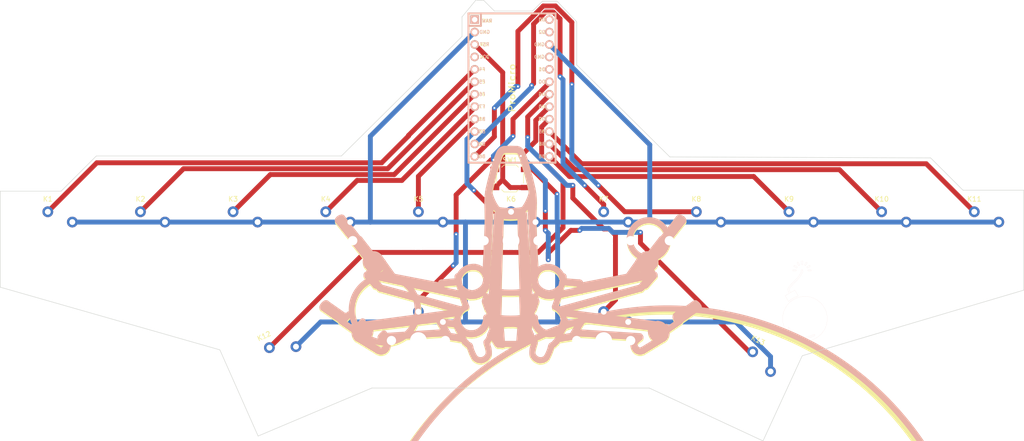
<source format=kicad_pcb>
(kicad_pcb (version 20171130) (host pcbnew "(5.1.8-0-10_14)")
  (layers (0 F.Cu signal) (31 B.Cu signal) (34 B.Paste user) (35 F.Paste user) (36 B.SilkS user) (37 F.SilkS user) (38 B.Mask user) (39 F.Mask user) (44 Edge.Cuts user))
  (net 0 "")
  (net 1 "Net-(K1-Pad2)")
  (net 2 "Net-(K1-Pad1)")
  (net 3 "Net-(K2-Pad1)")
  (net 4 "Net-(K3-Pad1)")
  (net 5 "Net-(K4-Pad1)")
  (net 6 "Net-(K5-Pad1)")
  (net 7 "Net-(K6-Pad1)")
  (net 8 "Net-(K7-Pad1)")
  (net 9 "Net-(K8-Pad1)")
  (net 10 "Net-(K9-Pad1)")
  (net 11 "Net-(K10-Pad1)")
  (net 12 "Net-(K11-Pad1)")
  (net 13 "Net-(K12-Pad1)")
  (net 14 "Net-(K13-Pad1)")
  (net 15 "Net-(K14-Pad1)")
  (net 16 "Net-(SW1-Pad2)")
  (net 17 "Net-(U1-Pad13)")
  (net 18 "Net-(U1-Pad14)")
  (net 19 "Net-(U1-Pad17)")
  (net 20 "Net-(U1-Pad4)")
  (net 21 "Net-(U1-Pad1)")
  (net 22 "Net-(K15-Pad1)")
  (module canadian_footprints:Pro_Micro (layer F.Cu) (at 164 6.4)
    (fp_text reference U1)
    (fp_text value ProMicro (at 0 1.524 90) (layer F.SilkS) (effects (font (size 1.27 1.524) (thickness 0.2032))))
    (fp_text user RAW (at -5.08 -12.192) (layer F.SilkS) (effects (font (size 0.7 0.7) (thickness 0.1))))
    (fp_text user GND (at -5.588 -9.906) (layer F.SilkS) (effects (font (size 0.7 0.7) (thickness 0.1))))
    (fp_text user RST (at -5.588 -7.366) (layer F.SilkS) (effects (font (size 0.7 0.7) (thickness 0.1))))
    (fp_text user VCC (at -5.588 -4.826) (layer F.SilkS) (effects (font (size 0.7 0.7) (thickness 0.1))))
    (fp_text user F4 (at -6.096 -2.286) (layer F.SilkS) (effects (font (size 0.7 0.7) (thickness 0.1))))
    (fp_text user F5 (at -6.096 0.254) (layer F.SilkS) (effects (font (size 0.7 0.7) (thickness 0.1))))
    (fp_text user F7 (at -6.096 5.334) (layer F.SilkS) (effects (font (size 0.7 0.7) (thickness 0.1))))
    (fp_text user F6 (at -6.096 2.794) (layer F.SilkS) (effects (font (size 0.7 0.7) (thickness 0.1))))
    (fp_text user B1 (at -6.096 7.874) (layer F.SilkS) (effects (font (size 0.7 0.7) (thickness 0.1))))
    (fp_text user B3 (at -6.096 10.414) (layer F.SilkS) (effects (font (size 0.7 0.7) (thickness 0.1))))
    (fp_text user B2 (at -6.096 12.954) (layer F.SilkS) (effects (font (size 0.7 0.7) (thickness 0.1))))
    (fp_text user B6 (at -6.096 15.494) (layer F.SilkS) (effects (font (size 0.7 0.7) (thickness 0.1))))
    (fp_text user D3 (at 6.096 -12.446) (layer F.SilkS) (effects (font (size 0.7 0.7) (thickness 0.1))))
    (fp_text user D2 (at 6.096 -9.906) (layer F.SilkS) (effects (font (size 0.7 0.7) (thickness 0.1))))
    (fp_text user GND (at 5.588 -7.366) (layer F.SilkS) (effects (font (size 0.7 0.7) (thickness 0.1))))
    (fp_text user GND (at 5.588 -4.826) (layer F.SilkS) (effects (font (size 0.7 0.7) (thickness 0.1))))
    (fp_text user D1 (at 6.096 -2.286) (layer F.SilkS) (effects (font (size 0.7 0.7) (thickness 0.1))))
    (fp_text user D0 (at 6.096 0.254) (layer F.SilkS) (effects (font (size 0.7 0.7) (thickness 0.1))))
    (fp_text user D4 (at 6.096 2.794) (layer F.SilkS) (effects (font (size 0.7 0.7) (thickness 0.1))))
    (fp_text user C6 (at 6.096 5.334) (layer F.SilkS) (effects (font (size 0.7 0.7) (thickness 0.1))))
    (fp_text user D7 (at 6.096 7.874) (layer F.SilkS) (effects (font (size 0.7 0.7) (thickness 0.1))))
    (fp_text user E6 (at 6.096 10.414) (layer F.SilkS) (effects (font (size 0.7 0.7) (thickness 0.1))))
    (fp_text user B4 (at 6.096 12.954) (layer F.SilkS) (effects (font (size 0.7 0.7) (thickness 0.1))))
    (fp_text user B5 (at 6.096 15.494) (layer F.SilkS) (effects (font (size 0.7 0.7) (thickness 0.1))))
    (fp_text user B5 (at 6.096 15.494) (layer B.SilkS) (effects (font (size 0.7 0.7) (thickness 0.1)) (justify mirror)))
    (fp_text user B4 (at 6.096 12.954) (layer B.SilkS) (effects (font (size 0.7 0.7) (thickness 0.1)) (justify mirror)))
    (fp_text user E6 (at 6.096 10.414) (layer B.SilkS) (effects (font (size 0.7 0.7) (thickness 0.1)) (justify mirror)))
    (fp_text user D7 (at 6.096 7.874) (layer B.SilkS) (effects (font (size 0.7 0.7) (thickness 0.1)) (justify mirror)))
    (fp_text user C6 (at 6.096 5.334) (layer B.SilkS) (effects (font (size 0.7 0.7) (thickness 0.1)) (justify mirror)))
    (fp_text user D4 (at 6.096 2.794) (layer B.SilkS) (effects (font (size 0.7 0.7) (thickness 0.1)) (justify mirror)))
    (fp_text user D0 (at 6.096 0.254) (layer B.SilkS) (effects (font (size 0.7 0.7) (thickness 0.1)) (justify mirror)))
    (fp_text user D1 (at 6.096 -2.286) (layer B.SilkS) (effects (font (size 0.7 0.7) (thickness 0.1)) (justify mirror)))
    (fp_text user GND (at 5.588 -4.826) (layer B.SilkS) (effects (font (size 0.7 0.7) (thickness 0.1)) (justify mirror)))
    (fp_text user GND (at 5.588 -7.366) (layer B.SilkS) (effects (font (size 0.7 0.7) (thickness 0.1)) (justify mirror)))
    (fp_text user D2 (at 6.096 -9.906) (layer B.SilkS) (effects (font (size 0.7 0.7) (thickness 0.1)) (justify mirror)))
    (fp_text user D3 (at 6.096 -12.446) (layer B.SilkS) (effects (font (size 0.7 0.7) (thickness 0.1)) (justify mirror)))
    (fp_text user B6 (at -6.096 15.494) (layer B.SilkS) (effects (font (size 0.7 0.7) (thickness 0.1)) (justify mirror)))
    (fp_text user B2 (at -6.096 12.954) (layer B.SilkS) (effects (font (size 0.7 0.7) (thickness 0.1)) (justify mirror)))
    (fp_text user B3 (at -6.096 10.414) (layer B.SilkS) (effects (font (size 0.7 0.7) (thickness 0.1)) (justify mirror)))
    (fp_text user B1 (at -6.096 7.874) (layer B.SilkS) (effects (font (size 0.7 0.7) (thickness 0.1)) (justify mirror)))
    (fp_text user F6 (at -6.096 2.794) (layer B.SilkS) (effects (font (size 0.7 0.7) (thickness 0.1)) (justify mirror)))
    (fp_text user F7 (at -6.096 5.334) (layer B.SilkS) (effects (font (size 0.7 0.7) (thickness 0.1)) (justify mirror)))
    (fp_text user F5 (at -6.096 0.254) (layer B.SilkS) (effects (font (size 0.7 0.7) (thickness 0.1)) (justify mirror)))
    (fp_text user F4 (at -6.096 -2.286) (layer B.SilkS) (effects (font (size 0.7 0.7) (thickness 0.1)) (justify mirror)))
    (fp_text user VCC (at -5.588 -4.826) (layer B.SilkS) (effects (font (size 0.7 0.7) (thickness 0.1)) (justify mirror)))
    (fp_text user RST (at -5.588 -7.366) (layer B.SilkS) (effects (font (size 0.7 0.7) (thickness 0.1)) (justify mirror)))
    (fp_text user GND (at -5.588 -9.906) (layer B.SilkS) (effects (font (size 0.7 0.7) (thickness 0.1)) (justify mirror)))
    (fp_text user RAW (at -5.08 -12.192) (layer B.SilkS) (effects (font (size 0.7 0.7) (thickness 0.1)) (justify mirror)))
    (pad 13 thru_hole circle (at 7.62 -12.446 270) (size 1.7526 1.7526) (drill 1.0922) (layers *.Cu *.SilkS *.Mask) (net 17 "Net-(U1-Pad13)"))
    (pad 14 thru_hole circle (at 7.62 -9.906 270) (size 1.7526 1.7526) (drill 1.0922) (layers *.Cu *.SilkS *.Mask) (net 18 "Net-(U1-Pad14)"))
    (pad 15 thru_hole circle (at 7.62 -7.366 270) (size 1.7526 1.7526) (drill 1.0922) (layers *.Cu *.SilkS *.Mask) (net 1 "Net-(K1-Pad2)"))
    (pad 16 thru_hole circle (at 7.62 -4.826 270) (size 1.7526 1.7526) (drill 1.0922) (layers *.Cu *.SilkS *.Mask) (net 1 "Net-(K1-Pad2)"))
    (pad 17 thru_hole circle (at 7.62 -2.286 270) (size 1.7526 1.7526) (drill 1.0922) (layers *.Cu *.SilkS *.Mask) (net 19 "Net-(U1-Pad17)"))
    (pad 18 thru_hole circle (at 7.62 0.254 270) (size 1.7526 1.7526) (drill 1.0922) (layers *.Cu *.SilkS *.Mask) (net 22 "Net-(K15-Pad1)"))
    (pad 19 thru_hole circle (at 7.62 2.794 270) (size 1.7526 1.7526) (drill 1.0922) (layers *.Cu *.SilkS *.Mask) (net 15 "Net-(K14-Pad1)"))
    (pad 20 thru_hole circle (at 7.62 5.334 270) (size 1.7526 1.7526) (drill 1.0922) (layers *.Cu *.SilkS *.Mask) (net 14 "Net-(K13-Pad1)"))
    (pad 21 thru_hole circle (at 7.62 7.874 270) (size 1.7526 1.7526) (drill 1.0922) (layers *.Cu *.SilkS *.Mask) (net 13 "Net-(K12-Pad1)"))
    (pad 22 thru_hole circle (at 7.62 10.414 270) (size 1.7526 1.7526) (drill 1.0922) (layers *.Cu *.SilkS *.Mask) (net 12 "Net-(K11-Pad1)"))
    (pad 23 thru_hole circle (at 7.62 12.954 270) (size 1.7526 1.7526) (drill 1.0922) (layers *.Cu *.SilkS *.Mask) (net 11 "Net-(K10-Pad1)"))
    (pad 24 thru_hole circle (at 7.62 15.494 270) (size 1.7526 1.7526) (drill 1.0922) (layers *.Cu *.SilkS *.Mask) (net 10 "Net-(K9-Pad1)"))
    (pad 12 thru_hole circle (at -7.62 15.494 270) (size 1.7526 1.7526) (drill 1.0922) (layers *.Cu *.SilkS *.Mask) (net 9 "Net-(K8-Pad1)"))
    (pad 11 thru_hole circle (at -7.62 12.954 270) (size 1.7526 1.7526) (drill 1.0922) (layers *.Cu *.SilkS *.Mask) (net 8 "Net-(K7-Pad1)"))
    (pad 10 thru_hole circle (at -7.62 10.414 270) (size 1.7526 1.7526) (drill 1.0922) (layers *.Cu *.SilkS *.Mask) (net 7 "Net-(K6-Pad1)"))
    (pad 9 thru_hole circle (at -7.62 7.874 270) (size 1.7526 1.7526) (drill 1.0922) (layers *.Cu *.SilkS *.Mask) (net 6 "Net-(K5-Pad1)"))
    (pad 8 thru_hole circle (at -7.62 5.334 270) (size 1.7526 1.7526) (drill 1.0922) (layers *.Cu *.SilkS *.Mask) (net 5 "Net-(K4-Pad1)"))
    (pad 7 thru_hole circle (at -7.62 2.794 270) (size 1.7526 1.7526) (drill 1.0922) (layers *.Cu *.SilkS *.Mask) (net 4 "Net-(K3-Pad1)"))
    (pad 6 thru_hole circle (at -7.62 0.254 270) (size 1.7526 1.7526) (drill 1.0922) (layers *.Cu *.SilkS *.Mask) (net 3 "Net-(K2-Pad1)"))
    (pad 5 thru_hole circle (at -7.62 -2.286 270) (size 1.7526 1.7526) (drill 1.0922) (layers *.Cu *.SilkS *.Mask) (net 2 "Net-(K1-Pad1)"))
    (pad 4 thru_hole circle (at -7.62 -4.826 270) (size 1.7526 1.7526) (drill 1.0922) (layers *.Cu *.SilkS *.Mask) (net 20 "Net-(U1-Pad4)"))
    (pad 3 thru_hole circle (at -7.62 -7.366 270) (size 1.7526 1.7526) (drill 1.0922) (layers *.Cu *.SilkS *.Mask) (net 16 "Net-(SW1-Pad2)"))
    (pad 2 thru_hole circle (at -7.62 -9.906 270) (size 1.7526 1.7526) (drill 1.0922) (layers *.Cu *.SilkS *.Mask) (net 1 "Net-(K1-Pad2)"))
    (pad 1 thru_hole rect (at -7.62 -12.446 270) (size 1.7526 1.7526) (drill 1.0922) (layers *.Cu *.SilkS *.Mask) (net 21 "Net-(U1-Pad1)"))
  )
  (module canadian_footprints:SW_TACT_ALPS_SKQGABE010 (layer F.Cu) (at 163.6 26.4)
    (fp_text reference SW1 (at 0 -3.75) (layer F.SilkS))
    (fp_text value SW_PUSH)
    (pad 2 smd rect (at 3.1 1.85) (size 1.8 1.1) (layers F.Cu F.Paste F.Mask) (net 16 "Net-(SW1-Pad2)"))
    (pad 2 smd rect (at -3.1 1.85) (size 1.8 1.1) (layers F.Cu F.Paste F.Mask) (net 16 "Net-(SW1-Pad2)"))
    (pad 1 smd rect (at 3.1 -1.85) (size 1.8 1.1) (layers F.Cu F.Paste F.Mask) (net 1 "Net-(K1-Pad2)"))
    (pad 1 smd rect (at -3.1 -1.85) (size 1.8 1.1) (layers F.Cu F.Paste F.Mask) (net 1 "Net-(K1-Pad2)"))
  )
  (module SMKJP:SW_kailh_pg1350_1u (layer F.Cu) (at 126 39.1)
    (fp_text reference K4 (at 0 -8.5) (layer F.SilkS))
    (fp_text value KEYSW)
    (pad 2 thru_hole circle (at 5 -3.8) (size 2.2 2.2) (drill 1.2) (layers *.Cu *.Mask) (net 1 "Net-(K1-Pad2)"))
    (pad 1 thru_hole circle (at 0 -5.9) (size 2.2 2.2) (drill 1.2) (layers *.Cu *.Mask) (net 5 "Net-(K4-Pad1)"))
    (pad "" np_thru_hole circle (at 5.5 0) (size 1.9 1.9) (drill 1.9) (layers *.Cu *.Mask))
    (pad "" np_thru_hole circle (at -5.5 0) (size 1.9 1.9) (drill 1.9) (layers *.Cu *.Mask))
    (pad "" np_thru_hole circle (at 0 0) (size 3.4 3.4) (drill 3.4) (layers *.Cu *.Mask))
  )
  (module SMKJP:SW_kailh_pg1350_1u (layer F.Cu) (at 258.3 39.1)
    (fp_text reference K11 (at 0 -8.5) (layer F.SilkS))
    (fp_text value KEYSW)
    (pad 2 thru_hole circle (at 5 -3.8) (size 2.2 2.2) (drill 1.2) (layers *.Cu *.Mask) (net 1 "Net-(K1-Pad2)"))
    (pad 1 thru_hole circle (at 0 -5.9) (size 2.2 2.2) (drill 1.2) (layers *.Cu *.Mask) (net 12 "Net-(K11-Pad1)"))
    (pad "" np_thru_hole circle (at 5.5 0) (size 1.9 1.9) (drill 1.9) (layers *.Cu *.Mask))
    (pad "" np_thru_hole circle (at -5.5 0) (size 1.9 1.9) (drill 1.9) (layers *.Cu *.Mask))
    (pad "" np_thru_hole circle (at 0 0) (size 3.4 3.4) (drill 3.4) (layers *.Cu *.Mask))
  )
  (module SMKJP:SW_kailh_pg1350_1u (layer F.Cu) (at 239.4 39.1)
    (fp_text reference K10 (at 0 -8.5) (layer F.SilkS))
    (fp_text value KEYSW)
    (pad 2 thru_hole circle (at 5 -3.8) (size 2.2 2.2) (drill 1.2) (layers *.Cu *.Mask) (net 1 "Net-(K1-Pad2)"))
    (pad 1 thru_hole circle (at 0 -5.9) (size 2.2 2.2) (drill 1.2) (layers *.Cu *.Mask) (net 11 "Net-(K10-Pad1)"))
    (pad "" np_thru_hole circle (at 5.5 0) (size 1.9 1.9) (drill 1.9) (layers *.Cu *.Mask))
    (pad "" np_thru_hole circle (at -5.5 0) (size 1.9 1.9) (drill 1.9) (layers *.Cu *.Mask))
    (pad "" np_thru_hole circle (at 0 0) (size 3.4 3.4) (drill 3.4) (layers *.Cu *.Mask))
  )
  (module SMKJP:SW_kailh_pg1350_1u (layer F.Cu) (at 220.5 39.1)
    (fp_text reference K9 (at 0 -8.5) (layer F.SilkS))
    (fp_text value KEYSW)
    (pad 2 thru_hole circle (at 5 -3.8) (size 2.2 2.2) (drill 1.2) (layers *.Cu *.Mask) (net 1 "Net-(K1-Pad2)"))
    (pad 1 thru_hole circle (at 0 -5.9) (size 2.2 2.2) (drill 1.2) (layers *.Cu *.Mask) (net 10 "Net-(K9-Pad1)"))
    (pad "" np_thru_hole circle (at 5.5 0) (size 1.9 1.9) (drill 1.9) (layers *.Cu *.Mask))
    (pad "" np_thru_hole circle (at -5.5 0) (size 1.9 1.9) (drill 1.9) (layers *.Cu *.Mask))
    (pad "" np_thru_hole circle (at 0 0) (size 3.4 3.4) (drill 3.4) (layers *.Cu *.Mask))
  )
  (module SMKJP:SW_kailh_pg1350_1u (layer F.Cu) (at 201.6 39.1)
    (fp_text reference K8 (at 0 -8.5) (layer F.SilkS))
    (fp_text value KEYSW)
    (pad 2 thru_hole circle (at 5 -3.8) (size 2.2 2.2) (drill 1.2) (layers *.Cu *.Mask) (net 1 "Net-(K1-Pad2)"))
    (pad 1 thru_hole circle (at 0 -5.9) (size 2.2 2.2) (drill 1.2) (layers *.Cu *.Mask) (net 9 "Net-(K8-Pad1)"))
    (pad "" np_thru_hole circle (at 5.5 0) (size 1.9 1.9) (drill 1.9) (layers *.Cu *.Mask))
    (pad "" np_thru_hole circle (at -5.5 0) (size 1.9 1.9) (drill 1.9) (layers *.Cu *.Mask))
    (pad "" np_thru_hole circle (at 0 0) (size 3.4 3.4) (drill 3.4) (layers *.Cu *.Mask))
  )
  (module SMKJP:SW_kailh_pg1350_1u (layer F.Cu) (at 144.9 59.5)
    (fp_text reference K15 (at 0 -8.5) (layer F.SilkS))
    (fp_text value KEYSW)
    (pad 2 thru_hole circle (at 5 -3.8) (size 2.2 2.2) (drill 1.2) (layers *.Cu *.Mask) (net 1 "Net-(K1-Pad2)"))
    (pad 1 thru_hole circle (at 0 -5.9) (size 2.2 2.2) (drill 1.2) (layers *.Cu *.Mask) (net 22 "Net-(K15-Pad1)"))
    (pad "" np_thru_hole circle (at 5.5 0) (size 1.9 1.9) (drill 1.9) (layers *.Cu *.Mask))
    (pad "" np_thru_hole circle (at -5.5 0) (size 1.9 1.9) (drill 1.9) (layers *.Cu *.Mask))
    (pad "" np_thru_hole circle (at 0 0) (size 3.4 3.4) (drill 3.4) (layers *.Cu *.Mask))
  )
  (module SMKJP:SW_kailh_pg1350_1u (layer F.Cu) (at 182.7 39.1)
    (fp_text reference K7 (at 0 -8.5) (layer F.SilkS))
    (fp_text value KEYSW)
    (pad 2 thru_hole circle (at 5 -3.8) (size 2.2 2.2) (drill 1.2) (layers *.Cu *.Mask) (net 1 "Net-(K1-Pad2)"))
    (pad 1 thru_hole circle (at 0 -5.9) (size 2.2 2.2) (drill 1.2) (layers *.Cu *.Mask) (net 8 "Net-(K7-Pad1)"))
    (pad "" np_thru_hole circle (at 5.5 0) (size 1.9 1.9) (drill 1.9) (layers *.Cu *.Mask))
    (pad "" np_thru_hole circle (at -5.5 0) (size 1.9 1.9) (drill 1.9) (layers *.Cu *.Mask))
    (pad "" np_thru_hole circle (at 0 0) (size 3.4 3.4) (drill 3.4) (layers *.Cu *.Mask))
  )
  (module SMKJP:SW_kailh_pg1350_1u (layer F.Cu) (at 182.7 59.5)
    (fp_text reference K14 (at 0 -8.5) (layer F.SilkS))
    (fp_text value KEYSW)
    (pad 2 thru_hole circle (at 5 -3.8) (size 2.2 2.2) (drill 1.2) (layers *.Cu *.Mask) (net 1 "Net-(K1-Pad2)"))
    (pad 1 thru_hole circle (at 0 -5.9) (size 2.2 2.2) (drill 1.2) (layers *.Cu *.Mask) (net 15 "Net-(K14-Pad1)"))
    (pad "" np_thru_hole circle (at 5.5 0) (size 1.9 1.9) (drill 1.9) (layers *.Cu *.Mask))
    (pad "" np_thru_hole circle (at -5.5 0) (size 1.9 1.9) (drill 1.9) (layers *.Cu *.Mask))
    (pad "" np_thru_hole circle (at 0 0) (size 3.4 3.4) (drill 3.4) (layers *.Cu *.Mask))
  )
  (module SMKJP:SW_kailh_pg1350_1u (layer F.Cu) (at 163.8 39.1)
    (fp_text reference K6 (at 0 -8.5) (layer F.SilkS))
    (fp_text value KEYSW)
    (pad 2 thru_hole circle (at 5 -3.8) (size 2.2 2.2) (drill 1.2) (layers *.Cu *.Mask) (net 1 "Net-(K1-Pad2)"))
    (pad 1 thru_hole circle (at 0 -5.9) (size 2.2 2.2) (drill 1.2) (layers *.Cu *.Mask) (net 7 "Net-(K6-Pad1)"))
    (pad "" np_thru_hole circle (at 5.5 0) (size 1.9 1.9) (drill 1.9) (layers *.Cu *.Mask))
    (pad "" np_thru_hole circle (at -5.5 0) (size 1.9 1.9) (drill 1.9) (layers *.Cu *.Mask))
    (pad "" np_thru_hole circle (at 0 0) (size 3.4 3.4) (drill 3.4) (layers *.Cu *.Mask))
  )
  (module SMKJP:SW_kailh_pg1350_1u (layer F.Cu) (at 210.6 67.15 335)
    (fp_text reference K13 (at 0 -8.5 155) (layer F.SilkS))
    (fp_text value KEYSW)
    (pad 2 thru_hole circle (at 5 -3.8 335) (size 2.2 2.2) (drill 1.2) (layers *.Cu *.Mask) (net 1 "Net-(K1-Pad2)"))
    (pad 1 thru_hole circle (at 0 -5.9 335) (size 2.2 2.2) (drill 1.2) (layers *.Cu *.Mask) (net 14 "Net-(K13-Pad1)"))
    (pad "" np_thru_hole circle (at 5.5 0 335) (size 1.9 1.9) (drill 1.9) (layers *.Cu *.Mask))
    (pad "" np_thru_hole circle (at -5.5 0 335) (size 1.9 1.9) (drill 1.9) (layers *.Cu *.Mask))
    (pad "" np_thru_hole circle (at 0 0 335) (size 3.4 3.4) (drill 3.4) (layers *.Cu *.Mask))
  )
  (module SMKJP:SW_kailh_pg1350_1u (layer F.Cu) (at 144.9 39.1)
    (fp_text reference K5 (at 0 -8.5) (layer F.SilkS))
    (fp_text value KEYSW)
    (pad 2 thru_hole circle (at 5 -3.8) (size 2.2 2.2) (drill 1.2) (layers *.Cu *.Mask) (net 1 "Net-(K1-Pad2)"))
    (pad 1 thru_hole circle (at 0 -5.9) (size 2.2 2.2) (drill 1.2) (layers *.Cu *.Mask) (net 6 "Net-(K5-Pad1)"))
    (pad "" np_thru_hole circle (at 5.5 0) (size 1.9 1.9) (drill 1.9) (layers *.Cu *.Mask))
    (pad "" np_thru_hole circle (at -5.5 0) (size 1.9 1.9) (drill 1.9) (layers *.Cu *.Mask))
    (pad "" np_thru_hole circle (at 0 0) (size 3.4 3.4) (drill 3.4) (layers *.Cu *.Mask))
  )
  (module SMKJP:SW_kailh_pg1350_1u (layer F.Cu) (at 117 66.3 25)
    (fp_text reference K12 (at 0 -8.5 25) (layer F.SilkS))
    (fp_text value KEYSW)
    (pad 2 thru_hole circle (at 5 -3.8 25) (size 2.2 2.2) (drill 1.2) (layers *.Cu *.Mask) (net 1 "Net-(K1-Pad2)"))
    (pad 1 thru_hole circle (at 0 -5.9 25) (size 2.2 2.2) (drill 1.2) (layers *.Cu *.Mask) (net 13 "Net-(K12-Pad1)"))
    (pad "" np_thru_hole circle (at 5.5 0 25) (size 1.9 1.9) (drill 1.9) (layers *.Cu *.Mask))
    (pad "" np_thru_hole circle (at -5.5 0 25) (size 1.9 1.9) (drill 1.9) (layers *.Cu *.Mask))
    (pad "" np_thru_hole circle (at 0 0 25) (size 3.4 3.4) (drill 3.4) (layers *.Cu *.Mask))
  )
  (module SMKJP:SW_kailh_pg1350_1u (layer F.Cu) (at 107.1 39.1)
    (fp_text reference K3 (at 0 -8.5) (layer F.SilkS))
    (fp_text value KEYSW)
    (pad 2 thru_hole circle (at 5 -3.8) (size 2.2 2.2) (drill 1.2) (layers *.Cu *.Mask) (net 1 "Net-(K1-Pad2)"))
    (pad 1 thru_hole circle (at 0 -5.9) (size 2.2 2.2) (drill 1.2) (layers *.Cu *.Mask) (net 4 "Net-(K3-Pad1)"))
    (pad "" np_thru_hole circle (at 5.5 0) (size 1.9 1.9) (drill 1.9) (layers *.Cu *.Mask))
    (pad "" np_thru_hole circle (at -5.5 0) (size 1.9 1.9) (drill 1.9) (layers *.Cu *.Mask))
    (pad "" np_thru_hole circle (at 0 0) (size 3.4 3.4) (drill 3.4) (layers *.Cu *.Mask))
  )
  (module SMKJP:SW_kailh_pg1350_1u (layer F.Cu) (at 88.2 39.1)
    (fp_text reference K2 (at 0 -8.5) (layer F.SilkS))
    (fp_text value KEYSW)
    (pad 2 thru_hole circle (at 5 -3.8) (size 2.2 2.2) (drill 1.2) (layers *.Cu *.Mask) (net 1 "Net-(K1-Pad2)"))
    (pad 1 thru_hole circle (at 0 -5.9) (size 2.2 2.2) (drill 1.2) (layers *.Cu *.Mask) (net 3 "Net-(K2-Pad1)"))
    (pad "" np_thru_hole circle (at 5.5 0) (size 1.9 1.9) (drill 1.9) (layers *.Cu *.Mask))
    (pad "" np_thru_hole circle (at -5.5 0) (size 1.9 1.9) (drill 1.9) (layers *.Cu *.Mask))
    (pad "" np_thru_hole circle (at 0 0) (size 3.4 3.4) (drill 3.4) (layers *.Cu *.Mask))
  )
  (module SMKJP:SW_kailh_pg1350_1u (layer F.Cu) (at 69.3 39.1)
    (fp_text reference K1 (at 0 -8.5) (layer F.SilkS))
    (fp_text value KEYSW)
    (pad 2 thru_hole circle (at 5 -3.8) (size 2.2 2.2) (drill 1.2) (layers *.Cu *.Mask) (net 1 "Net-(K1-Pad2)"))
    (pad 1 thru_hole circle (at 0 -5.9) (size 2.2 2.2) (drill 1.2) (layers *.Cu *.Mask) (net 2 "Net-(K1-Pad1)"))
    (pad "" np_thru_hole circle (at 5.5 0) (size 1.9 1.9) (drill 1.9) (layers *.Cu *.Mask))
    (pad "" np_thru_hole circle (at -5.5 0) (size 1.9 1.9) (drill 1.9) (layers *.Cu *.Mask))
    (pad "" np_thru_hole circle (at 0 0) (size 3.4 3.4) (drill 3.4) (layers *.Cu *.Mask))
  )
  (gr_arc (start 224.501548 57.131271) (end 222.292381 50.72503) (angle -0.2554492053) (layer B.SilkS) (width 0.012))
  (gr_arc (start 223.780441 55.109073) (end 221.607921 51.020164) (angle -1.946819681) (layer B.SilkS) (width 0.012))
  (gr_arc (start 222.097284 51.960802) (end 221.618857 51.014555) (angle -0.664148477) (layer B.SilkS) (width 0.012))
  (gr_arc (start 223.794093 55.125997) (end 221.182118 50.940895) (angle -1.192061185) (layer B.SilkS) (width 0.012))
  (gr_arc (start 224.192509 55.682958) (end 221.095617 50.99614) (angle -0.4141459437) (layer B.SilkS) (width 0.012))
  (gr_arc (start 223.793159 55.115373) (end 221.061821 51.018647) (angle -1.128955005) (layer B.SilkS) (width 0.012))
  (gr_arc (start 223.760104 54.996861) (end 222.156032 50.773502) (angle -0.6970222756) (layer B.SilkS) (width 0.012))
  (gr_arc (start 224.468337 56.070211) (end 220.981635 51.073257) (angle -0.3985941543) (layer B.SilkS) (width 0.012))
  (gr_arc (start 223.929247 55.290418) (end 220.946957 51.097634) (angle -1.063810378) (layer B.SilkS) (width 0.012))
  (gr_arc (start 223.861065 55.225227) (end 220.869628 51.153726) (angle -0.4830513931) (layer B.SilkS) (width 0.012))
  (gr_arc (start 222.726391 53.542146) (end 221.217784 51.253668) (angle -0.5929182514) (layer B.SilkS) (width 0.012))
  (gr_arc (start 223.810176 55.139905) (end 221.317444 51.189004) (angle -1.457106884) (layer B.SilkS) (width 0.012))
  (gr_arc (start 223.936518 55.229882) (end 220.720438 51.637349) (angle -0.9546326968) (layer B.SilkS) (width 0.012))
  (gr_arc (start 223.682943 54.968482) (end 220.814312 51.556175) (angle -1.595104815) (layer B.SilkS) (width 0.012))
  (gr_arc (start 224.132225 55.739499) (end 221.594163 50.710143) (angle -0.7787519683) (layer B.SilkS) (width 0.012))
  (gr_arc (start 223.951511 55.499951) (end 221.526041 50.745103) (angle -0.799929818) (layer B.SilkS) (width 0.012))
  (gr_arc (start 223.804567 55.155937) (end 221.459896 50.779429) (angle -1.723433011) (layer B.SilkS) (width 0.012))
  (gr_line (start 221.325134 50.854429) (end 221.329333 50.851925) (layer B.SilkS) (width 0.012))
  (gr_arc (start 223.815217 55.146245) (end 221.325134 50.854429) (angle -1.526103697) (layer B.SilkS) (width 0.012))
  (gr_arc (start 223.428621 54.477793) (end 221.211716 50.922268) (angle -0.4782100503) (layer B.SilkS) (width 0.012))
  (gr_arc (start 224.384066 56.031408) (end 221.346266 51.170871) (angle -0.3403856069) (layer B.SilkS) (width 0.012))
  (gr_arc (start 223.813664 55.135006) (end 221.470267 51.096329) (angle -1.775422725) (layer B.SilkS) (width 0.012))
  (gr_arc (start 224.425798 55.917715) (end 220.849449 51.527318) (angle -0.4600517509) (layer B.SilkS) (width 0.012))
  (gr_arc (start 223.786625 55.088688) (end 220.929036 51.463147) (angle -1.268916118) (layer B.SilkS) (width 0.012))
  (gr_arc (start 223.277488 54.436573) (end 220.961421 51.437853) (angle -0.6213866047) (layer B.SilkS) (width 0.012))
  (gr_arc (start 223.722634 55.001695) (end 221.069935 51.356361) (angle -1.724732764) (layer B.SilkS) (width 0.012))
  (gr_arc (start 223.710003 54.89242) (end 222.019366 50.827054) (angle -1.067692448) (layer B.SilkS) (width 0.012))
  (gr_line (start 221.073604 51.353645) (end 221.069935 51.356362) (layer B.SilkS) (width 0.012))
  (gr_arc (start 223.737111 55.037568) (end 221.194183 51.269402) (angle -1.854000786) (layer B.SilkS) (width 0.012))
  (gr_arc (start 223.620297 54.870118) (end 220.835408 51.179091) (angle -1.195636561) (layer B.SilkS) (width 0.012))
  (gr_arc (start 223.444265 54.709703) (end 220.758997 51.238005) (angle -0.5334892475) (layer B.SilkS) (width 0.012))
  (gr_arc (start 223.725688 55.008261) (end 220.726788 51.263158) (angle -1.290864284) (layer B.SilkS) (width 0.012))
  (gr_arc (start 223.856773 55.298246) (end 222.026986 50.520737) (angle -1.209487223) (layer B.SilkS) (width 0.012))
  (gr_arc (start 223.549683 54.577009) (end 221.92655 50.560424) (angle -0.7113576948) (layer B.SilkS) (width 0.012))
  (gr_arc (start 223.76021 55.044659) (end 221.876808 50.580885) (angle -1.076142595) (layer B.SilkS) (width 0.012))
  (gr_arc (start 223.734064 55.050261) (end 221.793306 50.617045) (angle -0.7824718011) (layer B.SilkS) (width 0.012))
  (gr_arc (start 223.88355 55.290839) (end 221.732946 50.643962) (angle -0.8892702074) (layer B.SilkS) (width 0.012))
  (gr_arc (start 223.733865 55.065509) (end 221.661085 50.677899) (angle -0.8771086641) (layer B.SilkS) (width 0.012))
  (gr_curve (pts (xy 220.627975 51.722016) (xy 219.122813 53.137254) (xy 218.726644 55.454581) (xy 219.802969 57.318588)) (layer B.SilkS) (width 0.012))
  (gr_arc (start 224.300111 55.657479) (end 220.66103 51.69143) (angle -0.4793808896) (layer B.SilkS) (width 0.012))
  (gr_line (start 222.158819 43.700449) (end 222.398108 44.114575) (layer B.SilkS) (width 0.012))
  (gr_arc (start 222.280935 43.629844) (end 222.210395 43.507691) (angle -90.03002559) (layer B.SilkS) (width 0.012))
  (gr_arc (start 222.280991 43.629838) (end 222.403153 43.559267) (angle -90.0116738) (layer B.SilkS) (width 0.012))
  (gr_line (start 222.642442 43.973428) (end 222.403153 43.559267) (layer B.SilkS) (width 0.012))
  (gr_arc (start 222.520325 44.044033) (end 222.590866 44.166186) (angle -90.03002559) (layer B.SilkS) (width 0.012))
  (gr_arc (start 222.520426 44.044699) (end 222.520416 44.18513) (angle -30.10970834) (layer B.SilkS) (width 0.012))
  (gr_arc (start 222.520265 44.044104) (end 222.398108 44.114575) (angle -60.08126344) (layer B.SilkS) (width 0.012))
  (gr_arc (start 221.630511 44.279244) (end 221.508332 44.208731) (angle -90.02411118) (layer B.SilkS) (width 0.012))
  (gr_arc (start 221.630562 44.279223) (end 221.70109 44.157014) (angle -90.01699602) (layer B.SilkS) (width 0.012))
  (gr_line (start 222.11578 44.396268) (end 221.70109 44.157014) (layer B.SilkS) (width 0.012))
  (gr_arc (start 222.045277 44.5185) (end 222.167497 44.589025) (angle -90.01027417) (layer B.SilkS) (width 0.012))
  (gr_arc (start 222.04526 44.518485) (end 222.045119 44.659616) (angle -60.06910591) (layer B.SilkS) (width 0.012))
  (gr_arc (start 222.045162 44.519025) (end 221.974739 44.640707) (angle -30.04212935) (layer B.SilkS) (width 0.012))
  (gr_line (start 221.560049 44.401453) (end 221.974739 44.640707) (layer B.SilkS) (width 0.012))
  (gr_arc (start 221.392839 45.167892) (end 221.251721 45.167898) (angle -89.99490163) (layer B.SilkS) (width 0.012))
  (gr_arc (start 221.392839 45.167905) (end 221.392833 45.026787) (angle -89.99490163) (layer B.SilkS) (width 0.012))
  (gr_line (start 221.871376 45.026787) (end 221.392833 45.026787) (layer B.SilkS) (width 0.012))
  (gr_arc (start 221.871369 45.167905) (end 222.012487 45.167898) (angle -89.99490163) (layer B.SilkS) (width 0.012))
  (gr_arc (start 221.871369 45.167892) (end 221.871376 45.30901) (angle -89.99490163) (layer B.SilkS) (width 0.012))
  (gr_line (start 221.392833 45.30901) (end 221.871376 45.30901) (layer B.SilkS) (width 0.012))
  (gr_arc (start 224.46645 45.167905) (end 224.466444 45.026787) (angle -89.99490163) (layer B.SilkS) (width 0.012))
  (gr_line (start 224.944952 45.026787) (end 224.466444 45.026787) (layer B.SilkS) (width 0.012))
  (gr_arc (start 224.944946 45.167905) (end 225.086063 45.167898) (angle -89.99490163) (layer B.SilkS) (width 0.012))
  (gr_arc (start 224.944946 45.167892) (end 224.944952 45.30901) (angle -89.99490163) (layer B.SilkS) (width 0.012))
  (gr_line (start 224.466444 45.30901) (end 224.944952 45.30901) (layer B.SilkS) (width 0.012))
  (gr_arc (start 224.46645 45.167892) (end 224.325333 45.167898) (angle -89.99490163) (layer B.SilkS) (width 0.012))
  (gr_arc (start 224.292588 44.518468) (end 224.222075 44.396197) (angle -90.00433427) (layer B.SilkS) (width 0.012))
  (gr_line (start 224.63673 44.156943) (end 224.222075 44.396197) (layer B.SilkS) (width 0.012))
  (gr_arc (start 224.707252 44.279258) (end 224.829523 44.20866) (angle -89.96467629) (layer B.SilkS) (width 0.012))
  (gr_arc (start 224.707237 44.279155) (end 224.777771 44.401418) (angle -89.98151473) (layer B.SilkS) (width 0.012))
  (gr_line (start 224.363116 44.640672) (end 224.777771 44.401418) (layer B.SilkS) (width 0.012))
  (gr_arc (start 224.292782 44.519319) (end 224.292701 44.659581) (angle -30.12863552) (layer B.SilkS) (width 0.012))
  (gr_arc (start 224.292517 44.518524) (end 224.170322 44.58899) (angle -60.10395444) (layer B.SilkS) (width 0.012))
  (gr_arc (start 223.817561 44.044002) (end 223.695448 43.973287) (angle -90.0007674) (layer B.SilkS) (width 0.012))
  (gr_line (start 223.935267 43.559126) (end 223.695448 43.973287) (layer B.SilkS) (width 0.012))
  (gr_arc (start 224.057377 43.629828) (end 224.128095 43.507726) (angle -90.00744688) (layer B.SilkS) (width 0.012))
  (gr_arc (start 224.057393 43.629837) (end 224.179495 43.700555) (angle -90.00744688) (layer B.SilkS) (width 0.012))
  (gr_line (start 223.939676 44.114716) (end 224.179495 43.700555) (layer B.SilkS) (width 0.012))
  (gr_arc (start 223.817602 44.044106) (end 223.817404 44.18513) (angle -60.03500335) (layer B.SilkS) (width 0.012))
  (gr_arc (start 223.817342 44.044951) (end 223.746848 44.166115) (angle -30.21623663) (layer B.SilkS) (width 0.012))
  (gr_arc (start 223.169181 43.870129) (end 223.028063 43.870135) (angle -89.99490163) (layer B.SilkS) (width 0.012))
  (gr_line (start 223.028063 43.391556) (end 223.028063 43.870135) (layer B.SilkS) (width 0.012))
  (gr_arc (start 223.169181 43.391563) (end 223.169174 43.250445) (angle -89.99490163) (layer B.SilkS) (width 0.012))
  (gr_arc (start 223.169168 43.391563) (end 223.310286 43.391556) (angle -89.99490163) (layer B.SilkS) (width 0.012))
  (gr_line (start 223.310286 43.870135) (end 223.310286 43.391556) (layer B.SilkS) (width 0.012))
  (gr_arc (start 223.169168 43.870129) (end 223.169174 44.011246) (angle -89.99490163) (layer B.SilkS) (width 0.012))
  (gr_line (start 220.531667 49.869121) (end 219.715057 50.340538) (layer B.SilkS) (width 0.012))
  (gr_arc (start 220.523326 49.724302) (end 220.531667 49.869121) (angle -8.497504688) (layer B.SilkS) (width 0.012))
  (gr_curve (pts (xy 220.430243 49.591273) (xy 220.488204 49.695695) (xy 220.536076 49.782126) (xy 220.552974 49.866299)) (layer B.SilkS) (width 0.012))
  (gr_curve (pts (xy 220.390309 48.659481) (xy 220.131476 49.052758) (xy 220.297105 49.351349) (xy 220.430243 49.591273)) (layer B.SilkS) (width 0.012))
  (gr_curve (pts (xy 221.419538 47.505298) (xy 221.008269 47.919706) (xy 220.619826 48.311113) (xy 220.390309 48.659481)) (layer B.SilkS) (width 0.012))
  (gr_curve (pts (xy 223.028099 45.165288) (xy 223.014129 45.898536) (xy 222.166968 46.752153) (xy 221.419538 47.505298)) (layer B.SilkS) (width 0.012))
  (gr_arc (start 223.168549 45.167318) (end 223.171891 45.026893) (angle -90.5350799) (layer B.SilkS) (width 0.012))
  (gr_arc (start 223.169206 45.167972) (end 223.310286 45.17065) (angle -89.9971873) (layer B.SilkS) (width 0.012))
  (gr_curve (pts (xy 221.61988 47.704053) (xy 222.40467 46.913266) (xy 223.294128 46.016999) (xy 223.310286 45.17065)) (layer B.SilkS) (width 0.012))
  (gr_curve (pts (xy 220.62607 48.814668) (xy 220.84003 48.489866) (xy 221.218843 48.108195) (xy 221.61988 47.704053)) (layer B.SilkS) (width 0.012))
  (gr_curve (pts (xy 220.677082 49.454325) (xy 220.556467 49.236908) (xy 220.461182 49.065211) (xy 220.62607 48.814668)) (layer B.SilkS) (width 0.012))
  (gr_arc (start 219.192797 50.329829) (end 220.801894 49.713052) (angle -9.562061935) (layer B.SilkS) (width 0.012))
  (gr_line (start 221.69347 49.198243) (end 220.801894 49.713052) (layer B.SilkS) (width 0.012))
  (gr_line (start 222.38689 50.398605) (end 221.69347 49.198243) (layer B.SilkS) (width 0.012))
  (gr_arc (start 223.76147 55.017973) (end 222.38689 50.398605) (angle -2.348948617) (layer B.SilkS) (width 0.012))
  (gr_arc (start 222.80269 52.248883) (end 222.198718 50.458824) (angle -0.4171772816) (layer B.SilkS) (width 0.012))
  (gr_arc (start 223.758512 55.053748) (end 222.185701 50.463269) (angle -1.55647106) (layer B.SilkS) (width 0.012))
  (gr_arc (start 223.669428 54.823022) (end 222.061593 50.507684) (angle -0.4601855679) (layer B.SilkS) (width 0.012))
  (gr_arc (start 223.785467 55.147685) (end 222.421074 50.68365) (angle -1.659351224) (layer B.SilkS) (width 0.012))
  (gr_arc (start 223.747059 55.04445) (end 223.752175 59.597109) (angle -29.9643803) (layer B.SilkS) (width 0.012))
  (gr_arc (start 223.758145 55.025056) (end 219.802969 57.318588) (angle -59.81655045) (layer B.SilkS) (width 0.012))
  (gr_arc (start 223.774691 55.147279) (end 222.104773 50.793328) (angle -1.128252741) (layer B.SilkS) (width 0.012))
  (gr_arc (start 223.90875 55.22347) (end 220.64318 51.331667) (angle -1.1650882) (layer B.SilkS) (width 0.012))
  (gr_arc (start 223.277899 54.550382) (end 220.564722 51.398871) (angle -0.5946469393) (layer B.SilkS) (width 0.012))
  (gr_arc (start 223.794547 55.085479) (end 220.532161 51.427199) (angle -1.183990375) (layer B.SilkS) (width 0.012))
  (gr_arc (start 222.333402 53.539685) (end 220.457266 51.495391) (angle -0.420645128) (layer B.SilkS) (width 0.012))
  (gr_arc (start 223.745683 55.02079) (end 223.743285 50.485847) (angle -16.85960867) (layer B.SilkS) (width 0.012))
  (gr_arc (start 223.737973 55.058012) (end 227.692844 52.763733) (angle -59.81478674) (layer B.SilkS) (width 0.012))
  (gr_arc (start 223.781802 55.102492) (end 221.745257 50.950138) (angle -1.757616299) (layer B.SilkS) (width 0.012))
  (gr_arc (start 224.623573 56.994603) (end 221.781241 50.933134) (angle -0.3406076644) (layer B.SilkS) (width 0.012))
  (gr_arc (start 223.222421 54.553268) (end 220.442308 51.50922) (angle -0.6474409429) (layer B.SilkS) (width 0.012))
  (gr_line (start 219.715057 50.340538) (end 220.408089 51.540829) (layer B.SilkS) (width 0.012))
  (gr_arc (start 225.660672 58.354541) (end 225.731364 58.476828) (angle -89.92950992) (layer B.SilkS) (width 0.012))
  (gr_arc (start 225.660854 58.354602) (end 225.783046 58.284) (angle -89.9829148) (layer B.SilkS) (width 0.012))
  (gr_arc (start 223.751393 55.067457) (end 222.794524 58.600547) (angle -45.31145822) (layer B.SilkS) (width 0.012))
  (gr_arc (start 223.732127 55.062244) (end 220.557243 56.884001) (angle -45.31117494) (layer B.SilkS) (width 0.012))
  (gr_arc (start 220.435051 56.954603) (end 220.557243 56.884001) (angle -89.9829148) (layer B.SilkS) (width 0.012))
  (gr_arc (start 220.434993 56.954566) (end 220.364485 56.83239) (angle -90.01810087) (layer B.SilkS) (width 0.012))
  (gr_arc (start 223.73072 55.06407) (end 220.312839 57.025112) (angle -45.31437576) (layer B.SilkS) (width 0.012))
  (gr_arc (start 223.757173 55.022146) (end 222.721464 58.873139) (angle -15.01491406) (layer B.SilkS) (width 0.012))
  (gr_arc (start 223.751267 55.066435) (end 223.754503 59.009981) (angle -30.09272033) (layer B.SilkS) (width 0.012))
  (gr_arc (start 223.78067 55.036786) (end 228.147786 56.220073) (angle -45.31796639) (layer B.SilkS) (width 0.012))
  (gr_arc (start 223.773722 55.060976) (end 226.025369 58.986028) (angle -45.31693843) (layer B.SilkS) (width 0.012))
  (gr_arc (start 223.853168 55.237543) (end 221.882382 50.885897) (angle -1.338880339) (layer B.SilkS) (width 0.012))
  (gr_arc (start 223.626322 54.829905) (end 221.943907 50.859262) (angle -0.8907581053) (layer B.SilkS) (width 0.012))
  (gr_arc (start 222.264776 50.16699) (end 222.421074 50.68365) (angle -0.7840838483) (layer B.SilkS) (width 0.012))
  (gr_arc (start 223.8 55.2) (end 222.263841 50.734943) (angle -1.389338864) (layer B.SilkS) (width 0.012))
  (gr_arc (start 161.644845 54.83742) (end 161.57221 54.912501) (angle -41.53084846) (layer B.SilkS) (width 1.25))
  (gr_line (start 161.220811 54.585216) (end 161.57221 54.912501) (layer B.SilkS) (width 1.25))
  (gr_arc (start 161.296732 54.503864) (end 161.185498 54.500812) (angle -48.54985736) (layer B.SilkS) (width 1.25))
  (gr_line (start 161.345695 49.964051) (end 161.185498 54.500812) (layer B.SilkS) (width 1.25))
  (gr_arc (start 161.455757 49.967945) (end 161.421487 49.863282) (angle -69.84392317) (layer B.SilkS) (width 1.25))
  (gr_line (start 162.003709 49.671649) (end 161.421487 49.863282) (layer B.SilkS) (width 1.25))
  (gr_arc (start 162.037246 49.769233) (end 162.03816 49.666051) (angle -19.47394576) (layer B.SilkS) (width 1.25))
  (gr_arc (start 162.039578 49.698698) (end 162.04505 49.666481) (angle -12.12705648) (layer B.SilkS) (width 1.25))
  (gr_arc (start 163.703863 24.031647) (end 162.04505 49.666481) (angle -7.404821592) (layer B.SilkS) (width 1.25))
  (gr_arc (start 165.371065 49.767323) (end 165.404018 49.671649) (angle -23.76031072) (layer B.SilkS) (width 1.25))
  (gr_line (start 165.986239 49.863282) (end 165.404018 49.671649) (layer B.SilkS) (width 1.25))
  (gr_arc (start 165.95197 49.967945) (end 166.062031 49.964051) (angle -69.84392317) (layer B.SilkS) (width 1.25))
  (gr_line (start 166.222228 54.500812) (end 166.062031 49.964051) (layer B.SilkS) (width 1.25))
  (gr_arc (start 166.110994 54.503864) (end 166.186916 54.585216) (angle -48.54965008) (layer B.SilkS) (width 1.25))
  (gr_line (start 165.835516 54.912501) (end 166.186916 54.585216) (layer B.SilkS) (width 1.25))
  (gr_arc (start 165.762882 54.837421) (end 165.767475 54.941784) (angle -41.53123264) (layer B.SilkS) (width 1.25))
  (gr_line (start 165.399711 54.9659) (end 165.767475 54.941784) (layer B.SilkS) (width 1.25))
  (gr_arc (start 163.703863 29.406821) (end 162.008015 54.9659) (angle -7.592037317) (layer B.SilkS) (width 1.25))
  (gr_line (start 161.640251 54.941784) (end 162.008015 54.9659) (layer B.SilkS) (width 1.25))
  (gr_line (start 166.609155 53.777772) (end 167.148259 51.852879) (layer B.SilkS) (width 1.25))
  (gr_line (start 166.483356 50.74668) (end 166.609155 53.777772) (layer B.SilkS) (width 1.25))
  (gr_line (start 166.579172 50.51306) (end 166.483356 50.74668) (layer B.SilkS) (width 1.25))
  (gr_line (start 167.148259 51.852879) (end 166.579172 50.51306) (layer B.SilkS) (width 1.25))
  (gr_arc (start 126.899692 53.379835) (end 126.032605 52.115944) (angle -26.3013127) (layer B.SilkS) (width 1.25))
  (gr_line (start 129.078016 55.04772) (end 125.56235 52.630986) (layer B.SilkS) (width 1.25))
  (gr_arc (start 128.635798 54.24834) (end 129.078016 55.04772) (angle -41.2326273) (layer B.SilkS) (width 1.25))
  (gr_line (start 126.032605 52.115944) (end 129.495249 54.558032) (layer B.SilkS) (width 1.25))
  (gr_arc (start 133.653348 57.62572) (end 134.520459 56.674236) (angle -76.21252729) (layer B.SilkS) (width 1.25))
  (gr_arc (start -1518.485687 -1518.485687) (end 132.935931 56.556834) (angle -0.007905396814) (layer B.SilkS) (width 1.25))
  (gr_arc (start 133.842925 57.33545) (end 133.948574 57.306411) (angle -39.24650679) (layer B.SilkS) (width 1.25))
  (gr_arc (start 133.069029 57.567093) (end 133.829718 58.079837) (angle -50.49094063) (layer B.SilkS) (width 1.25))
  (gr_arc (start 133.203184 57.510139) (end 133.22252 58.356736) (angle -46.41185853) (layer B.SilkS) (width 1.25))
  (gr_arc (start 133.224363 58.249476) (end 133.16223 58.336927) (angle -34.4086381) (layer B.SilkS) (width 1.25))
  (gr_arc (start 1518.485687 -1518.485687) (end 132.149965 57.630035) (angle -0.02687861161) (layer B.SilkS) (width 1.25))
  (gr_arc (start 133.343161 57.89693) (end 132.149965 57.630035) (angle -56.0898247) (layer B.SilkS) (width 1.25))
  (gr_arc (start 133.229663 57.945277) (end 132.455986 58.738281) (angle -11.79565496) (layer B.SilkS) (width 1.25))
  (gr_arc (start 139.655947 47.440879) (end 132.634431 58.879691) (angle -0.2764981962) (layer B.SilkS) (width 1.25))
  (gr_arc (start 133.334582 57.635999) (end 132.689714 58.913442) (angle -74.12821765) (layer B.SilkS) (width 1.25))
  (gr_arc (start 133.298425 57.490748) (end 134.386962 58.605645) (angle -44.67279457) (layer B.SilkS) (width 1.25))
  (gr_arc (start 133.673809 57.500029) (end 134.856356 57.518285) (angle -45.16991928) (layer B.SilkS) (width 1.25))
  (gr_line (start 134.459147 56.342323) (end 153.241162 53.848612) (layer B.SilkS) (width 1.25))
  (gr_arc (start 133.694467 57.487482) (end 134.660147 56.505857) (angle -10.79784198) (layer B.SilkS) (width 1.25))
  (gr_line (start 134.660847 56.504996) (end 134.660147 56.505857) (layer B.SilkS) (width 1.25))
  (gr_arc (start 1025.559051 -1072.439061) (end 134.660847 56.504996) (angle -0.007821131309) (layer B.SilkS) (width 1.25))
  (gr_line (start 149.170728 54.87848) (end 134.814961 56.626597) (layer B.SilkS) (width 1.25))
  (gr_arc (start 149.185833 55.007728) (end 149.183647 54.877619) (angle -5.703295511) (layer B.SilkS) (width 1.25))
  (gr_arc (start 149.183947 54.987239) (end 149.292168 54.969775) (angle -80.99006779) (layer B.SilkS) (width 1.25))
  (gr_arc (start 144.47633 55.769856) (end 149.34126 55.363808) (angle -4.661605411) (layer B.SilkS) (width 1.25))
  (gr_arc (start 149.535221 55.379474) (end 149.34126 55.363808) (angle -79.68957648) (layer B.SilkS) (width 1.25))
  (gr_arc (start 166.607374 -51.259714) (end 149.485093 55.567499) (angle -1.656591322) (layer B.SilkS) (width 1.25))
  (gr_arc (start 154.412663 55.488953) (end 152.507303 55.567069) (angle -13.75408726) (layer B.SilkS) (width 1.25))
  (gr_arc (start 152.617723 55.567108) (end 152.602904 55.457687) (angle -82.26720484) (layer B.SilkS) (width 1.25))
  (gr_line (start 152.893907 55.418014) (end 152.602904 55.457687) (layer B.SilkS) (width 1.25))
  (gr_arc (start 155.603429 55.194419) (end 153.241162 53.848612) (angle -34.3880816) (layer B.SilkS) (width 1.25))
  (gr_line (start 137.183518 48.652331) (end 136.74513 48.147033) (layer B.SilkS) (width 1.25))
  (gr_line (start 153.747268 53.205294) (end 137.183518 48.652331) (layer B.SilkS) (width 1.25))
  (gr_arc (start 155.769991 55.272045) (end 154.657904 52.602564) (angle -21.76689423) (layer B.SilkS) (width 1.25))
  (gr_line (start 153.830866 50.255593) (end 154.657904 52.602564) (layer B.SilkS) (width 1.25))
  (gr_line (start 149.234462 49.272018) (end 153.830866 50.255593) (layer B.SilkS) (width 1.25))
  (gr_line (start 135.079426 46.226984) (end 149.234462 49.272018) (layer B.SilkS) (width 1.25))
  (gr_line (start 136.744376 48.146171) (end 135.079426 46.226984) (layer B.SilkS) (width 1.25))
  (gr_line (start 136.74513 48.147033) (end 136.744376 48.146171) (layer B.SilkS) (width 1.25))
  (gr_line (start 136.372898 48.053046) (end 136.247314 48.032645) (layer B.SilkS) (width 1.25))
  (gr_line (start 134.869329 46.31688) (end 136.372898 48.053046) (layer B.SilkS) (width 1.25))
  (gr_line (start 134.71683 46.293302) (end 134.869329 46.31688) (layer B.SilkS) (width 1.25))
  (gr_line (start 136.247314 48.032645) (end 134.71683 46.293302) (layer B.SilkS) (width 1.25))
  (gr_line (start 134.929403 45.969248) (end 135.010524 45.745101) (layer B.SilkS) (width 1.25))
  (gr_line (start 149.176003 49.030108) (end 134.929403 45.969248) (layer B.SilkS) (width 1.25))
  (gr_line (start 149.31736 48.511675) (end 149.176003 49.030108) (layer B.SilkS) (width 1.25))
  (gr_line (start 139.671846 46.646478) (end 149.31736 48.511675) (layer B.SilkS) (width 1.25))
  (gr_arc (start 138.29988 53.22796) (end 139.671846 46.646478) (angle -0.01124629998) (layer B.SilkS) (width 1.25))
  (gr_line (start 135.010524 45.745101) (end 139.670554 46.646209) (layer B.SilkS) (width 1.25))
  (gr_arc (start -627.280784 644.397372) (end 135.20345 43.70259) (angle -0.0639909558) (layer B.SilkS) (width 1.25))
  (gr_arc (start 135.444743 43.377907) (end 134.532086 42.851382) (angle -58.57426728) (layer B.SilkS) (width 1.25))
  (gr_arc (start 135.408559 43.366163) (end 134.519598 43.882166) (angle -45.69692695) (layer B.SilkS) (width 1.25))
  (gr_arc (start 135.484156 43.047682) (end 135.156941 44.362757) (angle -44.95948809) (layer B.SilkS) (width 1.25))
  (gr_arc (start 135.510732 43.005218) (end 136.181857 44.20945) (angle -44.68279166) (layer B.SilkS) (width 1.25))
  (gr_arc (start 135.850915 43.109552) (end 136.834702 43.389517) (angle -45.22676504) (layer B.SilkS) (width 1.25))
  (gr_arc (start 135.796976 43.220636) (end 136.742546 42.608342) (angle -71.68358613) (layer B.SilkS) (width 1.25))
  (gr_line (start 136.224059 43.038979) (end 135.512862 42.13055) (layer B.SilkS) (width 1.25))
  (gr_arc (start 136.136975 43.106881) (end 136.247313 43.111326) (angle -40.25158825) (layer B.SilkS) (width 1.25))
  (gr_arc (start 135.471166 43.061702) (end 135.934671 43.686226) (angle -49.75991445) (layer B.SilkS) (width 1.25))
  (gr_arc (start 135.545687 43.083875) (end 135.239623 43.732304) (angle -58.1211317) (layer B.SilkS) (width 1.25))
  (gr_arc (start 135.300136 43.621761) (end 135.20345 43.70259) (angle -21.40764476) (layer B.SilkS) (width 1.25))
  (gr_arc (start 1265.103814 -861.626262) (end 128.723225 34.949033) (angle -0.2014925182) (layer B.SilkS) (width 1.25))
  (gr_arc (start 132.014462 38.574604) (end 131.883239 38.9398) (angle -48.79428393) (layer B.SilkS) (width 1.25))
  (gr_arc (start 131.941969 38.604893) (end 132.202771 38.913908) (angle -42.90440177) (layer B.SilkS) (width 1.25))
  (gr_line (start 129.209845 34.616582) (end 132.343374 38.653695) (layer B.SilkS) (width 1.25))
  (gr_arc (start 129.344705 35.336347) (end 129.209845 34.616582) (angle -47.45604915) (layer B.SilkS) (width 1.25))
  (gr_arc (start -1518.485687 -1518.485687) (end 135.360201 43.544547) (angle -0.004730246239) (layer B.SilkS) (width 1.25))
  (gr_arc (start 135.546438 43.09232) (end 135.360201 43.544547) (angle -55.32195165) (layer B.SilkS) (width 1.25))
  (gr_arc (start 135.495816 43.077186) (end 135.81237 43.502775) (angle -46.58422899) (layer B.SilkS) (width 1.25))
  (gr_line (start 132.863261 39.104464) (end 136.022521 43.139748) (layer B.SilkS) (width 1.25))
  (gr_arc (start 132.102831 38.668419) (end 132.194266 39.540215) (angle -54.1818315) (layer B.SilkS) (width 1.25))
  (gr_arc (start -728.019436 722.515749) (end 134.578488 42.553974) (angle -0.2004577626) (layer B.SilkS) (width 1.25))
  (gr_arc (start 133.439588 48.248941) (end 134.579026 42.554082) (angle -0.005416157691) (layer B.SilkS) (width 1.25))
  (gr_arc (start 134.452312 42.638515) (end 134.581018 42.55715) (angle -1.376493087) (layer B.SilkS) (width 1.25))
  (gr_arc (start 136.907248 43.961401) (end 137.552143 44.084565) (angle -48.1585099) (layer B.SilkS) (width 1.25))
  (gr_line (start 137.40352 43.52716) (end 137.429197 43.563118) (layer B.SilkS) (width 1.25))
  (gr_arc (start 136.218403 43.516181) (end 137.389363 43.699145) (angle -8.349987027) (layer B.SilkS) (width 1.25))
  (gr_arc (start 135.798142 43.350885) (end 136.613355 44.761096) (angle -47.62340647) (layer B.SilkS) (width 1.25))
  (gr_arc (start 135.778003 43.42141) (end 135.443261 44.964303) (angle -44.1863755) (layer B.SilkS) (width 1.25))
  (gr_arc (start 136.126961 44.053184) (end 135.443261 44.964303) (angle -73.87256843) (layer B.SilkS) (width 1.25))
  (gr_arc (start 136.114993 43.625037) (end 136.812309 44.963065) (angle -44.74195796) (layer B.SilkS) (width 1.25))
  (gr_arc (start 137.135812 44.880021) (end 138.265278 45.40619) (angle -24.20717197) (layer B.SilkS) (width 1.25))
  (gr_arc (start 137.058877 44.794375) (end 137.619753 46.025285) (angle -38.61172297) (layer B.SilkS) (width 1.25))
  (gr_line (start 139.439033 46.377115) (end 137.619753 46.025285) (layer B.SilkS) (width 1.25))
  (gr_line (start 138.381712 44.8968) (end 139.439033 46.377115) (layer B.SilkS) (width 1.25))
  (gr_line (start 149.391053 49.076293) (end 149.724527 47.854792) (layer B.SilkS) (width 1.25))
  (gr_line (start 153.937879 50.053193) (end 149.391053 49.076293) (layer B.SilkS) (width 1.25))
  (gr_line (start 154.425037 50.158861) (end 153.937879 50.053193) (layer B.SilkS) (width 1.25))
  (gr_arc (start 157.4674 47.085827) (end 153.601121 49.022679) (angle -18.67830743) (layer B.SilkS) (width 1.25))
  (gr_arc (start 158.461361 46.715956) (end 153.149813 47.570571) (angle -16.24911056) (layer B.SilkS) (width 1.25))
  (gr_line (start 149.724527 47.854792) (end 153.149813 47.570571) (layer B.SilkS) (width 1.25))
  (gr_line (start 153.15412 46.618433) (end 153.162948 46.620317) (layer B.SilkS) (width 1.25))
  (gr_line (start 153.159233 46.63948) (end 153.15412 46.618433) (layer B.SilkS) (width 1.25))
  (gr_arc (start 154.860378 46.959253) (end 153.162948 46.620317) (angle -0.6461331796) (layer B.SilkS) (width 1.25))
  (gr_arc (start -359.375996 17.200979) (end 158.734313 46.877246) (angle -1.264821941) (layer B.SilkS) (width 1.25))
  (gr_arc (start 158.64306 46.838434) (end 158.730868 46.884513) (angle -4.647987126) (layer B.SilkS) (width 1.25))
  (gr_arc (start 155.836387 46.971198) (end 158.680107 47.517818) (angle -12.59609632) (layer B.SilkS) (width 1.25))
  (gr_line (start 158.823885 47.548609) (end 158.680107 47.517818) (layer B.SilkS) (width 1.25))
  (gr_arc (start 158.757604 47.622074) (end 158.839927 47.56718) (angle -14.24684186) (layer B.SilkS) (width 1.25))
  (gr_line (start 159.625032 32.295179) (end 158.839927 47.56718) (layer B.SilkS) (width 1.25))
  (gr_arc (start 177.158453 18.556038) (end 159.206399 31.74348) (angle -1.781434204) (layer B.SilkS) (width 1.25))
  (gr_arc (start 208.434352 30.581877) (end 159.206399 31.74348) (angle -0.7036970745) (layer B.SilkS) (width 1.25))
  (gr_arc (start 97.31525 34.668631) (end 159.263135 35.4335) (angle -2.854103304) (layer B.SilkS) (width 1.25))
  (gr_arc (start 170.492885 30.783423) (end 159.473286 28.548046) (angle -3.294197208) (layer B.SilkS) (width 1.25))
  (gr_line (start 159.353892 29.24697) (end 159.363043 29.184958) (layer B.SilkS) (width 1.25))
  (gr_arc (start 168.604701 27.04974) (end 159.353892 29.24697) (angle -19.73796241) (layer B.SilkS) (width 1.25))
  (gr_arc (start 161.714847 31.704574) (end 160.639451 32.24205) (angle -57.3741441) (layer B.SilkS) (width 1.25))
  (gr_arc (start 162.580206 27.874122) (end 161.587713 32.900063) (angle -7.282403891) (layer B.SilkS) (width 1.25))
  (gr_arc (start 163.704725 14.58612) (end 162.232808 32.985329) (angle -9.147720679) (layer B.SilkS) (width 1.25))
  (gr_arc (start 164.824086 27.849832) (end 165.176642 32.985329) (angle -7.208856173) (layer B.SilkS) (width 1.25))
  (gr_arc (start 165.691718 31.70335) (end 165.818291 32.900493) (angle -57.3816328) (layer B.SilkS) (width 1.25))
  (gr_arc (start 158.803026 27.04974) (end 166.768276 32.24205) (angle -19.73796241) (layer B.SilkS) (width 1.25))
  (gr_line (start 168.044684 29.184958) (end 168.053835 29.24697) (layer B.SilkS) (width 1.25))
  (gr_arc (start 156.308118 30.875867) (end 168.044684 29.184958) (angle -3.118850743) (layer B.SilkS) (width 1.25))
  (gr_arc (start 108.35281 41.433031) (end 167.935302 28.548907) (angle -5.863047501) (layer B.SilkS) (width 1.25))
  (gr_curve (pts (xy 164.942375 20.593751) (xy 165.615891 20.624757) (xy 165.860493 21.244013) (xy 166.307494 22.529895)) (layer B.SilkS) (width 1.25))
  (gr_arc (start 163.464202 50.701022) (end 164.942375 20.593751) (angle -2.355242492) (layer B.SilkS) (width 1.25))
  (gr_arc (start 163.943525 50.701094) (end 163.703863 20.558439) (angle -2.355236713) (layer B.SilkS) (width 1.25))
  (gr_curve (pts (xy 161.100232 22.530325) (xy 161.547234 21.244013) (xy 161.791835 20.624757) (xy 162.465352 20.593751)) (layer B.SilkS) (width 1.25))
  (gr_arc (start 218.843207 41.370463) (end 161.100232 22.530325) (angle -5.882990289) (layer B.SilkS) (width 1.25))
  (gr_arc (start 686.717087 17.20474) (end 168.144591 35.433069) (angle -1.265032135) (layer B.SilkS) (width 1.25))
  (gr_arc (start 230.082155 34.668394) (end 168.183349 32.347986) (angle -2.854180541) (layer B.SilkS) (width 1.25))
  (gr_arc (start 118.966708 30.581782) (end 168.183349 32.347986) (angle -0.7036643982) (layer B.SilkS) (width 1.25))
  (gr_arc (start 150.504034 18.744011) (end 167.782695 32.29491) (angle -1.806676289) (layer B.SilkS) (width 1.25))
  (gr_line (start 168.5678 47.56718) (end 167.782695 32.29491) (layer B.SilkS) (width 1.25))
  (gr_arc (start 168.650122 47.622074) (end 168.583841 47.548609) (angle -14.24684186) (layer B.SilkS) (width 1.25))
  (gr_line (start 168.727351 47.517872) (end 168.583841 47.548609) (layer B.SilkS) (width 1.25))
  (gr_arc (start 171.58577 46.968759) (end 168.67632 46.883975) (angle -12.54344608) (layer B.SilkS) (width 1.25))
  (gr_arc (start 168.771783 46.838742) (end 168.673413 46.877246) (angle -3.976328915) (layer B.SilkS) (width 1.25))
  (gr_line (start 174.253607 46.618433) (end 174.248978 46.637489) (layer B.SilkS) (width 1.25))
  (gr_line (start 174.245209 46.620209) (end 174.253607 46.618433) (layer B.SilkS) (width 1.25))
  (gr_arc (start 173.517558 46.787939) (end 174.248978 46.637489) (angle -1.357009192) (layer B.SilkS) (width 1.25))
  (gr_line (start 177.6832 47.854792) (end 178.017697 49.080061) (layer B.SilkS) (width 1.25))
  (gr_line (start 174.257913 47.570571) (end 177.6832 47.854792) (layer B.SilkS) (width 1.25))
  (gr_arc (start 168.946362 46.715955) (end 173.806606 49.022679) (angle -16.2491006) (layer B.SilkS) (width 1.25))
  (gr_arc (start 169.941402 47.086445) (end 172.983282 50.158215) (angle -18.6720128) (layer B.SilkS) (width 1.25))
  (gr_line (start 173.469848 50.053193) (end 172.983282 50.158215) (layer B.SilkS) (width 1.25))
  (gr_line (start 178.017697 49.080061) (end 173.469848 50.053193) (layer B.SilkS) (width 1.25))
  (gr_line (start 178.090367 48.511674) (end 187.736042 46.646424) (layer B.SilkS) (width 1.25))
  (gr_line (start 178.232746 49.033876) (end 178.090367 48.511674) (layer B.SilkS) (width 1.25))
  (gr_line (start 192.478324 45.969302) (end 178.232746 49.033876) (layer B.SilkS) (width 1.25))
  (gr_line (start 192.397202 45.745101) (end 192.478324 45.969302) (layer B.SilkS) (width 1.25))
  (gr_line (start 187.737657 46.646155) (end 192.397202 45.745101) (layer B.SilkS) (width 1.25))
  (gr_arc (start 187.739616 46.662888) (end 187.737657 46.646155) (angle -5.5703534) (layer B.SilkS) (width 1.25))
  (gr_line (start 187.968694 46.377115) (end 189.026015 44.8968) (layer B.SilkS) (width 1.25))
  (gr_line (start 189.787973 46.025285) (end 187.968694 46.377115) (layer B.SilkS) (width 1.25))
  (gr_arc (start 190.348849 44.794375) (end 189.142448 45.40619) (angle -38.61172297) (layer B.SilkS) (width 1.25))
  (gr_arc (start 190.271915 44.880021) (end 189.026015 44.8968) (angle -24.20714752) (layer B.SilkS) (width 1.25))
  (gr_arc (start 191.611087 43.22095) (end 191.894864 42.13055) (angle -71.6772925) (layer B.SilkS) (width 1.25))
  (gr_arc (start 191.555477 43.109671) (end 190.665181 42.608773) (angle -45.26227989) (layer B.SilkS) (width 1.25))
  (gr_arc (start 191.896713 43.005515) (end 190.573024 43.389517) (angle -44.65562998) (layer B.SilkS) (width 1.25))
  (gr_arc (start 191.923932 43.044612) (end 191.225009 44.20902) (angle -44.90030781) (layer B.SilkS) (width 1.25))
  (gr_arc (start 191.999926 43.367375) (end 192.250786 44.362757) (angle -45.67216721) (layer B.SilkS) (width 1.25))
  (gr_arc (start 191.962222 43.377776) (end 192.887267 43.883458) (angle -58.61789669) (layer B.SilkS) (width 1.25))
  (gr_arc (start 954.647991 644.36546) (end 192.87564 42.851383) (angle -0.06399434472) (layer B.SilkS) (width 1.25))
  (gr_arc (start 192.107591 43.621762) (end 192.168103 43.732304) (angle -21.40784827) (layer B.SilkS) (width 1.25))
  (gr_arc (start 191.86204 43.083875) (end 191.473055 43.686226) (angle -58.12113429) (layer B.SilkS) (width 1.25))
  (gr_arc (start 191.93656 43.061702) (end 191.160413 43.111326) (angle -49.75990583) (layer B.SilkS) (width 1.25))
  (gr_arc (start 191.270751 43.106881) (end 191.183667 43.038979) (angle -40.25158825) (layer B.SilkS) (width 1.25))
  (gr_line (start 191.894864 42.13055) (end 191.183667 43.038979) (layer B.SilkS) (width 1.25))
  (gr_line (start 195.064352 38.653695) (end 198.197882 34.616582) (layer B.SilkS) (width 1.25))
  (gr_arc (start 195.465757 38.604893) (end 195.064352 38.653695) (angle -42.90442499) (layer B.SilkS) (width 1.25))
  (gr_arc (start 195.393148 38.575289) (end 195.204955 38.913908) (angle -48.8815328) (layer B.SilkS) (width 1.25))
  (gr_arc (start -933.567363 -858.369104) (end 195.524488 38.939746) (angle -0.2022255542) (layer B.SilkS) (width 1.25))
  (gr_arc (start 198.061002 35.339303) (end 198.684502 34.949033) (angle -47.23162259) (layer B.SilkS) (width 1.25))
  (gr_arc (start 192.281435 38.72008) (end 192.828701 42.554082) (angle -0.005630485343) (layer B.SilkS) (width 1.25))
  (gr_arc (start 1036.16694 707.324449) (end 195.213675 39.54) (angle -0.2050606253) (layer B.SilkS) (width 1.25))
  (gr_arc (start 195.308148 38.663595) (end 194.544681 39.104195) (angle -53.85808125) (layer B.SilkS) (width 1.25))
  (gr_line (start 191.385205 43.139748) (end 194.544681 39.104195) (layer B.SilkS) (width 1.25))
  (gr_arc (start 191.91916 43.072989) (end 191.385205 43.139748) (angle -45.87881556) (layer B.SilkS) (width 1.25))
  (gr_arc (start 191.861713 43.087723) (end 191.595356 43.502775) (angle -54.82402144) (layer B.SilkS) (width 1.25))
  (gr_arc (start -1518.485687 -1518.485687) (end 192.827301 42.556235) (angle -0.0161984785) (layer B.SilkS) (width 1.25))
  (gr_arc (start 154.480417 17.629386) (end 192.827301 42.556235) (angle -0.003217101718) (layer B.SilkS) (width 1.25))
  (gr_arc (start 190.50048 43.961401) (end 189.97853 43.563118) (angle -48.1584162) (layer B.SilkS) (width 1.25))
  (gr_arc (start 191.292733 43.625037) (end 189.855583 44.084565) (angle -44.74197358) (layer B.SilkS) (width 1.25))
  (gr_arc (start 191.280738 44.054982) (end 190.595417 44.963065) (angle -74.03344664) (layer B.SilkS) (width 1.25))
  (gr_arc (start 191.62892 43.422472) (end 190.794372 44.761096) (angle -44.25234872) (layer B.SilkS) (width 1.25))
  (gr_arc (start 191.609585 43.350884) (end 190.018364 43.699145) (angle -47.6233976) (layer B.SilkS) (width 1.25))
  (gr_arc (start 191.189334 43.51618) (end 190.004207 43.52716) (angle -8.349913656) (layer B.SilkS) (width 1.25))
  (gr_line (start 189.97853 43.563118) (end 190.004207 43.52716) (layer B.SilkS) (width 1.25))
  (gr_line (start 192.690897 46.293302) (end 191.160413 48.032645) (layer B.SilkS) (width 1.25))
  (gr_line (start 192.542758 46.316234) (end 192.690897 46.293302) (layer B.SilkS) (width 1.25))
  (gr_line (start 191.036174 48.052831) (end 192.542758 46.316234) (layer B.SilkS) (width 1.25))
  (gr_line (start 191.160413 48.032645) (end 191.036174 48.052831) (layer B.SilkS) (width 1.25))
  (gr_line (start 190.662597 48.147033) (end 190.224208 48.652331) (layer B.SilkS) (width 1.25))
  (gr_line (start 190.66335 48.146171) (end 190.662597 48.147033) (layer B.SilkS) (width 1.25))
  (gr_line (start 192.3283 46.226984) (end 190.66335 48.146171) (layer B.SilkS) (width 1.25))
  (gr_line (start 178.184246 49.265666) (end 192.3283 46.226984) (layer B.SilkS) (width 1.25))
  (gr_arc (start 178.165642 49.24354) (end 178.182738 49.26685) (angle -3.799882764) (layer B.SilkS) (width 1.25))
  (gr_arc (start 178.186609 49.226458) (end 178.180208 49.266527) (angle -3.602018743) (layer B.SilkS) (width 1.25))
  (gr_line (start 173.576861 50.255539) (end 178.180208 49.266527) (layer B.SilkS) (width 1.25))
  (gr_line (start 172.749823 52.602564) (end 173.576861 50.255539) (layer B.SilkS) (width 1.25))
  (gr_arc (start 171.629059 55.282602) (end 173.659866 53.205456) (angle -21.65954165) (layer B.SilkS) (width 1.25))
  (gr_line (start 190.224208 48.652331) (end 173.659866 53.205456) (layer B.SilkS) (width 1.25))
  (gr_arc (start 193.711755 57.486134) (end 192.948687 56.342323) (angle -10.81721193) (layer B.SilkS) (width 1.25))
  (gr_line (start 174.16608 53.848558) (end 192.948687 56.342323) (layer B.SilkS) (width 1.25))
  (gr_arc (start 171.809857 55.194806) (end 174.514357 55.418068) (angle -34.46104794) (layer B.SilkS) (width 1.25))
  (gr_line (start 174.804822 55.457687) (end 174.514357 55.418068) (layer B.SilkS) (width 1.25))
  (gr_arc (start 174.790004 55.567108) (end 174.900423 55.567069) (angle -82.26726489) (layer B.SilkS) (width 1.25))
  (gr_arc (start 172.983562 55.488343) (end 174.827538 56.017784) (angle -13.66796877) (layer B.SilkS) (width 1.25))
  (gr_arc (start 161.118413 -48.972722) (end 174.827538 56.017784) (angle -1.693992509) (layer B.SilkS) (width 1.25))
  (gr_arc (start 177.873368 55.379899) (end 177.925217 55.566638) (angle -79.37276048) (layer B.SilkS) (width 1.25))
  (gr_arc (start 182.938195 55.771149) (end 178.115559 54.969775) (angle -4.649992735) (layer B.SilkS) (width 1.25))
  (gr_arc (start 178.223779 54.987239) (end 178.224079 54.877619) (angle -80.99006779) (layer B.SilkS) (width 1.25))
  (gr_arc (start 178.221893 55.007728) (end 178.236998 54.87848) (angle -5.703295511) (layer B.SilkS) (width 1.25))
  (gr_line (start 192.592765 56.626597) (end 178.236998 54.87848) (layer B.SilkS) (width 1.25))
  (gr_arc (start 38.126204 -139.298992) (end 192.592765 56.626597) (angle -0.04508260459) (layer B.SilkS) (width 1.25))
  (gr_line (start 192.747579 56.505857) (end 192.746879 56.504996) (layer B.SilkS) (width 1.25))
  (gr_arc (start 193.754259 57.625242) (end 194.471688 56.556888) (angle -76.23652822) (layer B.SilkS) (width 1.25))
  (gr_arc (start 193.733917 57.500029) (end 192.887267 56.674236) (angle -45.16991928) (layer B.SilkS) (width 1.25))
  (gr_arc (start 194.112023 57.490437) (end 192.55137 57.518284) (angle -44.57702401) (layer B.SilkS) (width 1.25))
  (gr_arc (start 194.073067 57.63435) (end 193.019903 58.605644) (angle -73.98829549) (layer B.SilkS) (width 1.25))
  (gr_arc (start 176.936896 29.735348) (end 194.716182 58.914573) (angle -0.1165523499) (layer B.SilkS) (width 1.25))
  (gr_arc (start 194.176624 57.93912) (end 194.775502 58.878345) (angle -11.63397453) (layer B.SilkS) (width 1.25))
  (gr_arc (start 194.062775 57.897127) (end 194.952602 58.738281) (angle -55.98844836) (layer B.SilkS) (width 1.25))
  (gr_arc (start -1312.094826 -1518.485687) (end 194.245496 58.336927) (angle -0.02687861162) (layer B.SilkS) (width 1.25))
  (gr_arc (start 194.183363 58.249475) (end 194.185207 58.356736) (angle -34.40819452) (layer B.SilkS) (width 1.25))
  (gr_arc (start 194.204948 57.50925) (end 193.578009 58.079837) (angle -46.35981896) (layer B.SilkS) (width 1.25))
  (gr_arc (start 194.338698 57.567093) (end 193.459153 57.306411) (angle -50.49092167) (layer B.SilkS) (width 1.25))
  (gr_arc (start 193.564801 57.33545) (end 193.501355 57.246122) (angle -39.24662161) (layer B.SilkS) (width 1.25))
  (gr_arc (start -1518.485687 -1518.485687) (end 193.501355 57.246122) (angle -0.005261067802) (layer B.SilkS) (width 1.25))
  (gr_line (start 197.912746 54.557871) (end 201.375121 52.115944) (layer B.SilkS) (width 1.25))
  (gr_arc (start 198.778264 54.243334) (end 197.912746 54.557871) (angle -40.88709033) (layer B.SilkS) (width 1.25))
  (gr_line (start 201.845377 52.630986) (end 198.329818 55.047667) (layer B.SilkS) (width 1.25))
  (gr_arc (start 200.508034 53.379835) (end 201.845377 52.630986) (angle -26.30130978) (layer B.SilkS) (width 1.25))
  (gr_arc (start -1518.485687 -1518.485687) (end 197.394744 54.751442) (angle -0.02531400151) (layer B.SilkS) (width 1.25))
  (gr_arc (start 194.303406 57.577844) (end 193.663275 57.402013) (angle -47.83425064) (layer B.SilkS) (width 1.25))
  (gr_arc (start 194.205258 57.509133) (end 193.743373 57.934281) (angle -42.39087917) (layer B.SilkS) (width 1.25))
  (gr_arc (start -1518.485687 -1518.485687) (end 194.150756 58.134528) (angle -0.04750245576) (layer B.SilkS) (width 1.25))
  (gr_arc (start 198.641503 54.424576) (end 197.394744 54.751442) (angle -41.53145922) (layer B.SilkS) (width 1.25))
  (gr_arc (start -148.758036 -501.449492) (end 190.747863 61.326409) (angle -0.3422253586) (layer B.SilkS) (width 1.25))
  (gr_arc (start 194.123955 57.519291) (end 192.864013 58.761535) (angle -44.73394031) (layer B.SilkS) (width 1.25))
  (gr_arc (start 194.111458 57.490665) (end 192.330884 57.518715) (angle -44.6304163) (layer B.SilkS) (width 1.25))
  (gr_arc (start 193.805105 57.530004) (end 192.41109 57.050236) (angle -18.55282808) (layer B.SilkS) (width 1.25))
  (gr_arc (start -1518.485687 -1518.485687) (end 192.41109 57.050236) (angle -0.01618191102) (layer B.SilkS) (width 1.25))
  (gr_arc (start 190.12266 58.733885) (end 190.180337 58.810251) (angle -2.088975324) (layer B.SilkS) (width 1.25))
  (gr_arc (start 584.823571 558.945915) (end 190.180337 58.810251) (angle -0.06634134277) (layer B.SilkS) (width 1.25))
  (gr_curve (pts (xy 189.227714 61.034006) (xy 188.686834 60.248955) (xy 189.132974 59.640034) (xy 189.601507 59.267533)) (layer B.SilkS) (width 1.25))
  (gr_arc (start 190.126182 60.460727) (end 189.227714 61.034006) (angle -93.14318586) (layer B.SilkS) (width 1.25))
  (gr_line (start 190.073862 58.613665) (end 176.948479 57.775698) (layer B.SilkS) (width 1.25))
  (gr_arc (start -1518.485687 -1518.485687) (end 192.348971 56.818822) (angle -0.01327627643) (layer B.SilkS) (width 1.25))
  (gr_line (start 178.317097 55.110163) (end 192.348971 56.818822) (layer B.SilkS) (width 1.25))
  (gr_arc (start 181.966973 55.656098) (end 178.317097 55.110163) (angle -4.192376304) (layer B.SilkS) (width 1.25))
  (gr_arc (start 177.820999 55.362174) (end 178.202978 55.629511) (angle -32.98663827) (layer B.SilkS) (width 1.25))
  (gr_line (start 176.948479 57.775698) (end 178.202978 55.629511) (layer B.SilkS) (width 1.25))
  (gr_line (start 177.844042 55.805372) (end 176.25004 58.532867) (layer B.SilkS) (width 1.25))
  (gr_arc (start 153.102809 -104.919247) (end 174.756106 56.250436) (angle -1.0992445) (layer B.SilkS) (width 1.25))
  (gr_arc (start 170.70484 54.882241) (end 174.499931 56.85252) (angle -8.77589736) (layer B.SilkS) (width 1.25))
  (gr_arc (start 172.40993 55.895367) (end 174.438781 56.976113) (angle -3.437473613) (layer B.SilkS) (width 1.25))
  (gr_line (start 174.402769 57.044692) (end 174.438781 56.976113) (layer B.SilkS) (width 1.25))
  (gr_arc (start 174.239842 57.029215) (end 174.402607 57.046306) (angle -0.5681908588) (layer B.SilkS) (width 1.25))
  (gr_arc (start 284.859043 113.384589) (end 174.402607 57.046306) (angle -0.8859827923) (layer B.SilkS) (width 1.25))
  (gr_arc (start 173.513065 58.860835) (end 173.615403 58.838619) (angle -60.18604641) (layer B.SilkS) (width 1.25))
  (gr_line (start 173.635212 58.952738) (end 173.615403 58.838619) (layer B.SilkS) (width 1.25))
  (gr_line (start 176.25004 58.532867) (end 173.635212 58.952738) (layer B.SilkS) (width 1.25))
  (gr_arc (start 161.821598 56.680424) (end 166.434317 59.744302) (angle -23.99237213) (layer B.SilkS) (width 1.25))
  (gr_line (start 167.282833 57.601774) (end 167.281595 57.603981) (layer B.SilkS) (width 1.25))
  (gr_line (start 167.282456 57.600106) (end 167.282833 57.601774) (layer B.SilkS) (width 1.25))
  (gr_line (start 167.845514 54.819052) (end 167.282456 57.600106) (layer B.SilkS) (width 1.25))
  (gr_arc (start 146.594616 45.183758) (end 166.808217 56.839224) (angle -5.578548639) (layer B.SilkS) (width 1.25))
  (gr_line (start 166.434317 59.744302) (end 166.808217 56.839224) (layer B.SilkS) (width 1.25))
  (gr_arc (start 166.320406 60.181133) (end 165.463446 60.090911) (angle -2.872829998) (layer B.SilkS) (width 1.25))
  (gr_line (start 166.172274 60.053446) (end 165.460001 60.133975) (layer B.SilkS) (width 1.25))
  (gr_line (start 166.593437 56.787924) (end 166.172274 60.053446) (layer B.SilkS) (width 1.25))
  (gr_line (start 166.211301 55.698951) (end 166.593437 56.787924) (layer B.SilkS) (width 1.25))
  (gr_arc (start 165.821872 54.198783) (end 165.882025 55.747505) (angle -12.32794055) (layer B.SilkS) (width 1.25))
  (gr_arc (start 155.558318 -146.052331) (end 163.70817 55.846983) (angle -0.6170512366) (layer B.SilkS) (width 1.25))
  (gr_arc (start 171.367443 -136.183525) (end 161.525702 55.747505) (angle -0.6513405491) (layer B.SilkS) (width 1.25))
  (gr_arc (start 161.586475 54.191352) (end 161.196857 55.699166) (angle -12.25181616) (layer B.SilkS) (width 1.25))
  (gr_line (start 160.815151 56.801705) (end 161.196857 55.699166) (layer B.SilkS) (width 1.25))
  (gr_line (start 161.235452 60.053446) (end 160.815151 56.801705) (layer B.SilkS) (width 1.25))
  (gr_line (start 161.953755 60.134406) (end 161.235452 60.053446) (layer B.SilkS) (width 1.25))
  (gr_arc (start 162.805613 60.099284) (end 161.953055 60.092903) (angle -2.789761192) (layer B.SilkS) (width 1.25))
  (gr_arc (start 162.041331 60.048068) (end 161.948587 60.082729) (angle -6.43355046) (layer B.SilkS) (width 1.25))
  (gr_arc (start 162.040625 60.113538) (end 161.95144 60.075247) (angle -4.728589886) (layer B.SilkS) (width 1.25))
  (gr_arc (start 496.12246 32.891289) (end 161.688483 56.622129) (angle -0.5918212218) (layer B.SilkS) (width 1.25))
  (gr_line (start 161.688483 56.621268) (end 161.688483 56.622129) (layer B.SilkS) (width 1.25))
  (gr_arc (start 161.934942 56.618148) (end 161.765997 56.438678) (angle -47.45550957) (layer B.SilkS) (width 1.25))
  (gr_curve (pts (xy 163.634961 56.082541) (xy 162.678086 56.082541) (xy 161.982177 56.214747) (xy 161.765997 56.438678)) (layer B.SilkS) (width 1.25))
  (gr_line (start 163.774488 56.082541) (end 163.634961 56.082541) (layer B.SilkS) (width 1.25))
  (gr_curve (pts (xy 165.64173 56.438678) (xy 165.42555 56.214747) (xy 164.729641 56.082541) (xy 163.774488 56.082541)) (layer B.SilkS) (width 1.25))
  (gr_arc (start 165.472784 56.618149) (end 165.719244 56.621268) (angle -47.45536596) (layer B.SilkS) (width 1.25))
  (gr_arc (start -446.034435 12.99824) (end 165.502203 59.565104) (angle -0.2757628928) (layer B.SilkS) (width 1.25))
  (gr_line (start 165.463446 60.090911) (end 165.502203 59.565104) (layer B.SilkS) (width 1.25))
  (gr_line (start 160.126132 57.603981) (end 160.124894 57.601774) (layer B.SilkS) (width 1.25))
  (gr_arc (start 165.582718 56.682) (end 160.126132 57.603981) (angle -24.02397563) (layer B.SilkS) (width 1.25))
  (gr_line (start 160.605215 56.849075) (end 160.974163 59.745594) (layer B.SilkS) (width 1.25))
  (gr_arc (start 180.947607 45.114431) (end 159.562213 54.819052) (angle -5.570393497) (layer B.SilkS) (width 1.25))
  (gr_line (start 160.12527 57.600106) (end 159.562213 54.819052) (layer B.SilkS) (width 1.25))
  (gr_line (start 160.124894 57.601774) (end 160.12527 57.600106) (layer B.SilkS) (width 1.25))
  (gr_line (start 152.733818 55.66267) (end 152.921522 55.637047) (layer B.SilkS) (width 1.25))
  (gr_arc (start 154.906502 55.404629) (end 152.733818 55.66267) (angle -12.18020049) (layer B.SilkS) (width 1.25))
  (gr_arc (start 156.461202 54.966866) (end 152.837171 56.115269) (angle -10.40477429) (layer B.SilkS) (width 1.25))
  (gr_arc (start 154.966067 55.912445) (end 153.104166 56.75089) (angle -3.83750307) (layer B.SilkS) (width 1.25))
  (gr_line (start 153.194976 56.934018) (end 153.164455 56.873621) (layer B.SilkS) (width 1.25))
  (gr_arc (start 156.164139 54.483971) (end 153.194976 56.934018) (angle -33.20243144) (layer B.SilkS) (width 1.25))
  (gr_arc (start 155.639706 54.755622) (end 155.021361 58.159935) (angle -54.14406798) (layer B.SilkS) (width 1.25))
  (gr_arc (start 156.044719 55.217164) (end 158.036681 57.250859) (angle -34.00011141) (layer B.SilkS) (width 1.25))
  (gr_arc (start 155.089816 54.975779) (end 158.83336 55.789277) (angle -14.51460387) (layer B.SilkS) (width 1.25))
  (gr_line (start 158.864365 54.822067) (end 158.917764 54.825081) (layer B.SilkS) (width 1.25))
  (gr_arc (start 158.872353 54.704699) (end 158.830776 54.814746) (angle -16.80392505) (layer B.SilkS) (width 1.25))
  (gr_line (start 158.788573 54.798382) (end 158.830776 54.814746) (layer B.SilkS) (width 1.25))
  (gr_line (start 158.747232 54.804841) (end 158.788573 54.798382) (layer B.SilkS) (width 1.25))
  (gr_arc (start 155.225383 54.773563) (end 158.115057 56.787063) (angle -34.35960848) (layer B.SilkS) (width 1.25))
  (gr_arc (start 155.760379 55.145127) (end 155.861965 58.013949) (angle -53.0836168) (layer B.SilkS) (width 1.25))
  (gr_arc (start 155.634901 54.86738) (end 155.634588 58.022131) (angle -4.133117864) (layer B.SilkS) (width 1.25))
  (gr_curve (pts (xy 152.921522 55.637047) (xy 153.039893 56.101597) (xy 153.648491 58.022131) (xy 155.634588 58.022131)) (layer B.SilkS) (width 1.25))
  (gr_line (start 168.689724 50.448626) (end 168.942992 51.469128) (layer B.SilkS) (width 1.25))
  (gr_line (start 168.12995 52.143074) (end 168.689724 50.448626) (layer B.SilkS) (width 1.25))
  (gr_arc (start 125.85262 60.5345) (end 168.287186 52.978295) (angle -1.129783494) (layer B.SilkS) (width 1.25))
  (gr_line (start 168.424505 52.93114) (end 168.287186 52.978295) (layer B.SilkS) (width 1.25))
  (gr_line (start 168.942992 51.469128) (end 168.424505 52.93114) (layer B.SilkS) (width 1.25))
  (gr_curve (pts (xy 161.539482 55.527881) (xy 161.172579 55.504626) (xy 161.172579 55.504626) (xy 161.082146 55.25055)) (layer B.SilkS) (width 1.25))
  (gr_arc (start 171.532163 -140.328437) (end 161.539482 55.527881) (angle -0.6342614157) (layer B.SilkS) (width 1.25))
  (gr_arc (start 155.364903 -150.830238) (end 163.70817 55.626496) (angle -0.5996007437) (layer B.SilkS) (width 1.25))
  (gr_curve (pts (xy 166.325581 55.25012) (xy 166.235148 55.504626) (xy 166.235148 55.504626) (xy 165.868245 55.527881)) (layer B.SilkS) (width 1.25))
  (gr_arc (start 18.288116 9.935236) (end 166.325581 55.25012) (angle -1.196301473) (layer B.SilkS) (width 1.25))
  (gr_arc (start 166.116279 51.885421) (end 167.239393 52.149534) (angle -43.58227966) (layer B.SilkS) (width 1.25))
  (gr_arc (start 208.87156 34.874724) (end 166.922444 50.812406) (angle -0.670857627) (layer B.SilkS) (width 1.25))
  (gr_arc (start 111.896197 71.639212) (end 166.922444 50.812406) (angle -1.308817124) (layer B.SilkS) (width 1.25))
  (gr_arc (start 166.263705 49.51473) (end 166.279934 49.688874) (angle -69.34382336) (layer B.SilkS) (width 1.25))
  (gr_arc (start 166.27997 49.578538) (end 166.169691 49.582076) (angle -88.14343062) (layer B.SilkS) (width 1.25))
  (gr_line (start 165.703365 33.962929) (end 166.169691 49.582076) (layer B.SilkS) (width 1.25))
  (gr_arc (start 163.746309 22.05747) (end 163.705586 34.122641) (angle -9.528357055) (layer B.SilkS) (width 1.25))
  (gr_arc (start 163.665374 22.012839) (end 161.704362 33.962875) (angle -9.509485325) (layer B.SilkS) (width 1.25))
  (gr_line (start 161.238036 49.582076) (end 161.704362 33.962875) (layer B.SilkS) (width 1.25))
  (gr_arc (start 161.127757 49.578538) (end 161.127793 49.688874) (angle -88.14349155) (layer B.SilkS) (width 1.25))
  (gr_arc (start 161.144022 49.51473) (end 160.975348 49.560975) (angle -69.34382336) (layer B.SilkS) (width 1.25))
  (gr_arc (start 215.511089 71.63904) (end 160.975348 49.560975) (angle -1.308827653) (layer B.SilkS) (width 1.25))
  (gr_arc (start 118.534451 34.874061) (end 160.295803 51.302471) (angle -0.6708301298) (layer B.SilkS) (width 1.25))
  (gr_arc (start 161.292309 51.885685) (end 160.295803 51.302471) (angle -43.57024509) (layer B.SilkS) (width 1.25))
  (gr_arc (start 310.744301 9.456834) (end 160.168334 52.149964) (angle -1.183355203) (layer B.SilkS) (width 1.25))
  (gr_arc (start 201.555106 60.5345) (end 159.277777 52.143074) (angle -1.129783494) (layer B.SilkS) (width 1.25))
  (gr_line (start 158.718003 50.448626) (end 159.277777 52.143074) (layer B.SilkS) (width 1.25))
  (gr_line (start 158.464734 51.469128) (end 158.718003 50.448626) (layer B.SilkS) (width 1.25))
  (gr_line (start 158.983221 52.93114) (end 158.464734 51.469128) (layer B.SilkS) (width 1.25))
  (gr_line (start 159.120541 52.978295) (end 158.983221 52.93114) (layer B.SilkS) (width 1.25))
  (gr_line (start 161.004846 55.577673) (end 160.673202 56.523136) (layer B.SilkS) (width 1.25))
  (gr_arc (start 161.680804 55.067336) (end 160.873717 55.324189) (angle -19.39865882) (layer B.SilkS) (width 1.25))
  (gr_arc (start 306.266194 10.763766) (end 159.954738 52.207239) (angle -1.224400987) (layer B.SilkS) (width 1.25))
  (gr_arc (start 161.289578 51.889259) (end 160.090819 51.221511) (angle -42.5182774) (layer B.SilkS) (width 1.25))
  (gr_arc (start 77.793259 19.154021) (end 160.090819 51.221511) (angle -0.3395950117) (layer B.SilkS) (width 1.25))
  (gr_curve (pts (xy 160.932284 49.212159) (xy 160.863382 49.238428) (xy 160.851324 49.243165) (xy 160.279438 50.733169)) (layer B.SilkS) (width 1.25))
  (gr_arc (start 160.976355 49.330367) (end 161.028747 49.215604) (angle -44.98437672) (layer B.SilkS) (width 1.25))
  (gr_line (start 161.485006 33.918842) (end 161.028747 49.215604) (layer B.SilkS) (width 1.25))
  (gr_arc (start 162.041297 31.488566) (end 160.965174 33.73749) (angle -12.67848543) (layer B.SilkS) (width 1.25))
  (gr_line (start 159.720472 52.387245) (end 160.965174 33.73749) (layer B.SilkS) (width 1.25))
  (gr_arc (start 159.610457 52.379881) (end 159.624009 52.489306) (angle -79.11039569) (layer B.SilkS) (width 1.25))
  (gr_arc (start 159.605104 52.387715) (end 159.505153 52.413945) (angle -85.83679535) (layer B.SilkS) (width 1.25))
  (gr_line (start 159.470218 52.306286) (end 159.505153 52.413945) (layer B.SilkS) (width 1.25))
  (gr_arc (start 210.641947 62.243249) (end 159.470218 52.306286) (angle -0.9354229327) (layer B.SilkS) (width 1.25))
  (gr_arc (start 159.288692 53.127886) (end 159.313735 53.144736) (angle -3.856549295) (layer B.SilkS) (width 1.25))
  (gr_line (start 159.31395 53.146028) (end 159.313735 53.144736) (layer B.SilkS) (width 1.25))
  (gr_arc (start 161.339475 53.533782) (end 159.31395 53.146028) (angle -3.670963403) (layer B.SilkS) (width 1.25))
  (gr_arc (start 154.892751 52.645001) (end 159.275139 53.392083) (angle -1.507794722) (layer B.SilkS) (width 1.25))
  (gr_arc (start 173.975015 48.70602) (end 159.275139 53.392083) (angle -12.76023389) (layer B.SilkS) (width 1.25))
  (gr_arc (start 153.432709 48.706019) (end 166.734525 56.523136) (angle -12.76023206) (layer B.SilkS) (width 1.25))
  (gr_arc (start 172.515407 52.644933) (end 168.114447 53.276511) (angle -1.507646605) (layer B.SilkS) (width 1.25))
  (gr_arc (start 166.068242 53.533783) (end 168.114447 53.276511) (angle -3.670945425) (layer B.SilkS) (width 1.25))
  (gr_line (start 168.093992 53.144736) (end 168.093776 53.146028) (layer B.SilkS) (width 1.25))
  (gr_arc (start 168.118982 53.127919) (end 168.092915 53.143013) (angle -3.864454256) (layer B.SilkS) (width 1.25))
  (gr_arc (start 116.765779 62.243249) (end 168.092915 53.143013) (angle -0.9354229327) (layer B.SilkS) (width 1.25))
  (gr_line (start 167.902574 52.413945) (end 167.937509 52.306286) (layer B.SilkS) (width 1.25))
  (gr_arc (start 167.802711 52.387854) (end 167.783718 52.489306) (angle -85.96123039) (layer B.SilkS) (width 1.25))
  (gr_arc (start 167.79727 52.379881) (end 167.687255 52.387245) (angle -79.11019496) (layer B.SilkS) (width 1.25))
  (gr_line (start 166.442499 33.737221) (end 167.687255 52.387245) (layer B.SilkS) (width 1.25))
  (gr_arc (start 165.367091 31.494112) (end 165.92272 33.918842) (angle -12.70778728) (layer B.SilkS) (width 1.25))
  (gr_line (start 166.37898 49.215604) (end 165.92272 33.918842) (layer B.SilkS) (width 1.25))
  (gr_arc (start 166.431524 49.330681) (end 166.474581 49.211729) (angle -44.44018473) (layer B.SilkS) (width 1.25))
  (gr_curve (pts (xy 167.128288 50.733169) (xy 166.556402 49.243165) (xy 166.544344 49.238428) (xy 166.474581 49.211729)) (layer B.SilkS) (width 1.25))
  (gr_arc (start 249.614467 19.154021) (end 167.128288 50.733169) (angle -0.3395950117) (layer B.SilkS) (width 1.25))
  (gr_arc (start 166.11901 51.889001) (end 167.452988 52.206809) (angle -42.52768803) (layer B.SilkS) (width 1.25))
  (gr_arc (start 22.660008 11.211032) (end 166.534009 55.323759) (angle -1.237281435) (layer B.SilkS) (width 1.25))
  (gr_arc (start 165.726305 55.066984) (end 166.402826 55.577511) (angle -19.40370579) (layer B.SilkS) (width 1.25))
  (gr_line (start 166.734525 56.523136) (end 166.402826 55.577511) (layer B.SilkS) (width 1.25))
  (gr_arc (start 172.405636 55.386274) (end 174.570556 56.117423) (angle -11.71372044) (layer B.SilkS) (width 1.25))
  (gr_line (start 174.484967 55.636832) (end 174.673909 55.66267) (layer B.SilkS) (width 1.25))
  (gr_curve (pts (xy 171.545762 58.013949) (xy 173.698785 58.17097) (xy 174.356906 56.132333) (xy 174.484967 55.636832)) (layer B.SilkS) (width 1.25))
  (gr_arc (start 171.647347 55.145127) (end 169.292669 56.787063) (angle -53.0836168) (layer B.SilkS) (width 1.25))
  (gr_arc (start 172.182343 54.773563) (end 168.660494 54.804841) (angle -34.35961563) (layer B.SilkS) (width 1.25))
  (gr_line (start 168.619153 54.798382) (end 168.660494 54.804841) (layer B.SilkS) (width 1.25))
  (gr_line (start 168.576951 54.814746) (end 168.619153 54.798382) (layer B.SilkS) (width 1.25))
  (gr_arc (start 168.535373 54.704699) (end 168.543361 54.822067) (angle -16.80382024) (layer B.SilkS) (width 1.25))
  (gr_line (start 168.489962 54.825081) (end 168.543361 54.822067) (layer B.SilkS) (width 1.25))
  (gr_arc (start 172.333863 54.975837) (end 168.489962 54.825081) (angle -14.47989606) (layer B.SilkS) (width 1.25))
  (gr_arc (start 171.363965 55.215965) (end 168.574367 55.791) (angle -33.94953321) (layer B.SilkS) (width 1.25))
  (gr_arc (start 171.77059 54.748715) (end 169.371045 57.250859) (angle -54.0321614) (layer B.SilkS) (width 1.25))
  (gr_arc (start 171.240809 54.481122) (end 172.386365 58.160366) (angle -33.17107923) (layer B.SilkS) (width 1.25))
  (gr_line (start 174.243272 56.873621) (end 174.21275 56.934018) (layer B.SilkS) (width 1.25))
  (gr_arc (start 172.57333 55.979409) (end 174.243272 56.873621) (angle -3.891983545) (layer B.SilkS) (width 1.25))
  (gr_arc (start 170.837722 54.919469) (end 174.300116 56.75821) (angle -10.17836759) (layer B.SilkS) (width 1.25))
  (gr_line (start 168.712171 47.746702) (end 168.781934 47.73163) (layer B.SilkS) (width 1.25))
  (gr_line (start 168.665824 48.484168) (end 168.712171 47.746702) (layer B.SilkS) (width 1.25))
  (gr_arc (start 171.423827 47.443602) (end 168.665824 48.484168) (angle -35.35837531) (layer B.SilkS) (width 1.25))
  (gr_arc (start 171.567993 46.994952) (end 169.776705 49.888259) (angle -38.04214645) (layer B.SilkS) (width 1.25))
  (gr_arc (start 172.100991 51.316082) (end 172.011711 50.367989) (angle -4.339690112) (layer B.SilkS) (width 1.25))
  (gr_line (start 172.552645 50.251232) (end 172.011711 50.367989) (layer B.SilkS) (width 1.25))
  (gr_arc (start 169.931724 47.08126) (end 172.552645 50.251232) (angle -23.7117015) (layer B.SilkS) (width 1.25))
  (gr_arc (start 171.451848 46.801828) (end 172.029798 49.774141) (angle -34.35052372) (layer B.SilkS) (width 1.25))
  (gr_curve (pts (xy 169.292669 48.735014) (xy 169.905035 49.417143) (xy 171.070339 50.013144) (xy 172.029798 49.774141)) (layer B.SilkS) (width 1.25))
  (gr_arc (start 171.067235 47.200059) (end 168.781934 47.73163) (angle -27.76458234) (layer B.SilkS) (width 1.25))
  (gr_arc (start 157.476386 47.081274) (end 153.804005 48.934076) (angle -23.66827059) (layer B.SilkS) (width 1.25))
  (gr_line (start 155.401183 50.370573) (end 154.856697 50.252471) (layer B.SilkS) (width 1.25))
  (gr_arc (start 155.414821 50.466853) (end 155.445108 50.374448) (angle -26.20965588) (layer B.SilkS) (width 1.25))
  (gr_arc (start 155.434784 50.811548) (end 155.537264 50.386506) (angle -12.202621) (layer B.SilkS) (width 1.25))
  (gr_arc (start 155.8655 47.118541) (end 155.537264 50.386506) (angle -38.28798022) (layer B.SilkS) (width 1.25))
  (gr_arc (start 155.986268 47.44526) (end 157.632744 49.886967) (angle -35.34500347) (layer B.SilkS) (width 1.25))
  (gr_line (start 158.695556 47.746702) (end 158.741795 48.484437) (layer B.SilkS) (width 1.25))
  (gr_line (start 158.625954 47.73163) (end 158.695556 47.746702) (layer B.SilkS) (width 1.25))
  (gr_arc (start 156.340737 47.200682) (end 158.115918 48.734583) (angle -27.7496434) (layer B.SilkS) (width 1.25))
  (gr_curve (pts (xy 155.377929 49.77371) (xy 156.333081 50.014005) (xy 157.50183 49.417573) (xy 158.115918 48.734583)) (layer B.SilkS) (width 1.25))
  (gr_arc (start 155.957597 46.792096) (end 153.804005 48.934076) (angle -34.15302735) (layer B.SilkS) (width 1.25))
  (gr_arc (start 153.895167 58.86146) (end 153.862948 58.761158) (angle -59.6700107) (layer B.SilkS) (width 1.25))
  (gr_arc (start 43.784115 112.754454) (end 153.862948 58.761158) (angle -0.8960496267) (layer B.SilkS) (width 1.25))
  (gr_arc (start 153.168152 57.029189) (end 153.004958 57.044692) (angle -0.567259787) (layer B.SilkS) (width 1.25))
  (gr_line (start 152.968946 56.976113) (end 153.004958 57.044692) (layer B.SilkS) (width 1.25))
  (gr_arc (start 155.125135 55.83081) (end 152.90435 56.845199) (angle -3.426368405) (layer B.SilkS) (width 1.25))
  (gr_arc (start 156.59052 54.931933) (end 152.652266 56.250489) (angle -8.920150067) (layer B.SilkS) (width 1.25))
  (gr_arc (start 174.583738 -106.955219) (end 149.563846 55.805641) (angle -1.0856829) (layer B.SilkS) (width 1.25))
  (gr_line (start 151.157687 58.532867) (end 149.563846 55.805641) (layer B.SilkS) (width 1.25))
  (gr_line (start 153.772514 58.952738) (end 151.157687 58.532867) (layer B.SilkS) (width 1.25))
  (gr_line (start 153.792324 58.838619) (end 153.772514 58.952738) (layer B.SilkS) (width 1.25))
  (gr_line (start 150.459248 57.775698) (end 137.333703 58.613719) (layer B.SilkS) (width 1.25))
  (gr_line (start 149.204856 55.629726) (end 150.459248 57.775698) (layer B.SilkS) (width 1.25))
  (gr_arc (start 149.586196 55.362389) (end 149.120774 55.37888) (angle -33.00292367) (layer B.SilkS) (width 1.25))
  (gr_arc (start 145.427815 55.657105) (end 149.120774 55.37888) (angle -4.184340866) (layer B.SilkS) (width 1.25))
  (gr_line (start 135.058756 56.818822) (end 149.09063 55.110163) (layer B.SilkS) (width 1.25))
  (gr_arc (start -1518.485687 -1518.485687) (end 137.333703 58.613719) (angle -0.01970683428) (layer B.SilkS) (width 1.25))
  (gr_curve (pts (xy 137.805358 59.267103) (xy 138.274752 59.640034) (xy 138.720892 60.248955) (xy 138.180012 61.034006)) (layer B.SilkS) (width 1.25))
  (gr_arc (start -166.241141 443.45009) (end 137.805358 59.267103) (angle -0.08604086276) (layer B.SilkS) (width 1.25))
  (gr_arc (start 137.274779 58.745005) (end 137.221845 58.806052) (angle -5.629922459) (layer B.SilkS) (width 1.25))
  (gr_arc (start -1518.485687 -1518.485687) (end 137.221845 58.806052) (angle -0.02294919044) (layer B.SilkS) (width 1.25))
  (gr_arc (start 133.603216 57.529958) (end 135.076842 57.518715) (angle -18.55828295) (layer B.SilkS) (width 1.25))
  (gr_arc (start 133.298998 57.490974) (end 134.542853 58.761535) (angle -44.71456929) (layer B.SilkS) (width 1.25))
  (gr_arc (start 133.285843 57.526215) (end 133.304448 59.288527) (angle -44.89373598) (layer B.SilkS) (width 1.25))
  (gr_arc (start 478.000077 -504.478822) (end 133.304448 59.288527) (angle -0.3403952505) (layer B.SilkS) (width 1.25))
  (gr_arc (start 137.281505 60.460518) (end 136.659864 61.326409) (angle -93.12656567) (layer B.SilkS) (width 1.25))
  (gr_arc (start -1518.485687 -1518.485687) (end 133.744452 57.402013) (angle -0.02531400151) (layer B.SilkS) (width 1.25))
  (gr_arc (start 128.766223 54.424576) (end 129.482815 55.495906) (angle -41.53144528) (layer B.SilkS) (width 1.25))
  (gr_arc (start -1518.485687 -1518.485687) (end 129.482815 55.495906) (angle -0.04750245576) (layer B.SilkS) (width 1.25))
  (gr_arc (start 133.202674 57.509552) (end 133.256971 58.134528) (angle -42.4216911) (layer B.SilkS) (width 1.25))
  (gr_arc (start 133.10432 57.577844) (end 133.664353 57.934281) (angle -47.83425064) (layer B.SilkS) (width 1.25))
  (gr_arc (start 125.433187 52.675524) (end 125.323777 52.657685) (angle -64.14737422) (layer B.SilkS) (width 1.25))
  (gr_arc (start 126.652471 53.159749) (end 126.025715 51.885123) (angle -43.11616656) (layer B.SilkS) (width 1.25))
  (gr_arc (start 126.049078 51.989446) (end 126.04897 51.882539) (angle -12.56481655) (layer B.SilkS) (width 1.25))
  (gr_arc (start 126.048848 51.993389) (end 126.112704 51.902779) (angle -35.11057283) (layer B.SilkS) (width 1.25))
  (gr_line (start 129.667181 54.409516) (end 126.112704 51.902779) (layer B.SilkS) (width 1.25))
  (gr_line (start 129.953124 54.453441) (end 129.667181 54.409516) (layer B.SilkS) (width 1.25))
  (gr_arc (start 129.935013 54.568102) (end 129.998772 54.471098) (angle -24.33984974) (layer B.SilkS) (width 1.25))
  (gr_arc (start -1518.485687 -1518.485687) (end 132.736761 56.415369) (angle -0.02897742152) (layer B.SilkS) (width 1.25))
  (gr_arc (start 133.704525 57.797016) (end 133.66866 56.110532) (angle -33.79073403) (layer B.SilkS) (width 1.25))
  (gr_arc (start 133.648388 57.586996) (end 134.068667 56.171467) (angle -15.7498774) (layer B.SilkS) (width 1.25))
  (gr_line (start 153.387848 53.606486) (end 134.068667 56.171467) (layer B.SilkS) (width 1.25))
  (gr_arc (start 156.131642 55.778722) (end 153.576682 53.387238) (angle -4.738783383) (layer B.SilkS) (width 1.25))
  (gr_line (start 137.093084 48.856023) (end 153.576682 53.387238) (layer B.SilkS) (width 1.25))
  (gr_arc (start 137.12549 48.744056) (end 137.038824 48.822002) (angle -31.8905131) (layer B.SilkS) (width 1.25))
  (gr_line (start 136.598444 48.313528) (end 137.038824 48.822002) (layer B.SilkS) (width 1.25))
  (gr_line (start 136.172383 48.244088) (end 136.598444 48.313528) (layer B.SilkS) (width 1.25))
  (gr_arc (start 136.18992 48.137009) (end 136.107787 48.207914) (angle -39.89471546) (layer B.SilkS) (width 1.25))
  (gr_line (start 134.350789 46.211051) (end 136.107787 48.207914) (layer B.SilkS) (width 1.25))
  (gr_arc (start 134.432646 46.138452) (end 134.337008 46.085305) (angle -70.63135818) (layer B.SilkS) (width 1.25))
  (gr_arc (start 134.433163 46.13738) (end 134.433471 46.02803) (angle -61.72247775) (layer B.SilkS) (width 1.25))
  (gr_arc (start 134.433433 46.132796) (end 134.449835 46.029322) (angle -8.986486313) (layer B.SilkS) (width 1.25))
  (gr_line (start 134.68211 46.065119) (end 134.449835 46.029322) (layer B.SilkS) (width 1.25))
  (gr_arc (start 134.780836 46.034606) (end 134.679795 46.012958) (angle -29.26737418) (layer B.SilkS) (width 1.25))
  (gr_line (start 134.835686 45.581459) (end 134.679795 46.012958) (layer B.SilkS) (width 1.25))
  (gr_arc (start 134.938759 45.618061) (end 134.939039 45.508682) (angle -70.59642126) (layer B.SilkS) (width 1.25))
  (gr_arc (start 134.937791 45.620959) (end 134.959709 45.510835) (angle -10.61996422) (layer B.SilkS) (width 1.25))
  (gr_line (start 135.733618 45.660481) (end 134.959709 45.510835) (layer B.SilkS) (width 1.25))
  (gr_line (start 134.407633 44.120739) (end 135.733618 45.660481) (layer B.SilkS) (width 1.25))
  (gr_arc (start 134.493506 44.058124) (end 134.387231 44.058835) (angle -35.71460217) (layer B.SilkS) (width 1.25))
  (gr_arc (start 135.241416 43.25) (end 134.329257 43.99284) (angle -4.279442301) (layer B.SilkS) (width 1.25))
  (gr_arc (start 135.454251 43.373064) (end 134.383679 42.66341) (angle -62.39034428) (layer B.SilkS) (width 1.25))
  (gr_arc (start -397.228526 461.073917) (end 134.383679 42.66341) (angle -0.3421674602) (layer B.SilkS) (width 1.25))
  (gr_arc (start 132.105857 39.362301) (end 131.872473 39.4908) (angle -1.316751474) (layer B.SilkS) (width 1.25))
  (gr_arc (start 131.971222 39.431718) (end 131.869674 39.485847) (angle -2.832658527) (layer B.SilkS) (width 1.25))
  (gr_arc (start 132.347941 39.063673) (end 131.710123 39.076258) (angle -40.3050281) (layer B.SilkS) (width 1.25))
  (gr_arc (start 1280.088221 -873.499943) (end 128.501878 35.024395) (angle -0.2018765173) (layer B.SilkS) (width 1.25))
  (gr_arc (start 128.588727 34.956632) (end 128.493265 34.901663) (angle -67.8965473) (layer B.SilkS) (width 1.25))
  (gr_arc (start 129.328962 35.325323) (end 129.259799 34.390928) (angle -58.88382871) (layer B.SilkS) (width 1.25))
  (gr_arc (start 129.259944 34.500694) (end 129.346787 34.433561) (angle -52.37035451) (layer B.SilkS) (width 1.25))
  (gr_arc (start 219.017532 41.418862) (end 160.891804 22.458409) (angle -5.871606766) (layer B.SilkS) (width 1.25))
  (gr_curve (pts (xy 162.455016 20.373265) (xy 161.603216 20.412453) (xy 161.319857 21.226357) (xy 160.891804 22.458409)) (layer B.SilkS) (width 1.25))
  (gr_arc (start 163.944177 50.937744) (end 163.703863 20.337953) (angle -2.339396076) (layer B.SilkS) (width 1.25))
  (gr_arc (start 163.46355 50.937587) (end 164.95271 20.373265) (angle -2.339408121) (layer B.SilkS) (width 1.25))
  (gr_curve (pts (xy 166.515922 22.457979) (xy 166.087869 21.226357) (xy 165.80451 20.412453) (xy 164.95271 20.373265)) (layer B.SilkS) (width 1.25))
  (gr_arc (start 108.17769 41.481661) (end 168.151482 28.504982) (angle -5.85175652) (layer B.SilkS) (width 1.25))
  (gr_arc (start 155.358467 31.035402) (end 168.262586 29.151799) (angle -2.883748961) (layer B.SilkS) (width 1.25))
  (gr_line (start 168.275505 29.233189) (end 168.262586 29.151799) (layer B.SilkS) (width 1.25))
  (gr_line (start 168.275451 29.233459) (end 168.275505 29.233189) (layer B.SilkS) (width 1.25))
  (gr_line (start 168.275505 29.23362) (end 168.275451 29.233459) (layer B.SilkS) (width 1.25))
  (gr_arc (start 157.241492 31.095489) (end 168.427089 31.409198) (angle -11.18429788) (layer B.SilkS) (width 1.25))
  (gr_line (start 168.426981 31.409521) (end 168.427089 31.409198) (layer B.SilkS) (width 1.25))
  (gr_arc (start 139.592571 31.177554) (end 168.403835 32.355738) (angle -1.880778539) (layer B.SilkS) (width 1.25))
  (gr_arc (start 229.901798 34.668647) (end 168.403835 32.355738) (angle -2.863551225) (layer B.SilkS) (width 1.25))
  (gr_arc (start 614.814526 20.397944) (end 168.365077 35.430916) (angle -1.376139582) (layer B.SilkS) (width 1.25))
  (gr_arc (start 171.210159 46.944926) (end 170.898945 44.478168) (angle -64.12556649) (layer B.SilkS) (width 1.25))
  (gr_arc (start 171.289538 48.494272) (end 171.286518 44.45922) (angle -5.512048231) (layer B.SilkS) (width 1.25))
  (gr_arc (start 171.322727 47.528251) (end 174.180506 46.408713) (angle -69.28312725) (layer B.SilkS) (width 1.25))
  (gr_line (start 174.378492 46.366511) (end 174.180506 46.408713) (layer B.SilkS) (width 1.25))
  (gr_line (start 132.536085 38.542268) (end 129.346787 34.433561) (layer B.SilkS) (width 1.25))
  (gr_line (start 132.906432 38.808402) (end 132.536085 38.542268) (layer B.SilkS) (width 1.25))
  (gr_arc (start 132.836789 38.903241) (end 132.928825 38.829933) (angle -15.17162056) (layer B.SilkS) (width 1.25))
  (gr_line (start 135.360417 41.935849) (end 132.928825 38.829933) (layer B.SilkS) (width 1.25))
  (gr_arc (start 135.828856 43.492705) (end 135.779642 41.867646) (angle -15.01126094) (layer B.SilkS) (width 1.25))
  (gr_arc (start 135.796484 43.188184) (end 136.826843 42.362071) (angle -52.00908248) (layer B.SilkS) (width 1.25))
  (gr_arc (start 136.795448 42.453042) (end 136.851067 42.374506) (angle -16.2654874) (layer B.SilkS) (width 1.25))
  (gr_arc (start 190.861693 43.90657) (end 189.799601 43.434304) (angle -0.02613166717) (layer B.SilkS) (width 1.25))
  (gr_arc (start 189.909251 43.653246) (end 189.799816 43.434196) (angle -0.05632418693) (layer B.SilkS) (width 1.25))
  (gr_line (start 190.55666 42.374506) (end 189.799816 43.434196) (layer B.SilkS) (width 1.25))
  (gr_arc (start 190.6118 42.451854) (end 190.580937 42.362018) (angle -16.52460893) (layer B.SilkS) (width 1.25))
  (gr_arc (start 191.610883 43.187398) (end 191.628085 41.867646) (angle -52.03869256) (layer B.SilkS) (width 1.25))
  (gr_arc (start 191.578872 43.492701) (end 192.04731 41.935848) (angle -15.01129604) (layer B.SilkS) (width 1.25))
  (gr_line (start 194.478902 38.829933) (end 192.04731 41.935848) (layer B.SilkS) (width 1.25))
  (gr_arc (start 194.570934 38.903237) (end 194.501295 38.808402) (angle -15.17232155) (layer B.SilkS) (width 1.25))
  (gr_line (start 194.871642 38.542268) (end 194.501295 38.808402) (layer B.SilkS) (width 1.25))
  (gr_line (start 198.06094 34.433561) (end 194.871642 38.542268) (layer B.SilkS) (width 1.25))
  (gr_arc (start 198.147783 34.500694) (end 198.147928 34.390928) (angle -52.37035451) (layer B.SilkS) (width 1.25))
  (gr_arc (start 198.078765 35.325323) (end 198.914462 34.901663) (angle -58.88382871) (layer B.SilkS) (width 1.25))
  (gr_arc (start 198.819 34.956632) (end 198.905849 35.024395) (angle -67.8966676) (layer B.SilkS) (width 1.25))
  (gr_arc (start -1035.889873 -939.38472) (end 195.697604 39.076258) (angle -0.1882549614) (layer B.SilkS) (width 1.25))
  (gr_arc (start 195.059786 39.063673) (end 195.538053 39.485847) (angle -40.3050281) (layer B.SilkS) (width 1.25))
  (gr_arc (start 195.436505 39.431718) (end 195.535254 39.4908) (angle -2.832658526) (layer B.SilkS) (width 1.25))
  (gr_arc (start 195.30149 39.362086) (end 195.532239 39.496129) (angle -1.3145964) (layer B.SilkS) (width 1.25))
  (gr_arc (start 723.655426 460.306208) (end 195.532239 39.496129) (angle -0.3428014036) (layer B.SilkS) (width 1.25))
  (gr_arc (start 191.952985 43.373001) (end 193.077609 43.994132) (angle -62.43811763) (layer B.SilkS) (width 1.25))
  (gr_arc (start 192.174028 43.257327) (end 193.020334 44.059265) (angle -4.263327266) (layer B.SilkS) (width 1.25))
  (gr_arc (start 192.914509 44.058492) (end 193.000094 44.120739) (angle -35.60991295) (layer B.SilkS) (width 1.25))
  (gr_line (start 191.674109 45.660481) (end 193.000094 44.120739) (layer B.SilkS) (width 1.25))
  (gr_line (start 192.448018 45.510835) (end 191.674109 45.660481) (layer B.SilkS) (width 1.25))
  (gr_arc (start 192.469936 45.620959) (end 192.468688 45.508682) (angle -10.61996422) (layer B.SilkS) (width 1.25))
  (gr_arc (start 192.468968 45.61806) (end 192.572041 45.581459) (angle -70.5965105) (layer B.SilkS) (width 1.25))
  (gr_line (start 192.727932 46.012958) (end 192.572041 45.581459) (layer B.SilkS) (width 1.25))
  (gr_arc (start 192.626892 46.034606) (end 192.725617 46.065118) (angle -29.26765954) (layer B.SilkS) (width 1.25))
  (gr_line (start 192.957892 46.029322) (end 192.725617 46.065118) (layer B.SilkS) (width 1.25))
  (gr_arc (start 192.974295 46.132807) (end 192.974256 46.02803) (angle -8.985567057) (layer B.SilkS) (width 1.25))
  (gr_arc (start 192.974564 46.13738) (end 193.070719 46.085305) (angle -61.72247775) (layer B.SilkS) (width 1.25))
  (gr_arc (start 192.975081 46.138452) (end 193.056938 46.211051) (angle -70.63135818) (layer B.SilkS) (width 1.25))
  (gr_line (start 191.29994 48.207914) (end 193.056938 46.211051) (layer B.SilkS) (width 1.25))
  (gr_arc (start 191.217806 48.137009) (end 191.235344 48.244088) (angle -39.89454221) (layer B.SilkS) (width 1.25))
  (gr_line (start 190.810144 48.313366) (end 191.235344 48.244088) (layer B.SilkS) (width 1.25))
  (gr_line (start 190.368903 48.822002) (end 190.810144 48.313366) (layer B.SilkS) (width 1.25))
  (gr_arc (start 190.282237 48.744057) (end 190.314642 48.856023) (angle -31.89063618) (layer B.SilkS) (width 1.25))
  (gr_line (start 173.831314 53.387184) (end 190.314642 48.856023) (layer B.SilkS) (width 1.25))
  (gr_arc (start 171.323201 55.735149) (end 174.019933 53.606486) (angle -4.825366792) (layer B.SilkS) (width 1.25))
  (gr_line (start 193.339329 56.171521) (end 174.019933 53.606486) (layer B.SilkS) (width 1.25))
  (gr_arc (start 193.759817 57.587026) (end 193.739067 56.110532) (angle -15.73938419) (layer B.SilkS) (width 1.25))
  (gr_arc (start 193.703202 57.797016) (end 194.670966 56.415369) (angle -33.79072944) (layer B.SilkS) (width 1.25))
  (gr_arc (start -1518.485687 -1518.485687) (end 197.408955 54.471098) (angle -0.02897742152) (layer B.SilkS) (width 1.25))
  (gr_arc (start 197.472714 54.568102) (end 197.454603 54.453441) (angle -24.33984974) (layer B.SilkS) (width 1.25))
  (gr_line (start 197.740546 54.409516) (end 197.454603 54.453441) (layer B.SilkS) (width 1.25))
  (gr_line (start 201.295023 51.902779) (end 197.740546 54.409516) (layer B.SilkS) (width 1.25))
  (gr_arc (start 201.358879 51.993389) (end 201.358757 51.882539) (angle -35.11063931) (layer B.SilkS) (width 1.25))
  (gr_arc (start 201.358649 51.989446) (end 201.382012 51.885123) (angle -12.56481655) (layer B.SilkS) (width 1.25))
  (gr_arc (start 200.755256 53.159749) (end 202.08395 52.657685) (angle -43.11615615) (layer B.SilkS) (width 1.25))
  (gr_arc (start 201.974539 52.675524) (end 202.038302 52.766206) (angle -64.14724751) (layer B.SilkS) (width 1.25))
  (gr_line (start 198.425258 55.249689) (end 202.038302 52.766206) (layer B.SilkS) (width 1.25))
  (gr_arc (start 197.725815 54.99896) (end 198.188408 55.580418) (angle -31.77394817) (layer B.SilkS) (width 1.25))
  (gr_arc (start -617.581834 -1107.857112) (end 195.454994 57.492231) (angle -0.1345018066) (layer B.SilkS) (width 1.25))
  (gr_arc (start 194.053383 57.889602) (end 195.108493 58.894171) (angle -59.4229177) (layer B.SilkS) (width 1.25))
  (gr_arc (start 194.188452 57.942285) (end 194.909162 59.052753) (angle -11.04123323) (layer B.SilkS) (width 1.25))
  (gr_arc (start 194.82493 58.996621) (end 194.905232 59.058244) (angle -3.822611066) (layer B.SilkS) (width 1.25))
  (gr_arc (start 189.841585 50.763698) (end 194.89269 59.065888) (angle -0.08659789948) (layer B.SilkS) (width 1.25))
  (gr_arc (start 194.189352 57.97085) (end 194.841713 59.097001) (angle -2.62943301) (layer B.SilkS) (width 1.25))
  (gr_arc (start -244.664003 -659.914375) (end 190.859829 61.515889) (angle -0.3167703373) (layer B.SilkS) (width 1.25))
  (gr_arc (start 190.125478 60.463192) (end 189.046847 61.158891) (angle -92.07789073) (layer B.SilkS) (width 1.25))
  (gr_curve (pts (xy 189.464565 59.094848) (xy 188.69717 59.704199) (xy 188.549031 60.437143) (xy 189.046847 61.158891)) (layer B.SilkS) (width 1.25))
  (gr_arc (start 403.208258 329.265951) (end 189.815372 58.817679) (angle -0.0743583862) (layer B.SilkS) (width 1.25))
  (gr_line (start 176.82424 57.988273) (end 189.815372 58.817679) (layer B.SilkS) (width 1.25))
  (gr_line (start 176.414543 58.689188) (end 176.82424 57.988273) (layer B.SilkS) (width 1.25))
  (gr_arc (start 176.317903 58.631562) (end 176.336167 58.742587) (angle -49.85069524) (layer B.SilkS) (width 1.25))
  (gr_line (start 173.562865 59.187866) (end 176.336167 58.742587) (layer B.SilkS) (width 1.25))
  (gr_arc (start 173.546518 59.077861) (end 173.437119 59.097863) (angle -88.09144333) (layer B.SilkS) (width 1.25))
  (gr_line (start 173.421455 59.00899) (end 173.437119 59.097863) (layer B.SilkS) (width 1.25))
  (gr_arc (start 81.751308 13.066467) (end 173.062465 59.71841) (angle -0.4442704921) (layer B.SilkS) (width 1.25))
  (gr_arc (start 172.962084 59.665911) (end 173.028014 59.758029) (angle -26.79860036) (layer B.SilkS) (width 1.25))
  (gr_arc (start 172.217716 58.581502) (end 172.853176 59.860951) (angle -8.143926435) (layer B.SilkS) (width 1.25))
  (gr_arc (start 171.28044 58.768107) (end 172.064249 60.515519) (angle -31.04697091) (layer B.SilkS) (width 1.25))
  (gr_arc (start 172.42546 60.847838) (end 172.064249 60.515519) (angle -44.99330033) (layer B.SilkS) (width 1.25))
  (gr_arc (start 171.822122 60.88655) (end 171.933335 60.913428) (angle -22.81003541) (layer B.SilkS) (width 1.25))
  (gr_arc (start 162.74191 58.13981) (end 171.056558 62.940005) (angle -13.2068181) (layer B.SilkS) (width 1.25))
  (gr_arc (start 169.804664 61.871832) (end 169.62426 63.507585) (angle -55.82130538) (layer B.SilkS) (width 1.25))
  (gr_arc (start 169.95391 61.650868) (end 168.180765 62.292758) (angle -60.03177756) (layer B.SilkS) (width 1.25))
  (gr_arc (start 171.153114 61.85365) (end 168.262586 61.033576) (angle -24.24279447) (layer B.SilkS) (width 1.25))
  (gr_arc (start 192.554355 67.700334) (end 168.614847 59.862243) (angle -2.782394355) (layer B.SilkS) (width 1.25))
  (gr_arc (start 170.900502 57.745873) (end 167.831949 58.281806) (angle -32.89074447) (layer B.SilkS) (width 1.25))
  (gr_arc (start 167.804533 58.057929) (end 167.58907 58.124623) (angle -79.78238662) (layer B.SilkS) (width 1.25))
  (gr_arc (start 229.831184 59.977926) (end 167.601989 57.732311) (angle -0.3611714504) (layer B.SilkS) (width 1.25))
  (gr_line (start 167.478558 57.732311) (end 167.601989 57.732311) (layer B.SilkS) (width 1.25))
  (gr_arc (start 161.995124 56.758587) (end 166.353142 60.226131) (angle -28.43884711) (layer B.SilkS) (width 1.25))
  (gr_arc (start 194.387394 116.300376) (end 166.353142 60.226131) (angle -0.003520243322) (layer B.SilkS) (width 1.25))
  (gr_arc (start 166.269649 60.15582) (end 166.282517 60.262736) (angle -41.1533243) (layer B.SilkS) (width 1.25))
  (gr_line (start 166.278049 60.26322) (end 166.282517 60.262736) (layer B.SilkS) (width 1.25))
  (gr_arc (start 166.2776 60.261443) (end 166.277511 60.263274) (angle -16.97468321) (layer B.SilkS) (width 1.25))
  (gr_line (start 165.347174 60.368242) (end 166.277511 60.263274) (layer B.SilkS) (width 1.25))
  (gr_arc (start 165.339977 60.245799) (end 165.255879 60.335082) (angle -46.65089523) (layer B.SilkS) (width 1.25))
  (gr_arc (start 165.333822 60.25843) (end 165.225734 60.242065) (angle -53.13132067) (layer B.SilkS) (width 1.25))
  (gr_arc (start 164.433274 60.112823) (end 165.225734 60.242065) (angle -3.533925779) (layer B.SilkS) (width 1.25))
  (gr_line (start 162.177201 60.192972) (end 165.232194 60.192972) (layer B.SilkS) (width 1.25))
  (gr_arc (start 162.977252 60.14057) (end 162.177201 60.192972) (angle -3.556123439) (layer B.SilkS) (width 1.25))
  (gr_arc (start 162.071482 60.257716) (end 162.151848 60.335082) (angle -51.75270604) (layer B.SilkS) (width 1.25))
  (gr_arc (start 162.071107 60.255041) (end 162.060553 60.368241) (angle -50.57571142) (layer B.SilkS) (width 1.25))
  (gr_line (start 161.1307 60.263328) (end 162.060553 60.368241) (layer B.SilkS) (width 1.25))
  (gr_line (start 161.130485 60.263328) (end 161.1307 60.263328) (layer B.SilkS) (width 1.25))
  (gr_line (start 161.125209 60.262735) (end 161.130485 60.263328) (layer B.SilkS) (width 1.25))
  (gr_arc (start 161.138163 60.155766) (end 161.05803 60.2278) (angle -41.14197693) (layer B.SilkS) (width 1.25))
  (gr_arc (start 161.100278 60.136187) (end 161.054585 60.226131) (angle -2.174065335) (layer B.SilkS) (width 1.25))
  (gr_arc (start 165.412601 56.758588) (end 159.929169 57.732311) (angle -28.43885352) (layer B.SilkS) (width 1.25))
  (gr_line (start 159.805738 57.732311) (end 159.929169 57.732311) (layer B.SilkS) (width 1.25))
  (gr_arc (start 97.569883 59.978145) (end 159.818657 58.124623) (angle -0.3611328124) (layer B.SilkS) (width 1.25))
  (gr_arc (start 159.603194 58.057929) (end 159.575778 58.281806) (angle -79.78238662) (layer B.SilkS) (width 1.25))
  (gr_arc (start 156.507225 57.745873) (end 158.79288 59.862243) (angle -32.89074872) (layer B.SilkS) (width 1.25))
  (gr_arc (start 134.749299 67.734096) (end 159.145141 61.033145) (angle -2.769424789) (layer B.SilkS) (width 1.25))
  (gr_arc (start 156.279487 61.850437) (end 159.228684 62.277255) (angle -24.15315893) (layer B.SilkS) (width 1.25))
  (gr_arc (start 151.089824 58.631562) (end 150.993184 58.689188) (angle -49.85069524) (layer B.SilkS) (width 1.25))
  (gr_line (start 150.583486 57.988273) (end 150.993184 58.689188) (layer B.SilkS) (width 1.25))
  (gr_line (start 137.592139 58.817679) (end 150.583486 57.988273) (layer B.SilkS) (width 1.25))
  (gr_arc (start -83.506194 338.937328) (end 137.942301 59.094417) (angle -0.0716575872) (layer B.SilkS) (width 1.25))
  (gr_arc (start 157.453717 61.656906) (end 157.783467 63.508015) (angle -60.63503268) (layer B.SilkS) (width 1.25))
  (gr_arc (start 157.606495 61.865756) (end 156.355475 62.944312) (angle -55.38456263) (layer B.SilkS) (width 1.25))
  (gr_arc (start 164.599958 58.160939) (end 155.474392 60.913428) (angle -13.3373432) (layer B.SilkS) (width 1.25))
  (gr_arc (start 155.585607 60.88655) (end 155.472669 60.868211) (angle -22.80970393) (layer B.SilkS) (width 1.25))
  (gr_arc (start 154.982267 60.847838) (end 155.472669 60.868211) (angle -44.99330033) (layer B.SilkS) (width 1.25))
  (gr_arc (start 156.115518 58.782292) (end 154.554551 59.860951) (angle -31.34490233) (layer B.SilkS) (width 1.25))
  (gr_arc (start 155.190011 58.581502) (end 154.379713 59.758029) (angle -8.143926435) (layer B.SilkS) (width 1.25))
  (gr_arc (start 154.445642 59.665911) (end 154.345262 59.71841) (angle -26.79860036) (layer B.SilkS) (width 1.25))
  (gr_arc (start 247.509597 12.10025) (end 153.986218 59.009313) (angle -0.4352519941) (layer B.SilkS) (width 1.25))
  (gr_line (start 153.970607 59.097863) (end 153.986218 59.009313) (layer B.SilkS) (width 1.25))
  (gr_arc (start 153.862548 59.079733) (end 153.844861 59.187866) (angle -89.76491422) (layer B.SilkS) (width 1.25))
  (gr_line (start 151.07156 58.742587) (end 153.844861 59.187866) (layer B.SilkS) (width 1.25))
  (gr_line (start 160.924371 50.74668) (end 160.828554 50.51306) (layer B.SilkS) (width 1.25))
  (gr_line (start 160.798571 53.777772) (end 160.924371 50.74668) (layer B.SilkS) (width 1.25))
  (gr_arc (start 156.194327 46.948528) (end 158.552854 46.148554) (angle -64.20998738) (layer B.SilkS) (width 1.25))
  (gr_arc (start -287.420995 20.39695) (end 158.552854 46.148554) (angle -1.376054347) (layer B.SilkS) (width 1.25))
  (gr_arc (start 97.495641 34.668883) (end 159.042649 35.431347) (angle -2.863473471) (layer B.SilkS) (width 1.25))
  (gr_arc (start 187.815408 31.177548) (end 158.980745 31.409521) (angle -1.880762064) (layer B.SilkS) (width 1.25))
  (gr_line (start 158.980637 31.409198) (end 158.980745 31.409521) (layer B.SilkS) (width 1.25))
  (gr_arc (start 170.166234 31.095489) (end 159.132222 29.23362) (angle -11.18429788) (layer B.SilkS) (width 1.25))
  (gr_line (start 159.132275 29.233459) (end 159.132222 29.23362) (layer B.SilkS) (width 1.25))
  (gr_arc (start 177.769205 47.751007) (end 177.875264 47.722586) (angle -69.98515785) (layer B.SilkS) (width 1.25))
  (gr_line (start 178.032338 48.298725) (end 177.875264 47.722586) (layer B.SilkS) (width 1.25))
  (gr_line (start 187.65449 46.437889) (end 178.032338 48.298725) (layer B.SilkS) (width 1.25))
  (gr_line (start 189.799385 43.434788) (end 187.65449 46.437889) (layer B.SilkS) (width 1.25))
  (gr_line (start 125.369425 52.766206) (end 128.982468 55.249689) (layer B.SilkS) (width 1.25))
  (gr_line (start 160.828554 50.51306) (end 160.259468 51.852879) (layer B.SilkS) (width 1.25))
  (gr_line (start 160.259468 51.852879) (end 160.798571 53.777772) (layer B.SilkS) (width 1.25))
  (gr_line (start 137.607911 43.434196) (end 136.851067 42.374506) (layer B.SilkS) (width 1.25))
  (gr_arc (start 137.717562 43.215254) (end 137.607911 43.434196) (angle -0.05632419072) (layer B.SilkS) (width 1.25))
  (gr_arc (start 138.670434 42.962521) (end 137.608126 43.434304) (angle -0.02613166892) (layer B.SilkS) (width 1.25))
  (gr_line (start 139.753236 46.437889) (end 137.608342 43.434788) (layer B.SilkS) (width 1.25))
  (gr_line (start 149.375388 48.298725) (end 139.753236 46.437889) (layer B.SilkS) (width 1.25))
  (gr_line (start 149.532463 47.722586) (end 149.375388 48.298725) (layer B.SilkS) (width 1.25))
  (gr_arc (start 149.638522 47.751007) (end 149.628926 47.641626) (angle -69.98524185) (layer B.SilkS) (width 1.25))
  (gr_line (start 153.106319 47.352992) (end 149.628926 47.641626) (layer B.SilkS) (width 1.25))
  (gr_line (start 152.899183 46.500008) (end 153.106319 47.352992) (layer B.SilkS) (width 1.25))
  (gr_arc (start 153.005517 46.47365) (end 152.926743 46.397516) (angle -57.94548961) (layer B.SilkS) (width 1.25))
  (gr_arc (start 153.006107 46.474479) (end 153.005981 46.363927) (angle -45.8143273) (layer B.SilkS) (width 1.25))
  (gr_arc (start 153.005873 46.470834) (end 153.029235 46.366511) (angle -12.56481655) (layer B.SilkS) (width 1.25))
  (gr_line (start 153.228028 46.408874) (end 153.029235 46.366511) (layer B.SilkS) (width 1.25))
  (gr_arc (start 156.075869 47.512191) (end 156.116041 44.458358) (angle -69.57617884) (layer B.SilkS) (width 1.25))
  (gr_arc (start 156.110769 48.561187) (end 156.500169 44.476876) (angle -5.37252183) (layer B.SilkS) (width 1.25))
  (gr_arc (start 174.401854 46.470834) (end 174.401746 46.363927) (angle -12.56481655) (layer B.SilkS) (width 1.25))
  (gr_arc (start 174.40162 46.474479) (end 174.480983 46.397516) (angle -45.81439259) (layer B.SilkS) (width 1.25))
  (gr_arc (start 174.40221 46.47365) (end 174.508544 46.500008) (angle -57.94548961) (layer B.SilkS) (width 1.25))
  (gr_line (start 174.301408 47.352992) (end 174.508544 46.500008) (layer B.SilkS) (width 1.25))
  (gr_line (start 177.778801 47.641626) (end 174.301408 47.352992) (layer B.SilkS) (width 1.25))
  (gr_line (start 159.132222 29.233189) (end 159.132275 29.233459) (layer B.SilkS) (width 1.25))
  (gr_line (start 159.145141 29.151799) (end 159.132222 29.233189) (layer B.SilkS) (width 1.25))
  (gr_arc (start 171.337609 30.926022) (end 159.257106 28.504121) (angle -3.056932001) (layer B.SilkS) (width 1.25))
  (gr_arc (start 138.969726 48.491828) (end 132.502495 59.058244) (angle -0.07877667129) (layer B.SilkS) (width 1.25))
  (gr_arc (start 132.574992 59.000976) (end 132.497865 59.051838) (angle -4.902937948) (layer B.SilkS) (width 1.25))
  (gr_arc (start 133.215298 57.949055) (end 132.300095 58.894171) (angle -11.0321386) (layer B.SilkS) (width 1.25))
  (gr_arc (start 133.352762 57.889346) (end 131.952733 57.492231) (angle -59.50385393) (layer B.SilkS) (width 1.25))
  (gr_arc (start 944.98956 -1107.857112) (end 129.219319 55.580418) (angle -0.1345018066) (layer B.SilkS) (width 1.25))
  (gr_arc (start 129.681912 54.99896) (end 128.982468 55.249689) (angle -31.77394817) (layer B.SilkS) (width 1.25))
  (gr_curve (pts (xy 138.36088 61.158891) (xy 138.858696 60.437143) (xy 138.710557 59.704199) (xy 137.942301 59.094417)) (layer B.SilkS) (width 1.25))
  (gr_arc (start 137.282334 60.463622) (end 136.547898 61.515889) (angle -92.10608171) (layer B.SilkS) (width 1.25))
  (gr_arc (start 572.738195 -661.007112) (end 132.564453 59.096032) (angle -0.3164146649) (layer B.SilkS) (width 1.25))
  (gr_arc (start 133.2 58) (end 132.517029 59.067126) (angle -2.511842376) (layer B.SilkS) (width 1.25))
  (gr_arc (start 161.665973 55.144719) (end 161.593338 55.2198) (angle -41.53084846) (layer F.SilkS) (width 1.25))
  (gr_line (start 161.241939 54.892515) (end 161.593338 55.2198) (layer F.SilkS) (width 1.25))
  (gr_arc (start 161.31786 54.811163) (end 161.206626 54.808111) (angle -48.54985736) (layer F.SilkS) (width 1.25))
  (gr_line (start 161.366823 50.27135) (end 161.206626 54.808111) (layer F.SilkS) (width 1.25))
  (gr_arc (start 161.476885 50.275244) (end 161.442615 50.170581) (angle -69.84392317) (layer F.SilkS) (width 1.25))
  (gr_line (start 162.024837 49.978948) (end 161.442615 50.170581) (layer F.SilkS) (width 1.25))
  (gr_arc (start 162.058374 50.076532) (end 162.059288 49.97335) (angle -19.47394576) (layer F.SilkS) (width 1.25))
  (gr_arc (start 162.060706 50.005997) (end 162.066178 49.97378) (angle -12.12705648) (layer F.SilkS) (width 1.25))
  (gr_arc (start 163.724991 24.338946) (end 162.066178 49.97378) (angle -7.404821592) (layer F.SilkS) (width 1.25))
  (gr_arc (start 165.392193 50.074622) (end 165.425146 49.978948) (angle -23.76031072) (layer F.SilkS) (width 1.25))
  (gr_line (start 166.007367 50.170581) (end 165.425146 49.978948) (layer F.SilkS) (width 1.25))
  (gr_arc (start 165.973098 50.275244) (end 166.083159 50.27135) (angle -69.84392317) (layer F.SilkS) (width 1.25))
  (gr_line (start 166.243356 54.808111) (end 166.083159 50.27135) (layer F.SilkS) (width 1.25))
  (gr_arc (start 166.132122 54.811163) (end 166.208044 54.892515) (angle -48.54965008) (layer F.SilkS) (width 1.25))
  (gr_line (start 165.856644 55.2198) (end 166.208044 54.892515) (layer F.SilkS) (width 1.25))
  (gr_arc (start 165.78401 55.14472) (end 165.788603 55.249083) (angle -41.53123264) (layer F.SilkS) (width 1.25))
  (gr_line (start 165.420839 55.273199) (end 165.788603 55.249083) (layer F.SilkS) (width 1.25))
  (gr_arc (start 163.724991 29.71412) (end 162.029143 55.273199) (angle -7.592037317) (layer F.SilkS) (width 1.25))
  (gr_line (start 161.661379 55.249083) (end 162.029143 55.273199) (layer F.SilkS) (width 1.25))
  (gr_line (start 166.630283 54.085071) (end 167.169387 52.160178) (layer F.SilkS) (width 1.25))
  (gr_line (start 166.504484 51.053979) (end 166.630283 54.085071) (layer F.SilkS) (width 1.25))
  (gr_line (start 166.6003 50.820359) (end 166.504484 51.053979) (layer F.SilkS) (width 1.25))
  (gr_line (start 167.169387 52.160178) (end 166.6003 50.820359) (layer F.SilkS) (width 1.25))
  (gr_arc (start 126.92082 53.687134) (end 126.053733 52.423243) (angle -26.3013127) (layer F.SilkS) (width 1.25))
  (gr_line (start 129.099144 55.355019) (end 125.583478 52.938285) (layer F.SilkS) (width 1.25))
  (gr_arc (start 128.656926 54.555639) (end 129.099144 55.355019) (angle -41.2326273) (layer F.SilkS) (width 1.25))
  (gr_line (start 126.053733 52.423243) (end 129.516377 54.865331) (layer F.SilkS) (width 1.25))
  (gr_arc (start 133.674476 57.933019) (end 134.541587 56.981535) (angle -76.21252729) (layer F.SilkS) (width 1.25))
  (gr_arc (start -1518.485687 -1518.485687) (end 132.957059 56.864133) (angle -0.007905396814) (layer F.SilkS) (width 1.25))
  (gr_arc (start 133.864053 57.642749) (end 133.969702 57.61371) (angle -39.24650679) (layer F.SilkS) (width 1.25))
  (gr_arc (start 133.090157 57.874392) (end 133.850846 58.387136) (angle -50.49094063) (layer F.SilkS) (width 1.25))
  (gr_arc (start 133.224312 57.817438) (end 133.243648 58.664035) (angle -46.41185853) (layer F.SilkS) (width 1.25))
  (gr_arc (start 133.245491 58.556775) (end 133.183358 58.644226) (angle -34.4086381) (layer F.SilkS) (width 1.25))
  (gr_arc (start 1518.485687 -1518.485687) (end 132.171093 57.937334) (angle -0.02687861161) (layer F.SilkS) (width 1.25))
  (gr_arc (start 133.364289 58.204229) (end 132.171093 57.937334) (angle -56.0898247) (layer F.SilkS) (width 1.25))
  (gr_arc (start 133.250791 58.252576) (end 132.477114 59.04558) (angle -11.79565496) (layer F.SilkS) (width 1.25))
  (gr_arc (start 139.677075 47.748178) (end 132.655559 59.18699) (angle -0.2764981962) (layer F.SilkS) (width 1.25))
  (gr_arc (start 133.35571 57.943298) (end 132.710842 59.220741) (angle -74.12821765) (layer F.SilkS) (width 1.25))
  (gr_arc (start 133.319553 57.798047) (end 134.40809 58.912944) (angle -44.67279457) (layer F.SilkS) (width 1.25))
  (gr_arc (start 133.694937 57.807328) (end 134.877484 57.825584) (angle -45.16991928) (layer F.SilkS) (width 1.25))
  (gr_line (start 134.480275 56.649622) (end 153.26229 54.155911) (layer F.SilkS) (width 1.25))
  (gr_arc (start 133.715595 57.794781) (end 134.681275 56.813156) (angle -10.79784198) (layer F.SilkS) (width 1.25))
  (gr_line (start 134.681975 56.812295) (end 134.681275 56.813156) (layer F.SilkS) (width 1.25))
  (gr_arc (start 1025.580179 -1072.131762) (end 134.681975 56.812295) (angle -0.007821131309) (layer F.SilkS) (width 1.25))
  (gr_line (start 149.191856 55.185779) (end 134.836089 56.933896) (layer F.SilkS) (width 1.25))
  (gr_arc (start 149.206961 55.315027) (end 149.204775 55.184918) (angle -5.703295511) (layer F.SilkS) (width 1.25))
  (gr_arc (start 149.205075 55.294538) (end 149.313296 55.277074) (angle -80.99006779) (layer F.SilkS) (width 1.25))
  (gr_arc (start 144.497458 56.077155) (end 149.362388 55.671107) (angle -4.661605411) (layer F.SilkS) (width 1.25))
  (gr_arc (start 149.556349 55.686773) (end 149.362388 55.671107) (angle -79.68957648) (layer F.SilkS) (width 1.25))
  (gr_arc (start 166.628502 -50.952415) (end 149.506221 55.874798) (angle -1.656591322) (layer F.SilkS) (width 1.25))
  (gr_arc (start 154.433791 55.796252) (end 152.528431 55.874368) (angle -13.75408726) (layer F.SilkS) (width 1.25))
  (gr_arc (start 152.638851 55.874407) (end 152.624032 55.764986) (angle -82.26720484) (layer F.SilkS) (width 1.25))
  (gr_line (start 152.915035 55.725313) (end 152.624032 55.764986) (layer F.SilkS) (width 1.25))
  (gr_arc (start 155.624557 55.501718) (end 153.26229 54.155911) (angle -34.3880816) (layer F.SilkS) (width 1.25))
  (gr_line (start 137.204646 48.95963) (end 136.766258 48.454332) (layer F.SilkS) (width 1.25))
  (gr_line (start 153.768396 53.512593) (end 137.204646 48.95963) (layer F.SilkS) (width 1.25))
  (gr_arc (start 155.791119 55.579344) (end 154.679032 52.909863) (angle -21.76689423) (layer F.SilkS) (width 1.25))
  (gr_line (start 153.851994 50.562892) (end 154.679032 52.909863) (layer F.SilkS) (width 1.25))
  (gr_line (start 149.25559 49.579317) (end 153.851994 50.562892) (layer F.SilkS) (width 1.25))
  (gr_line (start 135.100554 46.534283) (end 149.25559 49.579317) (layer F.SilkS) (width 1.25))
  (gr_line (start 136.765504 48.45347) (end 135.100554 46.534283) (layer F.SilkS) (width 1.25))
  (gr_line (start 136.766258 48.454332) (end 136.765504 48.45347) (layer F.SilkS) (width 1.25))
  (gr_line (start 136.394026 48.360345) (end 136.268442 48.339944) (layer F.SilkS) (width 1.25))
  (gr_line (start 134.890457 46.624179) (end 136.394026 48.360345) (layer F.SilkS) (width 1.25))
  (gr_line (start 134.737958 46.600601) (end 134.890457 46.624179) (layer F.SilkS) (width 1.25))
  (gr_line (start 136.268442 48.339944) (end 134.737958 46.600601) (layer F.SilkS) (width 1.25))
  (gr_line (start 134.950531 46.276547) (end 135.031652 46.0524) (layer F.SilkS) (width 1.25))
  (gr_line (start 149.197131 49.337407) (end 134.950531 46.276547) (layer F.SilkS) (width 1.25))
  (gr_line (start 149.338488 48.818974) (end 149.197131 49.337407) (layer F.SilkS) (width 1.25))
  (gr_line (start 139.692974 46.953777) (end 149.338488 48.818974) (layer F.SilkS) (width 1.25))
  (gr_arc (start 138.321008 53.535259) (end 139.692974 46.953777) (angle -0.01124629998) (layer F.SilkS) (width 1.25))
  (gr_line (start 135.031652 46.0524) (end 139.691682 46.953508) (layer F.SilkS) (width 1.25))
  (gr_arc (start -627.259656 644.704671) (end 135.224578 44.009889) (angle -0.0639909558) (layer F.SilkS) (width 1.25))
  (gr_arc (start 135.465871 43.685206) (end 134.553214 43.158681) (angle -58.57426728) (layer F.SilkS) (width 1.25))
  (gr_arc (start 135.429687 43.673462) (end 134.540726 44.189465) (angle -45.69692695) (layer F.SilkS) (width 1.25))
  (gr_arc (start 135.505284 43.354981) (end 135.178069 44.670056) (angle -44.95948809) (layer F.SilkS) (width 1.25))
  (gr_arc (start 135.53186 43.312517) (end 136.202985 44.516749) (angle -44.68279166) (layer F.SilkS) (width 1.25))
  (gr_arc (start 135.872043 43.416851) (end 136.85583 43.696816) (angle -45.22676504) (layer F.SilkS) (width 1.25))
  (gr_arc (start 135.818104 43.527935) (end 136.763674 42.915641) (angle -71.68358613) (layer F.SilkS) (width 1.25))
  (gr_line (start 136.245187 43.346278) (end 135.53399 42.437849) (layer F.SilkS) (width 1.25))
  (gr_arc (start 136.158103 43.41418) (end 136.268441 43.418625) (angle -40.25158825) (layer F.SilkS) (width 1.25))
  (gr_arc (start 135.492294 43.369001) (end 135.955799 43.993525) (angle -49.75991445) (layer F.SilkS) (width 1.25))
  (gr_arc (start 135.566815 43.391174) (end 135.260751 44.039603) (angle -58.1211317) (layer F.SilkS) (width 1.25))
  (gr_arc (start 135.321264 43.92906) (end 135.224578 44.009889) (angle -21.40764476) (layer F.SilkS) (width 1.25))
  (gr_arc (start 1265.124942 -861.318963) (end 128.744353 35.256332) (angle -0.2014925182) (layer F.SilkS) (width 1.25))
  (gr_arc (start 132.03559 38.881903) (end 131.904367 39.247099) (angle -48.79428393) (layer F.SilkS) (width 1.25))
  (gr_arc (start 131.963097 38.912192) (end 132.223899 39.221207) (angle -42.90440177) (layer F.SilkS) (width 1.25))
  (gr_line (start 129.230973 34.923881) (end 132.364502 38.960994) (layer F.SilkS) (width 1.25))
  (gr_arc (start 129.365833 35.643646) (end 129.230973 34.923881) (angle -47.45604915) (layer F.SilkS) (width 1.25))
  (gr_arc (start -1518.485687 -1518.485687) (end 135.381329 43.851846) (angle -0.004730246239) (layer F.SilkS) (width 1.25))
  (gr_arc (start 135.567566 43.399619) (end 135.381329 43.851846) (angle -55.32195165) (layer F.SilkS) (width 1.25))
  (gr_arc (start 135.516944 43.384485) (end 135.833498 43.810074) (angle -46.58422899) (layer F.SilkS) (width 1.25))
  (gr_line (start 132.884389 39.411763) (end 136.043649 43.447047) (layer F.SilkS) (width 1.25))
  (gr_arc (start 132.123959 38.975718) (end 132.215394 39.847514) (angle -54.1818315) (layer F.SilkS) (width 1.25))
  (gr_arc (start -727.998308 722.823048) (end 134.599616 42.861273) (angle -0.2004577626) (layer F.SilkS) (width 1.25))
  (gr_arc (start 133.460716 48.55624) (end 134.600154 42.861381) (angle -0.005416157691) (layer F.SilkS) (width 1.25))
  (gr_arc (start 134.47344 42.945814) (end 134.602146 42.864449) (angle -1.376493087) (layer F.SilkS) (width 1.25))
  (gr_arc (start 136.928376 44.2687) (end 137.573271 44.391864) (angle -48.1585099) (layer F.SilkS) (width 1.25))
  (gr_line (start 137.424648 43.834459) (end 137.450325 43.870417) (layer F.SilkS) (width 1.25))
  (gr_arc (start 136.239531 43.82348) (end 137.410491 44.006444) (angle -8.349987027) (layer F.SilkS) (width 1.25))
  (gr_arc (start 135.81927 43.658184) (end 136.634483 45.068395) (angle -47.62340647) (layer F.SilkS) (width 1.25))
  (gr_arc (start 135.799131 43.728709) (end 135.464389 45.271602) (angle -44.1863755) (layer F.SilkS) (width 1.25))
  (gr_arc (start 136.148089 44.360483) (end 135.464389 45.271602) (angle -73.87256843) (layer F.SilkS) (width 1.25))
  (gr_arc (start 136.136121 43.932336) (end 136.833437 45.270364) (angle -44.74195796) (layer F.SilkS) (width 1.25))
  (gr_arc (start 137.15694 45.18732) (end 138.286406 45.713489) (angle -24.20717197) (layer F.SilkS) (width 1.25))
  (gr_arc (start 137.080005 45.101674) (end 137.640881 46.332584) (angle -38.61172297) (layer F.SilkS) (width 1.25))
  (gr_line (start 139.460161 46.684414) (end 137.640881 46.332584) (layer F.SilkS) (width 1.25))
  (gr_line (start 138.40284 45.204099) (end 139.460161 46.684414) (layer F.SilkS) (width 1.25))
  (gr_line (start 149.412181 49.383592) (end 149.745655 48.162091) (layer F.SilkS) (width 1.25))
  (gr_line (start 153.959007 50.360492) (end 149.412181 49.383592) (layer F.SilkS) (width 1.25))
  (gr_line (start 154.446165 50.46616) (end 153.959007 50.360492) (layer F.SilkS) (width 1.25))
  (gr_arc (start 157.488528 47.393126) (end 153.622249 49.329978) (angle -18.67830743) (layer F.SilkS) (width 1.25))
  (gr_arc (start 158.482489 47.023255) (end 153.170941 47.87787) (angle -16.24911056) (layer F.SilkS) (width 1.25))
  (gr_line (start 149.745655 48.162091) (end 153.170941 47.87787) (layer F.SilkS) (width 1.25))
  (gr_line (start 153.175248 46.925732) (end 153.184076 46.927616) (layer F.SilkS) (width 1.25))
  (gr_line (start 153.180361 46.946779) (end 153.175248 46.925732) (layer F.SilkS) (width 1.25))
  (gr_arc (start 154.881506 47.266552) (end 153.184076 46.927616) (angle -0.6461331796) (layer F.SilkS) (width 1.25))
  (gr_arc (start -359.354868 17.508278) (end 158.755441 47.184545) (angle -1.264821941) (layer F.SilkS) (width 1.25))
  (gr_arc (start 158.664188 47.145733) (end 158.751996 47.191812) (angle -4.647987126) (layer F.SilkS) (width 1.25))
  (gr_arc (start 155.857515 47.278497) (end 158.701235 47.825117) (angle -12.59609632) (layer F.SilkS) (width 1.25))
  (gr_line (start 158.845013 47.855908) (end 158.701235 47.825117) (layer F.SilkS) (width 1.25))
  (gr_arc (start 158.778732 47.929373) (end 158.861055 47.874479) (angle -14.24684186) (layer F.SilkS) (width 1.25))
  (gr_line (start 159.64616 32.602478) (end 158.861055 47.874479) (layer F.SilkS) (width 1.25))
  (gr_arc (start 177.179581 18.863337) (end 159.227527 32.050779) (angle -1.781434204) (layer F.SilkS) (width 1.25))
  (gr_arc (start 208.45548 30.889176) (end 159.227527 32.050779) (angle -0.7036970745) (layer F.SilkS) (width 1.25))
  (gr_arc (start 97.336378 34.97593) (end 159.284263 35.740799) (angle -2.854103304) (layer F.SilkS) (width 1.25))
  (gr_arc (start 170.514013 31.090722) (end 159.494414 28.855345) (angle -3.294197208) (layer F.SilkS) (width 1.25))
  (gr_line (start 159.37502 29.554269) (end 159.384171 29.492257) (layer F.SilkS) (width 1.25))
  (gr_arc (start 168.625829 27.357039) (end 159.37502 29.554269) (angle -19.73796241) (layer F.SilkS) (width 1.25))
  (gr_arc (start 161.735975 32.011873) (end 160.660579 32.549349) (angle -57.3741441) (layer F.SilkS) (width 1.25))
  (gr_arc (start 162.601334 28.181421) (end 161.608841 33.207362) (angle -7.282403891) (layer F.SilkS) (width 1.25))
  (gr_arc (start 163.725853 14.893419) (end 162.253936 33.292628) (angle -9.147720679) (layer F.SilkS) (width 1.25))
  (gr_arc (start 164.845214 28.157131) (end 165.19777 33.292628) (angle -7.208856173) (layer F.SilkS) (width 1.25))
  (gr_arc (start 165.712846 32.010649) (end 165.839419 33.207792) (angle -57.3816328) (layer F.SilkS) (width 1.25))
  (gr_arc (start 158.824154 27.357039) (end 166.789404 32.549349) (angle -19.73796241) (layer F.SilkS) (width 1.25))
  (gr_line (start 168.065812 29.492257) (end 168.074963 29.554269) (layer F.SilkS) (width 1.25))
  (gr_arc (start 156.329246 31.183166) (end 168.065812 29.492257) (angle -3.118850743) (layer F.SilkS) (width 1.25))
  (gr_arc (start 108.373938 41.74033) (end 167.95643 28.856206) (angle -5.863047501) (layer F.SilkS) (width 1.25))
  (gr_curve (pts (xy 164.963503 20.90105) (xy 165.637019 20.932056) (xy 165.881621 21.551312) (xy 166.328622 22.837194)) (layer F.SilkS) (width 1.25))
  (gr_arc (start 163.48533 51.008321) (end 164.963503 20.90105) (angle -2.355242492) (layer F.SilkS) (width 1.25))
  (gr_arc (start 163.964653 51.008393) (end 163.724991 20.865738) (angle -2.355236713) (layer F.SilkS) (width 1.25))
  (gr_curve (pts (xy 161.12136 22.837624) (xy 161.568362 21.551312) (xy 161.812963 20.932056) (xy 162.48648 20.90105)) (layer F.SilkS) (width 1.25))
  (gr_arc (start 218.864335 41.677762) (end 161.12136 22.837624) (angle -5.882990289) (layer F.SilkS) (width 1.25))
  (gr_arc (start 686.738215 17.512039) (end 168.165719 35.740368) (angle -1.265032135) (layer F.SilkS) (width 1.25))
  (gr_arc (start 230.103283 34.975693) (end 168.204477 32.655285) (angle -2.854180541) (layer F.SilkS) (width 1.25))
  (gr_arc (start 118.987836 30.889081) (end 168.204477 32.655285) (angle -0.7036643982) (layer F.SilkS) (width 1.25))
  (gr_arc (start 150.525162 19.05131) (end 167.803823 32.602209) (angle -1.806676289) (layer F.SilkS) (width 1.25))
  (gr_line (start 168.588928 47.874479) (end 167.803823 32.602209) (layer F.SilkS) (width 1.25))
  (gr_arc (start 168.67125 47.929373) (end 168.604969 47.855908) (angle -14.24684186) (layer F.SilkS) (width 1.25))
  (gr_line (start 168.748479 47.825171) (end 168.604969 47.855908) (layer F.SilkS) (width 1.25))
  (gr_arc (start 171.606898 47.276058) (end 168.697448 47.191274) (angle -12.54344608) (layer F.SilkS) (width 1.25))
  (gr_arc (start 168.792911 47.146041) (end 168.694541 47.184545) (angle -3.976328915) (layer F.SilkS) (width 1.25))
  (gr_line (start 174.274735 46.925732) (end 174.270106 46.944788) (layer F.SilkS) (width 1.25))
  (gr_line (start 174.266337 46.927508) (end 174.274735 46.925732) (layer F.SilkS) (width 1.25))
  (gr_arc (start 173.538686 47.095238) (end 174.270106 46.944788) (angle -1.357009192) (layer F.SilkS) (width 1.25))
  (gr_line (start 177.704328 48.162091) (end 178.038825 49.38736) (layer F.SilkS) (width 1.25))
  (gr_line (start 174.279041 47.87787) (end 177.704328 48.162091) (layer F.SilkS) (width 1.25))
  (gr_arc (start 168.96749 47.023254) (end 173.827734 49.329978) (angle -16.2491006) (layer F.SilkS) (width 1.25))
  (gr_arc (start 169.96253 47.393744) (end 173.00441 50.465514) (angle -18.6720128) (layer F.SilkS) (width 1.25))
  (gr_line (start 173.490976 50.360492) (end 173.00441 50.465514) (layer F.SilkS) (width 1.25))
  (gr_line (start 178.038825 49.38736) (end 173.490976 50.360492) (layer F.SilkS) (width 1.25))
  (gr_line (start 178.111495 48.818973) (end 187.75717 46.953723) (layer F.SilkS) (width 1.25))
  (gr_line (start 178.253874 49.341175) (end 178.111495 48.818973) (layer F.SilkS) (width 1.25))
  (gr_line (start 192.499452 46.276601) (end 178.253874 49.341175) (layer F.SilkS) (width 1.25))
  (gr_line (start 192.41833 46.0524) (end 192.499452 46.276601) (layer F.SilkS) (width 1.25))
  (gr_line (start 187.758785 46.953454) (end 192.41833 46.0524) (layer F.SilkS) (width 1.25))
  (gr_arc (start 187.760744 46.970187) (end 187.758785 46.953454) (angle -5.5703534) (layer F.SilkS) (width 1.25))
  (gr_line (start 187.989822 46.684414) (end 189.047143 45.204099) (layer F.SilkS) (width 1.25))
  (gr_line (start 189.809101 46.332584) (end 187.989822 46.684414) (layer F.SilkS) (width 1.25))
  (gr_arc (start 190.369977 45.101674) (end 189.163576 45.713489) (angle -38.61172297) (layer F.SilkS) (width 1.25))
  (gr_arc (start 190.293043 45.18732) (end 189.047143 45.204099) (angle -24.20714752) (layer F.SilkS) (width 1.25))
  (gr_arc (start 191.632215 43.528249) (end 191.915992 42.437849) (angle -71.6772925) (layer F.SilkS) (width 1.25))
  (gr_arc (start 191.576605 43.41697) (end 190.686309 42.916072) (angle -45.26227989) (layer F.SilkS) (width 1.25))
  (gr_arc (start 191.917841 43.312814) (end 190.594152 43.696816) (angle -44.65562998) (layer F.SilkS) (width 1.25))
  (gr_arc (start 191.94506 43.351911) (end 191.246137 44.516319) (angle -44.90030781) (layer F.SilkS) (width 1.25))
  (gr_arc (start 192.021054 43.674674) (end 192.271914 44.670056) (angle -45.67216721) (layer F.SilkS) (width 1.25))
  (gr_arc (start 191.98335 43.685075) (end 192.908395 44.190757) (angle -58.61789669) (layer F.SilkS) (width 1.25))
  (gr_arc (start 954.669119 644.672759) (end 192.896768 43.158682) (angle -0.06399434472) (layer F.SilkS) (width 1.25))
  (gr_arc (start 192.128719 43.929061) (end 192.189231 44.039603) (angle -21.40784827) (layer F.SilkS) (width 1.25))
  (gr_arc (start 191.883168 43.391174) (end 191.494183 43.993525) (angle -58.12113429) (layer F.SilkS) (width 1.25))
  (gr_arc (start 191.957688 43.369001) (end 191.181541 43.418625) (angle -49.75990583) (layer F.SilkS) (width 1.25))
  (gr_arc (start 191.291879 43.41418) (end 191.204795 43.346278) (angle -40.25158825) (layer F.SilkS) (width 1.25))
  (gr_line (start 191.915992 42.437849) (end 191.204795 43.346278) (layer F.SilkS) (width 1.25))
  (gr_line (start 195.08548 38.960994) (end 198.21901 34.923881) (layer F.SilkS) (width 1.25))
  (gr_arc (start 195.486885 38.912192) (end 195.08548 38.960994) (angle -42.90442499) (layer F.SilkS) (width 1.25))
  (gr_arc (start 195.414276 38.882588) (end 195.226083 39.221207) (angle -48.8815328) (layer F.SilkS) (width 1.25))
  (gr_arc (start -933.546235 -858.061805) (end 195.545616 39.247045) (angle -0.2022255542) (layer F.SilkS) (width 1.25))
  (gr_arc (start 198.08213 35.646602) (end 198.70563 35.256332) (angle -47.23162259) (layer F.SilkS) (width 1.25))
  (gr_arc (start 192.302563 39.027379) (end 192.849829 42.861381) (angle -0.005630485343) (layer F.SilkS) (width 1.25))
  (gr_arc (start 1036.188068 707.631748) (end 195.234803 39.847299) (angle -0.2050606253) (layer F.SilkS) (width 1.25))
  (gr_arc (start 195.329276 38.970894) (end 194.565809 39.411494) (angle -53.85808125) (layer F.SilkS) (width 1.25))
  (gr_line (start 191.406333 43.447047) (end 194.565809 39.411494) (layer F.SilkS) (width 1.25))
  (gr_arc (start 191.940288 43.380288) (end 191.406333 43.447047) (angle -45.87881556) (layer F.SilkS) (width 1.25))
  (gr_arc (start 191.882841 43.395022) (end 191.616484 43.810074) (angle -54.82402144) (layer F.SilkS) (width 1.25))
  (gr_arc (start -1518.485687 -1518.485687) (end 192.848429 42.863534) (angle -0.0161984785) (layer F.SilkS) (width 1.25))
  (gr_arc (start 154.501545 17.936685) (end 192.848429 42.863534) (angle -0.003217101718) (layer F.SilkS) (width 1.25))
  (gr_arc (start 190.521608 44.2687) (end 189.999658 43.870417) (angle -48.1584162) (layer F.SilkS) (width 1.25))
  (gr_arc (start 191.313861 43.932336) (end 189.876711 44.391864) (angle -44.74197358) (layer F.SilkS) (width 1.25))
  (gr_arc (start 191.301866 44.362281) (end 190.616545 45.270364) (angle -74.03344664) (layer F.SilkS) (width 1.25))
  (gr_arc (start 191.650048 43.729771) (end 190.8155 45.068395) (angle -44.25234872) (layer F.SilkS) (width 1.25))
  (gr_arc (start 191.630713 43.658183) (end 190.039492 44.006444) (angle -47.6233976) (layer F.SilkS) (width 1.25))
  (gr_arc (start 191.210462 43.823479) (end 190.025335 43.834459) (angle -8.349913656) (layer F.SilkS) (width 1.25))
  (gr_line (start 189.999658 43.870417) (end 190.025335 43.834459) (layer F.SilkS) (width 1.25))
  (gr_line (start 192.712025 46.600601) (end 191.181541 48.339944) (layer F.SilkS) (width 1.25))
  (gr_line (start 192.563886 46.623533) (end 192.712025 46.600601) (layer F.SilkS) (width 1.25))
  (gr_line (start 191.057302 48.36013) (end 192.563886 46.623533) (layer F.SilkS) (width 1.25))
  (gr_line (start 191.181541 48.339944) (end 191.057302 48.36013) (layer F.SilkS) (width 1.25))
  (gr_line (start 190.683725 48.454332) (end 190.245336 48.95963) (layer F.SilkS) (width 1.25))
  (gr_line (start 190.684478 48.45347) (end 190.683725 48.454332) (layer F.SilkS) (width 1.25))
  (gr_line (start 192.349428 46.534283) (end 190.684478 48.45347) (layer F.SilkS) (width 1.25))
  (gr_line (start 178.205374 49.572965) (end 192.349428 46.534283) (layer F.SilkS) (width 1.25))
  (gr_arc (start 178.18677 49.550839) (end 178.203866 49.574149) (angle -3.799882764) (layer F.SilkS) (width 1.25))
  (gr_arc (start 178.207737 49.533757) (end 178.201336 49.573826) (angle -3.602018743) (layer F.SilkS) (width 1.25))
  (gr_line (start 173.597989 50.562838) (end 178.201336 49.573826) (layer F.SilkS) (width 1.25))
  (gr_line (start 172.770951 52.909863) (end 173.597989 50.562838) (layer F.SilkS) (width 1.25))
  (gr_arc (start 171.650187 55.589901) (end 173.680994 53.512755) (angle -21.65954165) (layer F.SilkS) (width 1.25))
  (gr_line (start 190.245336 48.95963) (end 173.680994 53.512755) (layer F.SilkS) (width 1.25))
  (gr_arc (start 193.732883 57.793433) (end 192.969815 56.649622) (angle -10.81721193) (layer F.SilkS) (width 1.25))
  (gr_line (start 174.187208 54.155857) (end 192.969815 56.649622) (layer F.SilkS) (width 1.25))
  (gr_arc (start 171.830985 55.502105) (end 174.535485 55.725367) (angle -34.46104794) (layer F.SilkS) (width 1.25))
  (gr_line (start 174.82595 55.764986) (end 174.535485 55.725367) (layer F.SilkS) (width 1.25))
  (gr_arc (start 174.811132 55.874407) (end 174.921551 55.874368) (angle -82.26726489) (layer F.SilkS) (width 1.25))
  (gr_arc (start 173.00469 55.795642) (end 174.848666 56.325083) (angle -13.66796877) (layer F.SilkS) (width 1.25))
  (gr_arc (start 161.139541 -48.665423) (end 174.848666 56.325083) (angle -1.693992509) (layer F.SilkS) (width 1.25))
  (gr_arc (start 177.894496 55.687198) (end 177.946345 55.873937) (angle -79.37276048) (layer F.SilkS) (width 1.25))
  (gr_arc (start 182.959323 56.078448) (end 178.136687 55.277074) (angle -4.649992735) (layer F.SilkS) (width 1.25))
  (gr_arc (start 178.244907 55.294538) (end 178.245207 55.184918) (angle -80.99006779) (layer F.SilkS) (width 1.25))
  (gr_arc (start 178.243021 55.315027) (end 178.258126 55.185779) (angle -5.703295511) (layer F.SilkS) (width 1.25))
  (gr_line (start 192.613893 56.933896) (end 178.258126 55.185779) (layer F.SilkS) (width 1.25))
  (gr_arc (start 38.147332 -138.991693) (end 192.613893 56.933896) (angle -0.04508260459) (layer F.SilkS) (width 1.25))
  (gr_line (start 192.768707 56.813156) (end 192.768007 56.812295) (layer F.SilkS) (width 1.25))
  (gr_arc (start 193.775387 57.932541) (end 194.492816 56.864187) (angle -76.23652822) (layer F.SilkS) (width 1.25))
  (gr_arc (start 193.755045 57.807328) (end 192.908395 56.981535) (angle -45.16991928) (layer F.SilkS) (width 1.25))
  (gr_arc (start 194.133151 57.797736) (end 192.572498 57.825583) (angle -44.57702401) (layer F.SilkS) (width 1.25))
  (gr_arc (start 194.094195 57.941649) (end 193.041031 58.912943) (angle -73.98829549) (layer F.SilkS) (width 1.25))
  (gr_arc (start 176.958024 30.042647) (end 194.73731 59.221872) (angle -0.1165523499) (layer F.SilkS) (width 1.25))
  (gr_arc (start 194.197752 58.246419) (end 194.79663 59.185644) (angle -11.63397453) (layer F.SilkS) (width 1.25))
  (gr_arc (start 194.083903 58.204426) (end 194.97373 59.04558) (angle -55.98844836) (layer F.SilkS) (width 1.25))
  (gr_arc (start -1312.073698 -1518.485687) (end 194.266624 58.644226) (angle -0.02687861162) (layer F.SilkS) (width 1.25))
  (gr_arc (start 194.204491 58.556774) (end 194.206335 58.664035) (angle -34.40819452) (layer F.SilkS) (width 1.25))
  (gr_arc (start 194.226076 57.816549) (end 193.599137 58.387136) (angle -46.35981896) (layer F.SilkS) (width 1.25))
  (gr_arc (start 194.359826 57.874392) (end 193.480281 57.61371) (angle -50.49092167) (layer F.SilkS) (width 1.25))
  (gr_arc (start 193.585929 57.642749) (end 193.522483 57.553421) (angle -39.24662161) (layer F.SilkS) (width 1.25))
  (gr_arc (start -1518.485687 -1518.485687) (end 193.522483 57.553421) (angle -0.005261067802) (layer F.SilkS) (width 1.25))
  (gr_line (start 197.933874 54.86517) (end 201.396249 52.423243) (layer F.SilkS) (width 1.25))
  (gr_arc (start 198.799392 54.550633) (end 197.933874 54.86517) (angle -40.88709033) (layer F.SilkS) (width 1.25))
  (gr_line (start 201.866505 52.938285) (end 198.350946 55.354966) (layer F.SilkS) (width 1.25))
  (gr_arc (start 200.529162 53.687134) (end 201.866505 52.938285) (angle -26.30130978) (layer F.SilkS) (width 1.25))
  (gr_arc (start -1518.485687 -1518.485687) (end 197.415872 55.058741) (angle -0.02531400151) (layer F.SilkS) (width 1.25))
  (gr_arc (start 194.324534 57.885143) (end 193.684403 57.709312) (angle -47.83425064) (layer F.SilkS) (width 1.25))
  (gr_arc (start 194.226386 57.816432) (end 193.764501 58.24158) (angle -42.39087917) (layer F.SilkS) (width 1.25))
  (gr_arc (start -1518.485687 -1518.485687) (end 194.171884 58.441827) (angle -0.04750245576) (layer F.SilkS) (width 1.25))
  (gr_arc (start 198.662631 54.731875) (end 197.415872 55.058741) (angle -41.53145922) (layer F.SilkS) (width 1.25))
  (gr_arc (start -148.736908 -501.142193) (end 190.768991 61.633708) (angle -0.3422253586) (layer F.SilkS) (width 1.25))
  (gr_arc (start 194.145083 57.82659) (end 192.885141 59.068834) (angle -44.73394031) (layer F.SilkS) (width 1.25))
  (gr_arc (start 194.132586 57.797964) (end 192.352012 57.826014) (angle -44.6304163) (layer F.SilkS) (width 1.25))
  (gr_arc (start 193.826233 57.837303) (end 192.432218 57.357535) (angle -18.55282808) (layer F.SilkS) (width 1.25))
  (gr_arc (start -1518.485687 -1518.485687) (end 192.432218 57.357535) (angle -0.01618191102) (layer F.SilkS) (width 1.25))
  (gr_arc (start 190.143788 59.041184) (end 190.201465 59.11755) (angle -2.088975324) (layer F.SilkS) (width 1.25))
  (gr_arc (start 584.844699 559.253214) (end 190.201465 59.11755) (angle -0.06634134277) (layer F.SilkS) (width 1.25))
  (gr_curve (pts (xy 189.248842 61.341305) (xy 188.707962 60.556254) (xy 189.154102 59.947333) (xy 189.622635 59.574832)) (layer F.SilkS) (width 1.25))
  (gr_arc (start 190.14731 60.768026) (end 189.248842 61.341305) (angle -93.14318586) (layer F.SilkS) (width 1.25))
  (gr_line (start 190.09499 58.920964) (end 176.969607 58.082997) (layer F.SilkS) (width 1.25))
  (gr_arc (start -1518.485687 -1518.485687) (end 192.370099 57.126121) (angle -0.01327627643) (layer F.SilkS) (width 1.25))
  (gr_line (start 178.338225 55.417462) (end 192.370099 57.126121) (layer F.SilkS) (width 1.25))
  (gr_arc (start 181.988101 55.963397) (end 178.338225 55.417462) (angle -4.192376304) (layer F.SilkS) (width 1.25))
  (gr_arc (start 177.842127 55.669473) (end 178.224106 55.93681) (angle -32.98663827) (layer F.SilkS) (width 1.25))
  (gr_line (start 176.969607 58.082997) (end 178.224106 55.93681) (layer F.SilkS) (width 1.25))
  (gr_line (start 177.86517 56.112671) (end 176.271168 58.840166) (layer F.SilkS) (width 1.25))
  (gr_arc (start 153.123937 -104.611948) (end 174.777234 56.557735) (angle -1.0992445) (layer F.SilkS) (width 1.25))
  (gr_arc (start 170.725968 55.18954) (end 174.521059 57.159819) (angle -8.77589736) (layer F.SilkS) (width 1.25))
  (gr_arc (start 172.431058 56.202666) (end 174.459909 57.283412) (angle -3.437473613) (layer F.SilkS) (width 1.25))
  (gr_line (start 174.423897 57.351991) (end 174.459909 57.283412) (layer F.SilkS) (width 1.25))
  (gr_arc (start 174.26097 57.336514) (end 174.423735 57.353605) (angle -0.5681908588) (layer F.SilkS) (width 1.25))
  (gr_arc (start 284.880171 113.691888) (end 174.423735 57.353605) (angle -0.8859827923) (layer F.SilkS) (width 1.25))
  (gr_arc (start 173.534193 59.168134) (end 173.636531 59.145918) (angle -60.18604641) (layer F.SilkS) (width 1.25))
  (gr_line (start 173.65634 59.260037) (end 173.636531 59.145918) (layer F.SilkS) (width 1.25))
  (gr_line (start 176.271168 58.840166) (end 173.65634 59.260037) (layer F.SilkS) (width 1.25))
  (gr_arc (start 161.842726 56.987723) (end 166.455445 60.051601) (angle -23.99237213) (layer F.SilkS) (width 1.25))
  (gr_line (start 167.303961 57.909073) (end 167.302723 57.91128) (layer F.SilkS) (width 1.25))
  (gr_line (start 167.303584 57.907405) (end 167.303961 57.909073) (layer F.SilkS) (width 1.25))
  (gr_line (start 167.866642 55.126351) (end 167.303584 57.907405) (layer F.SilkS) (width 1.25))
  (gr_arc (start 146.615744 45.491057) (end 166.829345 57.146523) (angle -5.578548639) (layer F.SilkS) (width 1.25))
  (gr_line (start 166.455445 60.051601) (end 166.829345 57.146523) (layer F.SilkS) (width 1.25))
  (gr_arc (start 166.341534 60.488432) (end 165.484574 60.39821) (angle -2.872829998) (layer F.SilkS) (width 1.25))
  (gr_line (start 166.193402 60.360745) (end 165.481129 60.441274) (layer F.SilkS) (width 1.25))
  (gr_line (start 166.614565 57.095223) (end 166.193402 60.360745) (layer F.SilkS) (width 1.25))
  (gr_line (start 166.232429 56.00625) (end 166.614565 57.095223) (layer F.SilkS) (width 1.25))
  (gr_arc (start 165.843 54.506082) (end 165.903153 56.054804) (angle -12.32794055) (layer F.SilkS) (width 1.25))
  (gr_arc (start 155.579446 -145.745032) (end 163.729298 56.154282) (angle -0.6170512366) (layer F.SilkS) (width 1.25))
  (gr_arc (start 171.388571 -135.876226) (end 161.54683 56.054804) (angle -0.6513405491) (layer F.SilkS) (width 1.25))
  (gr_arc (start 161.607603 54.498651) (end 161.217985 56.006465) (angle -12.25181616) (layer F.SilkS) (width 1.25))
  (gr_line (start 160.836279 57.109004) (end 161.217985 56.006465) (layer F.SilkS) (width 1.25))
  (gr_line (start 161.25658 60.360745) (end 160.836279 57.109004) (layer F.SilkS) (width 1.25))
  (gr_line (start 161.974883 60.441705) (end 161.25658 60.360745) (layer F.SilkS) (width 1.25))
  (gr_arc (start 162.826741 60.406583) (end 161.974183 60.400202) (angle -2.789761192) (layer F.SilkS) (width 1.25))
  (gr_arc (start 162.062459 60.355367) (end 161.969715 60.390028) (angle -6.43355046) (layer F.SilkS) (width 1.25))
  (gr_arc (start 162.061753 60.420837) (end 161.972568 60.382546) (angle -4.728589886) (layer F.SilkS) (width 1.25))
  (gr_arc (start 496.143588 33.198588) (end 161.709611 56.929428) (angle -0.5918212218) (layer F.SilkS) (width 1.25))
  (gr_line (start 161.709611 56.928567) (end 161.709611 56.929428) (layer F.SilkS) (width 1.25))
  (gr_arc (start 161.95607 56.925447) (end 161.787125 56.745977) (angle -47.45550957) (layer F.SilkS) (width 1.25))
  (gr_curve (pts (xy 163.656089 56.38984) (xy 162.699214 56.38984) (xy 162.003305 56.522046) (xy 161.787125 56.745977)) (layer F.SilkS) (width 1.25))
  (gr_line (start 163.795616 56.38984) (end 163.656089 56.38984) (layer F.SilkS) (width 1.25))
  (gr_curve (pts (xy 165.662858 56.745977) (xy 165.446678 56.522046) (xy 164.750769 56.38984) (xy 163.795616 56.38984)) (layer F.SilkS) (width 1.25))
  (gr_arc (start 165.493912 56.925448) (end 165.740372 56.928567) (angle -47.45536596) (layer F.SilkS) (width 1.25))
  (gr_arc (start -446.013307 13.305539) (end 165.523331 59.872403) (angle -0.2757628928) (layer F.SilkS) (width 1.25))
  (gr_line (start 165.484574 60.39821) (end 165.523331 59.872403) (layer F.SilkS) (width 1.25))
  (gr_line (start 160.14726 57.91128) (end 160.146022 57.909073) (layer F.SilkS) (width 1.25))
  (gr_arc (start 165.603846 56.989299) (end 160.14726 57.91128) (angle -24.02397563) (layer F.SilkS) (width 1.25))
  (gr_line (start 160.626343 57.156374) (end 160.995291 60.052893) (layer F.SilkS) (width 1.25))
  (gr_arc (start 180.968735 45.42173) (end 159.583341 55.126351) (angle -5.570393497) (layer F.SilkS) (width 1.25))
  (gr_line (start 160.146398 57.907405) (end 159.583341 55.126351) (layer F.SilkS) (width 1.25))
  (gr_line (start 160.146022 57.909073) (end 160.146398 57.907405) (layer F.SilkS) (width 1.25))
  (gr_line (start 152.754946 55.969969) (end 152.94265 55.944346) (layer F.SilkS) (width 1.25))
  (gr_arc (start 154.92763 55.711928) (end 152.754946 55.969969) (angle -12.18020049) (layer F.SilkS) (width 1.25))
  (gr_arc (start 156.48233 55.274165) (end 152.858299 56.422568) (angle -10.40477429) (layer F.SilkS) (width 1.25))
  (gr_arc (start 154.987195 56.219744) (end 153.125294 57.058189) (angle -3.83750307) (layer F.SilkS) (width 1.25))
  (gr_line (start 153.216104 57.241317) (end 153.185583 57.18092) (layer F.SilkS) (width 1.25))
  (gr_arc (start 156.185267 54.79127) (end 153.216104 57.241317) (angle -33.20243144) (layer F.SilkS) (width 1.25))
  (gr_arc (start 155.660834 55.062921) (end 155.042489 58.467234) (angle -54.14406798) (layer F.SilkS) (width 1.25))
  (gr_arc (start 156.065847 55.524463) (end 158.057809 57.558158) (angle -34.00011141) (layer F.SilkS) (width 1.25))
  (gr_arc (start 155.110944 55.283078) (end 158.854488 56.096576) (angle -14.51460387) (layer F.SilkS) (width 1.25))
  (gr_line (start 158.885493 55.129366) (end 158.938892 55.13238) (layer F.SilkS) (width 1.25))
  (gr_arc (start 158.893481 55.011998) (end 158.851904 55.122045) (angle -16.80392505) (layer F.SilkS) (width 1.25))
  (gr_line (start 158.809701 55.105681) (end 158.851904 55.122045) (layer F.SilkS) (width 1.25))
  (gr_line (start 158.76836 55.11214) (end 158.809701 55.105681) (layer F.SilkS) (width 1.25))
  (gr_arc (start 155.246511 55.080862) (end 158.136185 57.094362) (angle -34.35960848) (layer F.SilkS) (width 1.25))
  (gr_arc (start 155.781507 55.452426) (end 155.883093 58.321248) (angle -53.0836168) (layer F.SilkS) (width 1.25))
  (gr_arc (start 155.656029 55.174679) (end 155.655716 58.32943) (angle -4.133117864) (layer F.SilkS) (width 1.25))
  (gr_curve (pts (xy 152.94265 55.944346) (xy 153.061021 56.408896) (xy 153.669619 58.32943) (xy 155.655716 58.32943)) (layer F.SilkS) (width 1.25))
  (gr_line (start 168.710852 50.755925) (end 168.96412 51.776427) (layer F.SilkS) (width 1.25))
  (gr_line (start 168.151078 52.450373) (end 168.710852 50.755925) (layer F.SilkS) (width 1.25))
  (gr_arc (start 125.873748 60.841799) (end 168.308314 53.285594) (angle -1.129783494) (layer F.SilkS) (width 1.25))
  (gr_line (start 168.445633 53.238439) (end 168.308314 53.285594) (layer F.SilkS) (width 1.25))
  (gr_line (start 168.96412 51.776427) (end 168.445633 53.238439) (layer F.SilkS) (width 1.25))
  (gr_curve (pts (xy 161.56061 55.83518) (xy 161.193707 55.811925) (xy 161.193707 55.811925) (xy 161.103274 55.557849)) (layer F.SilkS) (width 1.25))
  (gr_arc (start 171.553291 -140.021138) (end 161.56061 55.83518) (angle -0.6342614157) (layer F.SilkS) (width 1.25))
  (gr_arc (start 155.386031 -150.522939) (end 163.729298 55.933795) (angle -0.5996007437) (layer F.SilkS) (width 1.25))
  (gr_curve (pts (xy 166.346709 55.557419) (xy 166.256276 55.811925) (xy 166.256276 55.811925) (xy 165.889373 55.83518)) (layer F.SilkS) (width 1.25))
  (gr_arc (start 18.309244 10.242535) (end 166.346709 55.557419) (angle -1.196301473) (layer F.SilkS) (width 1.25))
  (gr_arc (start 166.137407 52.19272) (end 167.260521 52.456833) (angle -43.58227966) (layer F.SilkS) (width 1.25))
  (gr_arc (start 208.892688 35.182023) (end 166.943572 51.119705) (angle -0.670857627) (layer F.SilkS) (width 1.25))
  (gr_arc (start 111.917325 71.946511) (end 166.943572 51.119705) (angle -1.308817124) (layer F.SilkS) (width 1.25))
  (gr_arc (start 166.284833 49.822029) (end 166.301062 49.996173) (angle -69.34382336) (layer F.SilkS) (width 1.25))
  (gr_arc (start 166.301098 49.885837) (end 166.190819 49.889375) (angle -88.14343062) (layer F.SilkS) (width 1.25))
  (gr_line (start 165.724493 34.270228) (end 166.190819 49.889375) (layer F.SilkS) (width 1.25))
  (gr_arc (start 163.767437 22.364769) (end 163.726714 34.42994) (angle -9.528357055) (layer F.SilkS) (width 1.25))
  (gr_arc (start 163.686502 22.320138) (end 161.72549 34.270174) (angle -9.509485325) (layer F.SilkS) (width 1.25))
  (gr_line (start 161.259164 49.889375) (end 161.72549 34.270174) (layer F.SilkS) (width 1.25))
  (gr_arc (start 161.148885 49.885837) (end 161.148921 49.996173) (angle -88.14349155) (layer F.SilkS) (width 1.25))
  (gr_arc (start 161.16515 49.822029) (end 160.996476 49.868274) (angle -69.34382336) (layer F.SilkS) (width 1.25))
  (gr_arc (start 215.532217 71.946339) (end 160.996476 49.868274) (angle -1.308827653) (layer F.SilkS) (width 1.25))
  (gr_arc (start 118.555579 35.18136) (end 160.316931 51.60977) (angle -0.6708301298) (layer F.SilkS) (width 1.25))
  (gr_arc (start 161.313437 52.192984) (end 160.316931 51.60977) (angle -43.57024509) (layer F.SilkS) (width 1.25))
  (gr_arc (start 310.765429 9.764133) (end 160.189462 52.457263) (angle -1.183355203) (layer F.SilkS) (width 1.25))
  (gr_arc (start 201.576234 60.841799) (end 159.298905 52.450373) (angle -1.129783494) (layer F.SilkS) (width 1.25))
  (gr_line (start 158.739131 50.755925) (end 159.298905 52.450373) (layer F.SilkS) (width 1.25))
  (gr_line (start 158.485862 51.776427) (end 158.739131 50.755925) (layer F.SilkS) (width 1.25))
  (gr_line (start 159.004349 53.238439) (end 158.485862 51.776427) (layer F.SilkS) (width 1.25))
  (gr_line (start 159.141669 53.285594) (end 159.004349 53.238439) (layer F.SilkS) (width 1.25))
  (gr_line (start 161.025974 55.884972) (end 160.69433 56.830435) (layer F.SilkS) (width 1.25))
  (gr_arc (start 161.701932 55.374635) (end 160.894845 55.631488) (angle -19.39865882) (layer F.SilkS) (width 1.25))
  (gr_arc (start 306.287322 11.071065) (end 159.975866 52.514538) (angle -1.224400987) (layer F.SilkS) (width 1.25))
  (gr_arc (start 161.310706 52.196558) (end 160.111947 51.52881) (angle -42.5182774) (layer F.SilkS) (width 1.25))
  (gr_arc (start 77.814387 19.46132) (end 160.111947 51.52881) (angle -0.3395950117) (layer F.SilkS) (width 1.25))
  (gr_curve (pts (xy 160.953412 49.519458) (xy 160.88451 49.545727) (xy 160.872452 49.550464) (xy 160.300566 51.040468)) (layer F.SilkS) (width 1.25))
  (gr_arc (start 160.997483 49.637666) (end 161.049875 49.522903) (angle -44.98437672) (layer F.SilkS) (width 1.25))
  (gr_line (start 161.506134 34.226141) (end 161.049875 49.522903) (layer F.SilkS) (width 1.25))
  (gr_arc (start 162.062425 31.795865) (end 160.986302 34.044789) (angle -12.67848543) (layer F.SilkS) (width 1.25))
  (gr_line (start 159.7416 52.694544) (end 160.986302 34.044789) (layer F.SilkS) (width 1.25))
  (gr_arc (start 159.631585 52.68718) (end 159.645137 52.796605) (angle -79.11039569) (layer F.SilkS) (width 1.25))
  (gr_arc (start 159.626232 52.695014) (end 159.526281 52.721244) (angle -85.83679535) (layer F.SilkS) (width 1.25))
  (gr_line (start 159.491346 52.613585) (end 159.526281 52.721244) (layer F.SilkS) (width 1.25))
  (gr_arc (start 210.663075 62.550548) (end 159.491346 52.613585) (angle -0.9354229327) (layer F.SilkS) (width 1.25))
  (gr_arc (start 159.30982 53.435185) (end 159.334863 53.452035) (angle -3.856549295) (layer F.SilkS) (width 1.25))
  (gr_line (start 159.335078 53.453327) (end 159.334863 53.452035) (layer F.SilkS) (width 1.25))
  (gr_arc (start 161.360603 53.841081) (end 159.335078 53.453327) (angle -3.670963403) (layer F.SilkS) (width 1.25))
  (gr_arc (start 154.913879 52.9523) (end 159.296267 53.699382) (angle -1.507794722) (layer F.SilkS) (width 1.25))
  (gr_arc (start 173.996143 49.013319) (end 159.296267 53.699382) (angle -12.76023389) (layer F.SilkS) (width 1.25))
  (gr_arc (start 153.453837 49.013318) (end 166.755653 56.830435) (angle -12.76023206) (layer F.SilkS) (width 1.25))
  (gr_arc (start 172.536535 52.952232) (end 168.135575 53.58381) (angle -1.507646605) (layer F.SilkS) (width 1.25))
  (gr_arc (start 166.08937 53.841082) (end 168.135575 53.58381) (angle -3.670945425) (layer F.SilkS) (width 1.25))
  (gr_line (start 168.11512 53.452035) (end 168.114904 53.453327) (layer F.SilkS) (width 1.25))
  (gr_arc (start 168.14011 53.435218) (end 168.114043 53.450312) (angle -3.864454256) (layer F.SilkS) (width 1.25))
  (gr_arc (start 116.786907 62.550548) (end 168.114043 53.450312) (angle -0.9354229327) (layer F.SilkS) (width 1.25))
  (gr_line (start 167.923702 52.721244) (end 167.958637 52.613585) (layer F.SilkS) (width 1.25))
  (gr_arc (start 167.823839 52.695153) (end 167.804846 52.796605) (angle -85.96123039) (layer F.SilkS) (width 1.25))
  (gr_arc (start 167.818398 52.68718) (end 167.708383 52.694544) (angle -79.11019496) (layer F.SilkS) (width 1.25))
  (gr_line (start 166.463627 34.04452) (end 167.708383 52.694544) (layer F.SilkS) (width 1.25))
  (gr_arc (start 165.388219 31.801411) (end 165.943848 34.226141) (angle -12.70778728) (layer F.SilkS) (width 1.25))
  (gr_line (start 166.400108 49.522903) (end 165.943848 34.226141) (layer F.SilkS) (width 1.25))
  (gr_arc (start 166.452652 49.63798) (end 166.495709 49.519028) (angle -44.44018473) (layer F.SilkS) (width 1.25))
  (gr_curve (pts (xy 167.149416 51.040468) (xy 166.57753 49.550464) (xy 166.565472 49.545727) (xy 166.495709 49.519028)) (layer F.SilkS) (width 1.25))
  (gr_arc (start 249.635595 19.46132) (end 167.149416 51.040468) (angle -0.3395950117) (layer F.SilkS) (width 1.25))
  (gr_arc (start 166.140138 52.1963) (end 167.474116 52.514108) (angle -42.52768803) (layer F.SilkS) (width 1.25))
  (gr_arc (start 22.681136 11.518331) (end 166.555137 55.631058) (angle -1.237281435) (layer F.SilkS) (width 1.25))
  (gr_arc (start 165.747433 55.374283) (end 166.423954 55.88481) (angle -19.40370579) (layer F.SilkS) (width 1.25))
  (gr_line (start 166.755653 56.830435) (end 166.423954 55.88481) (layer F.SilkS) (width 1.25))
  (gr_arc (start 172.426764 55.693573) (end 174.591684 56.424722) (angle -11.71372044) (layer F.SilkS) (width 1.25))
  (gr_line (start 174.506095 55.944131) (end 174.695037 55.969969) (layer F.SilkS) (width 1.25))
  (gr_curve (pts (xy 171.56689 58.321248) (xy 173.719913 58.478269) (xy 174.378034 56.439632) (xy 174.506095 55.944131)) (layer F.SilkS) (width 1.25))
  (gr_arc (start 171.668475 55.452426) (end 169.313797 57.094362) (angle -53.0836168) (layer F.SilkS) (width 1.25))
  (gr_arc (start 172.203471 55.080862) (end 168.681622 55.11214) (angle -34.35961563) (layer F.SilkS) (width 1.25))
  (gr_line (start 168.640281 55.105681) (end 168.681622 55.11214) (layer F.SilkS) (width 1.25))
  (gr_line (start 168.598079 55.122045) (end 168.640281 55.105681) (layer F.SilkS) (width 1.25))
  (gr_arc (start 168.556501 55.011998) (end 168.564489 55.129366) (angle -16.80382024) (layer F.SilkS) (width 1.25))
  (gr_line (start 168.51109 55.13238) (end 168.564489 55.129366) (layer F.SilkS) (width 1.25))
  (gr_arc (start 172.354991 55.283136) (end 168.51109 55.13238) (angle -14.47989606) (layer F.SilkS) (width 1.25))
  (gr_arc (start 171.385093 55.523264) (end 168.595495 56.098299) (angle -33.94953321) (layer F.SilkS) (width 1.25))
  (gr_arc (start 171.791718 55.056014) (end 169.392173 57.558158) (angle -54.0321614) (layer F.SilkS) (width 1.25))
  (gr_arc (start 171.261937 54.788421) (end 172.407493 58.467665) (angle -33.17107923) (layer F.SilkS) (width 1.25))
  (gr_line (start 174.2644 57.18092) (end 174.233878 57.241317) (layer F.SilkS) (width 1.25))
  (gr_arc (start 172.594458 56.286708) (end 174.2644 57.18092) (angle -3.891983545) (layer F.SilkS) (width 1.25))
  (gr_arc (start 170.85885 55.226768) (end 174.321244 57.065509) (angle -10.17836759) (layer F.SilkS) (width 1.25))
  (gr_line (start 168.733299 48.054001) (end 168.803062 48.038929) (layer F.SilkS) (width 1.25))
  (gr_line (start 168.686952 48.791467) (end 168.733299 48.054001) (layer F.SilkS) (width 1.25))
  (gr_arc (start 171.444955 47.750901) (end 168.686952 48.791467) (angle -35.35837531) (layer F.SilkS) (width 1.25))
  (gr_arc (start 171.589121 47.302251) (end 169.797833 50.195558) (angle -38.04214645) (layer F.SilkS) (width 1.25))
  (gr_arc (start 172.122119 51.623381) (end 172.032839 50.675288) (angle -4.339690112) (layer F.SilkS) (width 1.25))
  (gr_line (start 172.573773 50.558531) (end 172.032839 50.675288) (layer F.SilkS) (width 1.25))
  (gr_arc (start 169.952852 47.388559) (end 172.573773 50.558531) (angle -23.7117015) (layer F.SilkS) (width 1.25))
  (gr_arc (start 171.472976 47.109127) (end 172.050926 50.08144) (angle -34.35052372) (layer F.SilkS) (width 1.25))
  (gr_curve (pts (xy 169.313797 49.042313) (xy 169.926163 49.724442) (xy 171.091467 50.320443) (xy 172.050926 50.08144)) (layer F.SilkS) (width 1.25))
  (gr_arc (start 171.088363 47.507358) (end 168.803062 48.038929) (angle -27.76458234) (layer F.SilkS) (width 1.25))
  (gr_arc (start 157.497514 47.388573) (end 153.825133 49.241375) (angle -23.66827059) (layer F.SilkS) (width 1.25))
  (gr_line (start 155.422311 50.677872) (end 154.877825 50.55977) (layer F.SilkS) (width 1.25))
  (gr_arc (start 155.435949 50.774152) (end 155.466236 50.681747) (angle -26.20965588) (layer F.SilkS) (width 1.25))
  (gr_arc (start 155.455912 51.118847) (end 155.558392 50.693805) (angle -12.202621) (layer F.SilkS) (width 1.25))
  (gr_arc (start 155.886628 47.42584) (end 155.558392 50.693805) (angle -38.28798022) (layer F.SilkS) (width 1.25))
  (gr_arc (start 156.007396 47.752559) (end 157.653872 50.194266) (angle -35.34500347) (layer F.SilkS) (width 1.25))
  (gr_line (start 158.716684 48.054001) (end 158.762923 48.791736) (layer F.SilkS) (width 1.25))
  (gr_line (start 158.647082 48.038929) (end 158.716684 48.054001) (layer F.SilkS) (width 1.25))
  (gr_arc (start 156.361865 47.507981) (end 158.137046 49.041882) (angle -27.7496434) (layer F.SilkS) (width 1.25))
  (gr_curve (pts (xy 155.399057 50.081009) (xy 156.354209 50.321304) (xy 157.522958 49.724872) (xy 158.137046 49.041882)) (layer F.SilkS) (width 1.25))
  (gr_arc (start 155.978725 47.099395) (end 153.825133 49.241375) (angle -34.15302735) (layer F.SilkS) (width 1.25))
  (gr_arc (start 153.916295 59.168759) (end 153.884076 59.068457) (angle -59.6700107) (layer F.SilkS) (width 1.25))
  (gr_arc (start 43.805243 113.061753) (end 153.884076 59.068457) (angle -0.8960496267) (layer F.SilkS) (width 1.25))
  (gr_arc (start 153.18928 57.336488) (end 153.026086 57.351991) (angle -0.567259787) (layer F.SilkS) (width 1.25))
  (gr_line (start 152.990074 57.283412) (end 153.026086 57.351991) (layer F.SilkS) (width 1.25))
  (gr_arc (start 155.146263 56.138109) (end 152.925478 57.152498) (angle -3.426368405) (layer F.SilkS) (width 1.25))
  (gr_arc (start 156.611648 55.239232) (end 152.673394 56.557788) (angle -8.920150067) (layer F.SilkS) (width 1.25))
  (gr_line (start 150.604614 58.295572) (end 151.014312 58.996487) (layer F.SilkS) (width 1.25))
  (gr_line (start 137.613267 59.124978) (end 150.604614 58.295572) (layer F.SilkS) (width 1.25))
  (gr_arc (start -83.485066 339.244627) (end 137.963429 59.401716) (angle -0.0716575872) (layer F.SilkS) (width 1.25))
  (gr_curve (pts (xy 138.382008 61.46619) (xy 138.879824 60.744442) (xy 138.731685 60.011498) (xy 137.963429 59.401716)) (layer F.SilkS) (width 1.25))
  (gr_arc (start 137.303462 60.770921) (end 136.569026 61.823188) (angle -92.10608171) (layer F.SilkS) (width 1.25))
  (gr_arc (start 572.759323 -660.699813) (end 132.585581 59.403331) (angle -0.3164146649) (layer F.SilkS) (width 1.25))
  (gr_arc (start 133.221128 58.307299) (end 132.538157 59.374425) (angle -2.511842376) (layer F.SilkS) (width 1.25))
  (gr_arc (start 138.990854 48.799127) (end 132.523623 59.365543) (angle -0.07877667129) (layer F.SilkS) (width 1.25))
  (gr_arc (start 132.59612 59.308275) (end 132.518993 59.359137) (angle -4.902937948) (layer F.SilkS) (width 1.25))
  (gr_arc (start 133.236426 58.256354) (end 132.321223 59.20147) (angle -11.0321386) (layer F.SilkS) (width 1.25))
  (gr_arc (start 133.37389 58.196645) (end 131.973861 57.79953) (angle -59.50385393) (layer F.SilkS) (width 1.25))
  (gr_arc (start 945.010688 -1107.549813) (end 129.240447 55.887717) (angle -0.1345018066) (layer F.SilkS) (width 1.25))
  (gr_arc (start 129.70304 55.306259) (end 129.003596 55.556988) (angle -31.77394817) (layer F.SilkS) (width 1.25))
  (gr_line (start 125.390553 53.073505) (end 129.003596 55.556988) (layer F.SilkS) (width 1.25))
  (gr_line (start 160.849682 50.820359) (end 160.280596 52.160178) (layer F.SilkS) (width 1.25))
  (gr_line (start 160.945499 51.053979) (end 160.849682 50.820359) (layer F.SilkS) (width 1.25))
  (gr_line (start 160.819699 54.085071) (end 160.945499 51.053979) (layer F.SilkS) (width 1.25))
  (gr_line (start 160.280596 52.160178) (end 160.819699 54.085071) (layer F.SilkS) (width 1.25))
  (gr_arc (start 162.763038 58.447109) (end 171.077686 63.247304) (angle -13.2068181) (layer F.SilkS) (width 1.25))
  (gr_arc (start 169.825792 62.179131) (end 169.645388 63.814884) (angle -55.82130538) (layer F.SilkS) (width 1.25))
  (gr_arc (start 169.975038 61.958167) (end 168.201893 62.600057) (angle -60.03177756) (layer F.SilkS) (width 1.25))
  (gr_arc (start 171.174242 62.160949) (end 168.283714 61.340875) (angle -24.24279447) (layer F.SilkS) (width 1.25))
  (gr_arc (start 192.575483 68.007633) (end 168.635975 60.169542) (angle -2.782394355) (layer F.SilkS) (width 1.25))
  (gr_arc (start 170.92163 58.053172) (end 167.853077 58.589105) (angle -32.89074447) (layer F.SilkS) (width 1.25))
  (gr_arc (start 167.825661 58.365228) (end 167.610198 58.431922) (angle -79.78238662) (layer F.SilkS) (width 1.25))
  (gr_arc (start 229.852312 60.285225) (end 167.623117 58.03961) (angle -0.3611714504) (layer F.SilkS) (width 1.25))
  (gr_line (start 167.499686 58.03961) (end 167.623117 58.03961) (layer F.SilkS) (width 1.25))
  (gr_arc (start 162.016252 57.065886) (end 166.37427 60.53343) (angle -28.43884711) (layer F.SilkS) (width 1.25))
  (gr_arc (start 194.408522 116.607675) (end 166.37427 60.53343) (angle -0.003520243322) (layer F.SilkS) (width 1.25))
  (gr_arc (start 166.290777 60.463119) (end 166.303645 60.570035) (angle -41.1533243) (layer F.SilkS) (width 1.25))
  (gr_line (start 166.299177 60.570519) (end 166.303645 60.570035) (layer F.SilkS) (width 1.25))
  (gr_arc (start 166.298728 60.568742) (end 166.298639 60.570573) (angle -16.97468321) (layer F.SilkS) (width 1.25))
  (gr_line (start 165.368302 60.675541) (end 166.298639 60.570573) (layer F.SilkS) (width 1.25))
  (gr_arc (start 165.361105 60.553098) (end 165.277007 60.642381) (angle -46.65089523) (layer F.SilkS) (width 1.25))
  (gr_arc (start 165.35495 60.565729) (end 165.246862 60.549364) (angle -53.13132067) (layer F.SilkS) (width 1.25))
  (gr_arc (start 164.454402 60.420122) (end 165.246862 60.549364) (angle -3.533925779) (layer F.SilkS) (width 1.25))
  (gr_line (start 162.198329 60.500271) (end 165.253322 60.500271) (layer F.SilkS) (width 1.25))
  (gr_arc (start 162.99838 60.447869) (end 162.198329 60.500271) (angle -3.556123439) (layer F.SilkS) (width 1.25))
  (gr_arc (start 162.09261 60.565015) (end 162.172976 60.642381) (angle -51.75270604) (layer F.SilkS) (width 1.25))
  (gr_arc (start 162.092235 60.56234) (end 162.081681 60.67554) (angle -50.57571142) (layer F.SilkS) (width 1.25))
  (gr_line (start 161.151828 60.570627) (end 162.081681 60.67554) (layer F.SilkS) (width 1.25))
  (gr_line (start 161.151613 60.570627) (end 161.151828 60.570627) (layer F.SilkS) (width 1.25))
  (gr_line (start 161.146337 60.570034) (end 161.151613 60.570627) (layer F.SilkS) (width 1.25))
  (gr_arc (start 161.159291 60.463065) (end 161.079158 60.535099) (angle -41.14197693) (layer F.SilkS) (width 1.25))
  (gr_arc (start 161.121406 60.443486) (end 161.075713 60.53343) (angle -2.174065335) (layer F.SilkS) (width 1.25))
  (gr_arc (start 165.433729 57.065887) (end 159.950297 58.03961) (angle -28.43885352) (layer F.SilkS) (width 1.25))
  (gr_line (start 159.826866 58.03961) (end 159.950297 58.03961) (layer F.SilkS) (width 1.25))
  (gr_arc (start 97.591011 60.285444) (end 159.839785 58.431922) (angle -0.3611328124) (layer F.SilkS) (width 1.25))
  (gr_arc (start 159.624322 58.365228) (end 159.596906 58.589105) (angle -79.78238662) (layer F.SilkS) (width 1.25))
  (gr_arc (start 156.528353 58.053172) (end 158.814008 60.169542) (angle -32.89074872) (layer F.SilkS) (width 1.25))
  (gr_arc (start 134.770427 68.041395) (end 159.166269 61.340444) (angle -2.769424789) (layer F.SilkS) (width 1.25))
  (gr_arc (start 156.300615 62.157736) (end 159.249812 62.584554) (angle -24.15315893) (layer F.SilkS) (width 1.25))
  (gr_arc (start 157.474845 61.964205) (end 157.804595 63.815314) (angle -60.63503268) (layer F.SilkS) (width 1.25))
  (gr_arc (start 157.627623 62.173055) (end 156.376603 63.251611) (angle -55.38456263) (layer F.SilkS) (width 1.25))
  (gr_arc (start 153.027235 46.781778) (end 153.027109 46.671226) (angle -45.8143273) (layer F.SilkS) (width 1.25))
  (gr_arc (start 153.027001 46.778133) (end 153.050363 46.67381) (angle -12.56481655) (layer F.SilkS) (width 1.25))
  (gr_line (start 153.249156 46.716173) (end 153.050363 46.67381) (layer F.SilkS) (width 1.25))
  (gr_arc (start 134.801964 46.341905) (end 134.700923 46.320257) (angle -29.26737418) (layer F.SilkS) (width 1.25))
  (gr_line (start 134.856814 45.888758) (end 134.700923 46.320257) (layer F.SilkS) (width 1.25))
  (gr_arc (start 134.959887 45.92536) (end 134.960167 45.815981) (angle -70.59642126) (layer F.SilkS) (width 1.25))
  (gr_arc (start 134.958919 45.928258) (end 134.980837 45.818134) (angle -10.61996422) (layer F.SilkS) (width 1.25))
  (gr_line (start 135.754746 45.96778) (end 134.980837 45.818134) (layer F.SilkS) (width 1.25))
  (gr_line (start 134.428761 44.428038) (end 135.754746 45.96778) (layer F.SilkS) (width 1.25))
  (gr_arc (start 134.514634 44.365423) (end 134.408359 44.366134) (angle -35.71460217) (layer F.SilkS) (width 1.25))
  (gr_arc (start 135.262544 43.557299) (end 134.350385 44.300139) (angle -4.279442301) (layer F.SilkS) (width 1.25))
  (gr_arc (start 171.301568 59.075406) (end 172.085377 60.822818) (angle -31.04697091) (layer F.SilkS) (width 1.25))
  (gr_arc (start 172.446588 61.155137) (end 172.085377 60.822818) (angle -44.99330033) (layer F.SilkS) (width 1.25))
  (gr_arc (start 171.84325 61.193849) (end 171.954463 61.220727) (angle -22.81003541) (layer F.SilkS) (width 1.25))
  (gr_line (start 137.114212 49.163322) (end 153.59781 53.694537) (layer F.SilkS) (width 1.25))
  (gr_arc (start 137.146618 49.051355) (end 137.059952 49.129301) (angle -31.8905131) (layer F.SilkS) (width 1.25))
  (gr_line (start 136.619572 48.620827) (end 137.059952 49.129301) (layer F.SilkS) (width 1.25))
  (gr_line (start 136.193511 48.551387) (end 136.619572 48.620827) (layer F.SilkS) (width 1.25))
  (gr_arc (start 136.211048 48.444308) (end 136.128915 48.515213) (angle -39.89471546) (layer F.SilkS) (width 1.25))
  (gr_line (start 134.371917 46.51835) (end 136.128915 48.515213) (layer F.SilkS) (width 1.25))
  (gr_arc (start 134.453774 46.445751) (end 134.358136 46.392604) (angle -70.63135818) (layer F.SilkS) (width 1.25))
  (gr_arc (start 134.454291 46.444679) (end 134.454599 46.335329) (angle -61.72247775) (layer F.SilkS) (width 1.25))
  (gr_arc (start 134.454561 46.440095) (end 134.470963 46.336621) (angle -8.986486313) (layer F.SilkS) (width 1.25))
  (gr_line (start 134.703238 46.372418) (end 134.470963 46.336621) (layer F.SilkS) (width 1.25))
  (gr_arc (start 156.096997 47.81949) (end 156.137169 44.765657) (angle -69.57617884) (layer F.SilkS) (width 1.25))
  (gr_arc (start 156.131897 48.868486) (end 156.521297 44.784175) (angle -5.37252183) (layer F.SilkS) (width 1.25))
  (gr_arc (start 156.215455 47.255827) (end 158.573982 46.455853) (angle -64.20998738) (layer F.SilkS) (width 1.25))
  (gr_arc (start -287.399867 20.704249) (end 158.573982 46.455853) (angle -1.376054347) (layer F.SilkS) (width 1.25))
  (gr_arc (start 97.516769 34.976182) (end 159.063777 35.738646) (angle -2.863473471) (layer F.SilkS) (width 1.25))
  (gr_arc (start 187.836536 31.484847) (end 159.001873 31.71682) (angle -1.880762064) (layer F.SilkS) (width 1.25))
  (gr_line (start 159.001765 31.716497) (end 159.001873 31.71682) (layer F.SilkS) (width 1.25))
  (gr_arc (start 170.187362 31.402788) (end 159.15335 29.540919) (angle -11.18429788) (layer F.SilkS) (width 1.25))
  (gr_arc (start 164.621086 58.468238) (end 155.49552 61.220727) (angle -13.3373432) (layer F.SilkS) (width 1.25))
  (gr_arc (start 155.606735 61.193849) (end 155.493797 61.17551) (angle -22.80970393) (layer F.SilkS) (width 1.25))
  (gr_arc (start 155.003395 61.155137) (end 155.493797 61.17551) (angle -44.99330033) (layer F.SilkS) (width 1.25))
  (gr_arc (start 156.136646 59.089591) (end 154.575679 60.16825) (angle -31.34490233) (layer F.SilkS) (width 1.25))
  (gr_arc (start 155.211139 58.888801) (end 154.400841 60.065328) (angle -8.143926435) (layer F.SilkS) (width 1.25))
  (gr_arc (start 154.46677 59.97321) (end 154.36639 60.025709) (angle -26.79860036) (layer F.SilkS) (width 1.25))
  (gr_arc (start 247.530725 12.407549) (end 154.007346 59.316612) (angle -0.4352519941) (layer F.SilkS) (width 1.25))
  (gr_line (start 153.991735 59.405162) (end 154.007346 59.316612) (layer F.SilkS) (width 1.25))
  (gr_arc (start 153.883676 59.387032) (end 153.865989 59.495165) (angle -89.76491422) (layer F.SilkS) (width 1.25))
  (gr_line (start 151.092688 59.049886) (end 153.865989 59.495165) (layer F.SilkS) (width 1.25))
  (gr_arc (start 151.110952 58.938861) (end 151.014312 58.996487) (angle -49.85069524) (layer F.SilkS) (width 1.25))
  (gr_arc (start 174.422748 46.781778) (end 174.502111 46.704815) (angle -45.81439259) (layer F.SilkS) (width 1.25))
  (gr_arc (start 174.423338 46.780949) (end 174.529672 46.807307) (angle -57.94548961) (layer F.SilkS) (width 1.25))
  (gr_line (start 174.322536 47.660291) (end 174.529672 46.807307) (layer F.SilkS) (width 1.25))
  (gr_line (start 177.799929 47.948925) (end 174.322536 47.660291) (layer F.SilkS) (width 1.25))
  (gr_arc (start 177.790333 48.058306) (end 177.896392 48.029885) (angle -69.98515785) (layer F.SilkS) (width 1.25))
  (gr_line (start 178.053466 48.606024) (end 177.896392 48.029885) (layer F.SilkS) (width 1.25))
  (gr_line (start 187.675618 46.745188) (end 178.053466 48.606024) (layer F.SilkS) (width 1.25))
  (gr_line (start 189.820513 43.742087) (end 187.675618 46.745188) (layer F.SilkS) (width 1.25))
  (gr_arc (start 190.882821 44.213869) (end 189.820729 43.741603) (angle -0.02613166717) (layer F.SilkS) (width 1.25))
  (gr_arc (start 189.930379 43.960545) (end 189.820944 43.741495) (angle -0.05632418693) (layer F.SilkS) (width 1.25))
  (gr_curve (pts (xy 162.476144 20.680564) (xy 161.624344 20.719752) (xy 161.340985 21.533656) (xy 160.912932 22.765708)) (layer F.SilkS) (width 1.25))
  (gr_arc (start 163.965305 51.245043) (end 163.724991 20.645252) (angle -2.339396076) (layer F.SilkS) (width 1.25))
  (gr_arc (start 163.484678 51.244886) (end 164.973838 20.680564) (angle -2.339408121) (layer F.SilkS) (width 1.25))
  (gr_curve (pts (xy 166.53705 22.765278) (xy 166.108997 21.533656) (xy 165.825638 20.719752) (xy 164.973838 20.680564)) (layer F.SilkS) (width 1.25))
  (gr_arc (start 108.198818 41.78896) (end 168.17261 28.812281) (angle -5.85175652) (layer F.SilkS) (width 1.25))
  (gr_arc (start 155.379595 31.342701) (end 168.283714 29.459098) (angle -2.883748961) (layer F.SilkS) (width 1.25))
  (gr_line (start 168.296633 29.540488) (end 168.283714 29.459098) (layer F.SilkS) (width 1.25))
  (gr_line (start 168.296579 29.540758) (end 168.296633 29.540488) (layer F.SilkS) (width 1.25))
  (gr_line (start 168.296633 29.540919) (end 168.296579 29.540758) (layer F.SilkS) (width 1.25))
  (gr_arc (start 157.26262 31.402788) (end 168.448217 31.716497) (angle -11.18429788) (layer F.SilkS) (width 1.25))
  (gr_line (start 168.448109 31.71682) (end 168.448217 31.716497) (layer F.SilkS) (width 1.25))
  (gr_arc (start 139.613699 31.484853) (end 168.424963 32.663037) (angle -1.880778539) (layer F.SilkS) (width 1.25))
  (gr_arc (start 229.922926 34.975946) (end 168.424963 32.663037) (angle -2.863551225) (layer F.SilkS) (width 1.25))
  (gr_arc (start 614.835654 20.705243) (end 168.386205 35.738215) (angle -1.376139582) (layer F.SilkS) (width 1.25))
  (gr_arc (start 171.231287 47.252225) (end 170.920073 44.785467) (angle -64.12556649) (layer F.SilkS) (width 1.25))
  (gr_arc (start 171.310666 48.801571) (end 171.307646 44.766519) (angle -5.512048231) (layer F.SilkS) (width 1.25))
  (gr_arc (start 171.343855 47.83555) (end 174.201634 46.716012) (angle -69.28312725) (layer F.SilkS) (width 1.25))
  (gr_line (start 174.39962 46.67381) (end 174.201634 46.716012) (layer F.SilkS) (width 1.25))
  (gr_arc (start 174.422982 46.778133) (end 174.422874 46.671226) (angle -12.56481655) (layer F.SilkS) (width 1.25))
  (gr_arc (start 135.475379 43.680363) (end 134.404807 42.970709) (angle -62.39034428) (layer F.SilkS) (width 1.25))
  (gr_arc (start -397.207398 461.381216) (end 134.404807 42.970709) (angle -0.3421674602) (layer F.SilkS) (width 1.25))
  (gr_arc (start 132.126985 39.6696) (end 131.893601 39.798099) (angle -1.316751474) (layer F.SilkS) (width 1.25))
  (gr_arc (start 131.99235 39.739017) (end 131.890802 39.793146) (angle -2.832658527) (layer F.SilkS) (width 1.25))
  (gr_arc (start 132.369069 39.370972) (end 131.731251 39.383557) (angle -40.3050281) (layer F.SilkS) (width 1.25))
  (gr_arc (start 1280.109349 -873.192644) (end 128.523006 35.331694) (angle -0.2018765173) (layer F.SilkS) (width 1.25))
  (gr_arc (start 128.609855 35.263931) (end 128.514393 35.208962) (angle -67.8965473) (layer F.SilkS) (width 1.25))
  (gr_arc (start 129.35009 35.632622) (end 129.280927 34.698227) (angle -58.88382871) (layer F.SilkS) (width 1.25))
  (gr_arc (start 129.281072 34.807993) (end 129.367915 34.74086) (angle -52.37035451) (layer F.SilkS) (width 1.25))
  (gr_line (start 132.557213 38.849567) (end 129.367915 34.74086) (layer F.SilkS) (width 1.25))
  (gr_line (start 132.92756 39.115701) (end 132.557213 38.849567) (layer F.SilkS) (width 1.25))
  (gr_arc (start 132.857917 39.21054) (end 132.949953 39.137232) (angle -15.17162056) (layer F.SilkS) (width 1.25))
  (gr_line (start 135.381545 42.243148) (end 132.949953 39.137232) (layer F.SilkS) (width 1.25))
  (gr_arc (start 135.849984 43.800004) (end 135.80077 42.174945) (angle -15.01126094) (layer F.SilkS) (width 1.25))
  (gr_arc (start 135.817612 43.495483) (end 136.847971 42.66937) (angle -52.00908248) (layer F.SilkS) (width 1.25))
  (gr_arc (start 136.816576 42.760341) (end 136.872195 42.681805) (angle -16.2654874) (layer F.SilkS) (width 1.25))
  (gr_line (start 137.629039 43.741495) (end 136.872195 42.681805) (layer F.SilkS) (width 1.25))
  (gr_arc (start 137.73869 43.522553) (end 137.629039 43.741495) (angle -0.05632419072) (layer F.SilkS) (width 1.25))
  (gr_arc (start 138.691562 43.26982) (end 137.629254 43.741603) (angle -0.02613166892) (layer F.SilkS) (width 1.25))
  (gr_line (start 139.774364 46.745188) (end 137.62947 43.742087) (layer F.SilkS) (width 1.25))
  (gr_arc (start 174.604866 -106.64792) (end 149.584974 56.11294) (angle -1.0856829) (layer F.SilkS) (width 1.25))
  (gr_line (start 151.178815 58.840166) (end 149.584974 56.11294) (layer F.SilkS) (width 1.25))
  (gr_line (start 153.793642 59.260037) (end 151.178815 58.840166) (layer F.SilkS) (width 1.25))
  (gr_line (start 153.813452 59.145918) (end 153.793642 59.260037) (layer F.SilkS) (width 1.25))
  (gr_line (start 150.480376 58.082997) (end 137.354831 58.921018) (layer F.SilkS) (width 1.25))
  (gr_line (start 149.225984 55.937025) (end 150.480376 58.082997) (layer F.SilkS) (width 1.25))
  (gr_arc (start 149.607324 55.669688) (end 149.141902 55.686179) (angle -33.00292367) (layer F.SilkS) (width 1.25))
  (gr_arc (start 145.448943 55.964404) (end 149.141902 55.686179) (angle -4.184340866) (layer F.SilkS) (width 1.25))
  (gr_line (start 135.079884 57.126121) (end 149.111758 55.417462) (layer F.SilkS) (width 1.25))
  (gr_arc (start -1518.485687 -1518.485687) (end 137.354831 58.921018) (angle -0.01970683428) (layer F.SilkS) (width 1.25))
  (gr_curve (pts (xy 137.826486 59.574402) (xy 138.29588 59.947333) (xy 138.74202 60.556254) (xy 138.20114 61.341305)) (layer F.SilkS) (width 1.25))
  (gr_arc (start -166.220013 443.757389) (end 137.826486 59.574402) (angle -0.08604086276) (layer F.SilkS) (width 1.25))
  (gr_arc (start 137.295907 59.052304) (end 137.242973 59.113351) (angle -5.629922459) (layer F.SilkS) (width 1.25))
  (gr_arc (start -1518.485687 -1518.485687) (end 137.242973 59.113351) (angle -0.02294919044) (layer F.SilkS) (width 1.25))
  (gr_arc (start 133.624344 57.837257) (end 135.09797 57.826014) (angle -18.55828295) (layer F.SilkS) (width 1.25))
  (gr_arc (start 133.320126 57.798273) (end 134.563981 59.068834) (angle -44.71456929) (layer F.SilkS) (width 1.25))
  (gr_arc (start 133.306971 57.833514) (end 133.325576 59.595826) (angle -44.89373598) (layer F.SilkS) (width 1.25))
  (gr_arc (start 478.021205 -504.171523) (end 133.325576 59.595826) (angle -0.3403952505) (layer F.SilkS) (width 1.25))
  (gr_arc (start 137.302633 60.767817) (end 136.680992 61.633708) (angle -93.12656567) (layer F.SilkS) (width 1.25))
  (gr_arc (start -1518.485687 -1518.485687) (end 133.76558 57.709312) (angle -0.02531400151) (layer F.SilkS) (width 1.25))
  (gr_arc (start 201.380007 52.300688) (end 201.379885 52.189838) (angle -35.11063931) (layer F.SilkS) (width 1.25))
  (gr_arc (start 201.379777 52.296745) (end 201.40314 52.192422) (angle -12.56481655) (layer F.SilkS) (width 1.25))
  (gr_arc (start 200.776384 53.467048) (end 202.105078 52.964984) (angle -43.11615615) (layer F.SilkS) (width 1.25))
  (gr_arc (start 201.995667 52.982823) (end 202.05943 53.073505) (angle -64.14724751) (layer F.SilkS) (width 1.25))
  (gr_line (start 198.446386 55.556988) (end 202.05943 53.073505) (layer F.SilkS) (width 1.25))
  (gr_arc (start 197.746943 55.306259) (end 198.209536 55.887717) (angle -31.77394817) (layer F.SilkS) (width 1.25))
  (gr_arc (start -617.560706 -1107.549813) (end 195.476122 57.79953) (angle -0.1345018066) (layer F.SilkS) (width 1.25))
  (gr_arc (start 194.074511 58.196901) (end 195.129621 59.20147) (angle -59.4229177) (layer F.SilkS) (width 1.25))
  (gr_arc (start 194.20958 58.249584) (end 194.93029 59.360052) (angle -11.04123323) (layer F.SilkS) (width 1.25))
  (gr_arc (start 194.846058 59.30392) (end 194.92636 59.365543) (angle -3.822611066) (layer F.SilkS) (width 1.25))
  (gr_arc (start 189.862713 51.070997) (end 194.913818 59.373187) (angle -0.08659789948) (layer F.SilkS) (width 1.25))
  (gr_arc (start 194.21048 58.278149) (end 194.862841 59.4043) (angle -2.62943301) (layer F.SilkS) (width 1.25))
  (gr_arc (start -244.642875 -659.607076) (end 190.880957 61.823188) (angle -0.3167703373) (layer F.SilkS) (width 1.25))
  (gr_arc (start 190.146606 60.770491) (end 189.067975 61.46619) (angle -92.07789073) (layer F.SilkS) (width 1.25))
  (gr_curve (pts (xy 189.485693 59.402147) (xy 188.718298 60.011498) (xy 188.570159 60.744442) (xy 189.067975 61.46619)) (layer F.SilkS) (width 1.25))
  (gr_arc (start 403.229386 329.57325) (end 189.8365 59.124978) (angle -0.0743583862) (layer F.SilkS) (width 1.25))
  (gr_line (start 176.845368 58.295572) (end 189.8365 59.124978) (layer F.SilkS) (width 1.25))
  (gr_line (start 176.435671 58.996487) (end 176.845368 58.295572) (layer F.SilkS) (width 1.25))
  (gr_arc (start 176.339031 58.938861) (end 176.357295 59.049886) (angle -49.85069524) (layer F.SilkS) (width 1.25))
  (gr_line (start 173.583993 59.495165) (end 176.357295 59.049886) (layer F.SilkS) (width 1.25))
  (gr_arc (start 173.567646 59.38516) (end 173.458247 59.405162) (angle -88.09144333) (layer F.SilkS) (width 1.25))
  (gr_line (start 173.442583 59.316289) (end 173.458247 59.405162) (layer F.SilkS) (width 1.25))
  (gr_arc (start 81.772436 13.373766) (end 173.083593 60.025709) (angle -0.4442704921) (layer F.SilkS) (width 1.25))
  (gr_arc (start 172.983212 59.97321) (end 173.049142 60.065328) (angle -26.79860036) (layer F.SilkS) (width 1.25))
  (gr_arc (start 172.238844 58.888801) (end 172.874304 60.16825) (angle -8.143926435) (layer F.SilkS) (width 1.25))
  (gr_arc (start 171.358737 31.233321) (end 159.278234 28.81142) (angle -3.056932001) (layer F.SilkS) (width 1.25))
  (gr_arc (start 219.03866 41.726161) (end 160.912932 22.765708) (angle -5.871606766) (layer F.SilkS) (width 1.25))
  (gr_arc (start 191.974113 43.6803) (end 193.098737 44.301431) (angle -62.43811763) (layer F.SilkS) (width 1.25))
  (gr_arc (start 192.195156 43.564626) (end 193.041462 44.366564) (angle -4.263327266) (layer F.SilkS) (width 1.25))
  (gr_arc (start 192.935637 44.365791) (end 193.021222 44.428038) (angle -35.60991295) (layer F.SilkS) (width 1.25))
  (gr_line (start 191.695237 45.96778) (end 193.021222 44.428038) (layer F.SilkS) (width 1.25))
  (gr_line (start 192.469146 45.818134) (end 191.695237 45.96778) (layer F.SilkS) (width 1.25))
  (gr_arc (start 192.491064 45.928258) (end 192.489816 45.815981) (angle -10.61996422) (layer F.SilkS) (width 1.25))
  (gr_arc (start 192.490096 45.925359) (end 192.593169 45.888758) (angle -70.5965105) (layer F.SilkS) (width 1.25))
  (gr_line (start 192.74906 46.320257) (end 192.593169 45.888758) (layer F.SilkS) (width 1.25))
  (gr_arc (start 192.64802 46.341905) (end 192.746745 46.372417) (angle -29.26765954) (layer F.SilkS) (width 1.25))
  (gr_line (start 192.97902 46.336621) (end 192.746745 46.372417) (layer F.SilkS) (width 1.25))
  (gr_arc (start 192.995423 46.440106) (end 192.995384 46.335329) (angle -8.985567057) (layer F.SilkS) (width 1.25))
  (gr_arc (start 192.995692 46.444679) (end 193.091847 46.392604) (angle -61.72247775) (layer F.SilkS) (width 1.25))
  (gr_arc (start 192.996209 46.445751) (end 193.078066 46.51835) (angle -70.63135818) (layer F.SilkS) (width 1.25))
  (gr_line (start 191.321068 48.515213) (end 193.078066 46.51835) (layer F.SilkS) (width 1.25))
  (gr_arc (start 191.238934 48.444308) (end 191.256472 48.551387) (angle -39.89454221) (layer F.SilkS) (width 1.25))
  (gr_line (start 190.831272 48.620665) (end 191.256472 48.551387) (layer F.SilkS) (width 1.25))
  (gr_line (start 190.390031 49.129301) (end 190.831272 48.620665) (layer F.SilkS) (width 1.25))
  (gr_arc (start 190.303365 49.051356) (end 190.33577 49.163322) (angle -31.89063618) (layer F.SilkS) (width 1.25))
  (gr_line (start 173.852442 53.694483) (end 190.33577 49.163322) (layer F.SilkS) (width 1.25))
  (gr_arc (start 171.344329 56.042448) (end 174.041061 53.913785) (angle -4.825366792) (layer F.SilkS) (width 1.25))
  (gr_line (start 193.360457 56.47882) (end 174.041061 53.913785) (layer F.SilkS) (width 1.25))
  (gr_arc (start 193.780945 57.894325) (end 193.760195 56.417831) (angle -15.73938419) (layer F.SilkS) (width 1.25))
  (gr_arc (start 193.72433 58.104315) (end 194.692094 56.722668) (angle -33.79072944) (layer F.SilkS) (width 1.25))
  (gr_arc (start -1518.485687 -1518.485687) (end 197.430083 54.778397) (angle -0.02897742152) (layer F.SilkS) (width 1.25))
  (gr_arc (start 197.493842 54.875401) (end 197.475731 54.76074) (angle -24.33984974) (layer F.SilkS) (width 1.25))
  (gr_line (start 197.761674 54.716815) (end 197.475731 54.76074) (layer F.SilkS) (width 1.25))
  (gr_line (start 201.316151 52.210078) (end 197.761674 54.716815) (layer F.SilkS) (width 1.25))
  (gr_arc (start -1035.868745 -939.077421) (end 195.718732 39.383557) (angle -0.1882549614) (layer F.SilkS) (width 1.25))
  (gr_arc (start 195.080914 39.370972) (end 195.559181 39.793146) (angle -40.3050281) (layer F.SilkS) (width 1.25))
  (gr_arc (start 195.457633 39.739017) (end 195.556382 39.798099) (angle -2.832658526) (layer F.SilkS) (width 1.25))
  (gr_arc (start 195.322618 39.669385) (end 195.553367 39.803428) (angle -1.3145964) (layer F.SilkS) (width 1.25))
  (gr_arc (start 723.676554 460.613507) (end 195.553367 39.803428) (angle -0.3428014036) (layer F.SilkS) (width 1.25))
  (gr_line (start 149.396516 48.606024) (end 139.774364 46.745188) (layer F.SilkS) (width 1.25))
  (gr_line (start 149.553591 48.029885) (end 149.396516 48.606024) (layer F.SilkS) (width 1.25))
  (gr_arc (start 149.65965 48.058306) (end 149.650054 47.948925) (angle -69.98524185) (layer F.SilkS) (width 1.25))
  (gr_line (start 153.127447 47.660291) (end 149.650054 47.948925) (layer F.SilkS) (width 1.25))
  (gr_line (start 152.920311 46.807307) (end 153.127447 47.660291) (layer F.SilkS) (width 1.25))
  (gr_arc (start 153.026645 46.780949) (end 152.947871 46.704815) (angle -57.94548961) (layer F.SilkS) (width 1.25))
  (gr_arc (start 198.168911 34.807993) (end 198.169056 34.698227) (angle -52.37035451) (layer F.SilkS) (width 1.25))
  (gr_arc (start 198.099893 35.632622) (end 198.93559 35.208962) (angle -58.88382871) (layer F.SilkS) (width 1.25))
  (gr_arc (start 198.840128 35.263931) (end 198.926977 35.331694) (angle -67.8966676) (layer F.SilkS) (width 1.25))
  (gr_arc (start 128.787351 54.731875) (end 129.503943 55.803205) (angle -41.53144528) (layer F.SilkS) (width 1.25))
  (gr_arc (start -1518.485687 -1518.485687) (end 129.503943 55.803205) (angle -0.04750245576) (layer F.SilkS) (width 1.25))
  (gr_arc (start 133.223802 57.816851) (end 133.278099 58.441827) (angle -42.4216911) (layer F.SilkS) (width 1.25))
  (gr_arc (start 133.125448 57.885143) (end 133.685481 58.24158) (angle -47.83425064) (layer F.SilkS) (width 1.25))
  (gr_arc (start 125.454315 52.982823) (end 125.344905 52.964984) (angle -64.14737422) (layer F.SilkS) (width 1.25))
  (gr_arc (start 126.673599 53.467048) (end 126.046843 52.192422) (angle -43.11616656) (layer F.SilkS) (width 1.25))
  (gr_arc (start 126.070206 52.296745) (end 126.070098 52.189838) (angle -12.56481655) (layer F.SilkS) (width 1.25))
  (gr_arc (start 126.069976 52.300688) (end 126.133832 52.210078) (angle -35.11057283) (layer F.SilkS) (width 1.25))
  (gr_line (start 129.688309 54.716815) (end 126.133832 52.210078) (layer F.SilkS) (width 1.25))
  (gr_line (start 129.974252 54.76074) (end 129.688309 54.716815) (layer F.SilkS) (width 1.25))
  (gr_arc (start 129.956141 54.875401) (end 130.0199 54.778397) (angle -24.33984974) (layer F.SilkS) (width 1.25))
  (gr_arc (start -1518.485687 -1518.485687) (end 132.757889 56.722668) (angle -0.02897742152) (layer F.SilkS) (width 1.25))
  (gr_arc (start 133.725653 58.104315) (end 133.689788 56.417831) (angle -33.79073403) (layer F.SilkS) (width 1.25))
  (gr_arc (start 133.669516 57.894295) (end 134.089795 56.478766) (angle -15.7498774) (layer F.SilkS) (width 1.25))
  (gr_line (start 153.408976 53.913785) (end 134.089795 56.478766) (layer F.SilkS) (width 1.25))
  (gr_arc (start 156.15277 56.086021) (end 153.59781 53.694537) (angle -4.738783383) (layer F.SilkS) (width 1.25))
  (gr_line (start 159.153403 29.540758) (end 159.15335 29.540919) (layer F.SilkS) (width 1.25))
  (gr_line (start 159.15335 29.540488) (end 159.153403 29.540758) (layer F.SilkS) (width 1.25))
  (gr_line (start 159.166269 29.459098) (end 159.15335 29.540488) (layer F.SilkS) (width 1.25))
  (gr_line (start 194.50003 39.137232) (end 192.068438 42.243147) (layer F.SilkS) (width 1.25))
  (gr_arc (start 194.592062 39.210536) (end 194.522423 39.115701) (angle -15.17232155) (layer F.SilkS) (width 1.25))
  (gr_line (start 194.89277 38.849567) (end 194.522423 39.115701) (layer F.SilkS) (width 1.25))
  (gr_line (start 198.082068 34.74086) (end 194.89277 38.849567) (layer F.SilkS) (width 1.25))
  (gr_line (start 190.577788 42.681805) (end 189.820944 43.741495) (layer F.SilkS) (width 1.25))
  (gr_arc (start 190.632928 42.759153) (end 190.602065 42.669317) (angle -16.52460893) (layer F.SilkS) (width 1.25))
  (gr_arc (start 191.632011 43.494697) (end 191.649213 42.174945) (angle -52.03869256) (layer F.SilkS) (width 1.25))
  (gr_arc (start 191.6 43.8) (end 192.068438 42.243147) (angle -15.01129604) (layer F.SilkS) (width 1.25))
  (gr_line (start 158.2 -10) (end 160.4 -7.8) (layer Edge.Cuts) (width 0.1))
  (gr_line (start 156.6 -10) (end 158.2 -10) (layer Edge.Cuts) (width 0.1))
  (gr_line (start 153.8 -6.6) (end 156.6 -10) (layer Edge.Cuts) (width 0.1))
  (gr_line (start 153.8 -2.6) (end 153.8 -6.6) (layer Edge.Cuts) (width 0.1))
  (gr_line (start 129.2 21.8) (end 153.8 -2.6) (layer Edge.Cuts) (width 0.1))
  (gr_line (start 79.2 21.8) (end 129.2 21.8) (layer Edge.Cuts) (width 0.1))
  (gr_line (start 72 29) (end 79.2 21.8) (layer Edge.Cuts) (width 0.1))
  (gr_line (start 59.6 29) (end 72 29) (layer Edge.Cuts) (width 0.1))
  (gr_line (start 59.6 48.6) (end 59.6 29) (layer Edge.Cuts) (width 0.1))
  (gr_line (start 104.4 61.4) (end 59.6 48.6) (layer Edge.Cuts) (width 0.1))
  (gr_line (start 112.2 79) (end 104.4 61.4) (layer Edge.Cuts) (width 0.1))
  (gr_line (start 135.4 69.2) (end 112.2 79) (layer Edge.Cuts) (width 0.1))
  (gr_line (start 192 69.2) (end 135.4 69.2) (layer Edge.Cuts) (width 0.1))
  (gr_line (start 215.2 80) (end 192 69.2) (layer Edge.Cuts) (width 0.1))
  (gr_line (start 223.2 62.6) (end 215.2 80) (layer Edge.Cuts) (width 0.1))
  (gr_line (start 268.4 49.2) (end 223.2 62.6) (layer Edge.Cuts) (width 0.1))
  (gr_line (start 268.4 28.8) (end 268.4 49.2) (layer Edge.Cuts) (width 0.1))
  (gr_line (start 256 28.8) (end 268.4 28.8) (layer Edge.Cuts) (width 0.1))
  (gr_line (start 249.4 22.2) (end 256 28.8) (layer Edge.Cuts) (width 0.1))
  (gr_line (start 196.2 22) (end 249.4 22.2) (layer Edge.Cuts) (width 0.1))
  (gr_line (start 177.2 3.2) (end 196.2 22) (layer Edge.Cuts) (width 0.1))
  (gr_line (start 177.2 -5.6) (end 177.2 3.2) (layer Edge.Cuts) (width 0.1))
  (gr_line (start 173.2 -9.8) (end 177.2 -5.6) (layer Edge.Cuts) (width 0.1))
  (gr_line (start 170.2 -9.8) (end 173.2 -9.8) (layer Edge.Cuts) (width 0.1))
  (gr_line (start 168.2 -7.8) (end 170.2 -9.8) (layer Edge.Cuts) (width 0.1))
  (gr_line (start 160.4 -7.8) (end 168.2 -7.8) (layer Edge.Cuts) (width 0.1))
  (segment (start 74.3 35.3) (end 93.2 35.3) (width 1) (layer B.Cu) (net 1))
  (segment (start 93.2 35.3) (end 112.1 35.3) (width 1) (layer B.Cu) (net 1))
  (segment (start 112.1 35.3) (end 131 35.3) (width 1) (layer B.Cu) (net 1))
  (segment (start 206.6 35.3) (end 225.5 35.3) (width 1) (layer B.Cu) (net 1))
  (segment (start 225.5 35.3) (end 244.4 35.3) (width 1) (layer B.Cu) (net 1))
  (segment (start 244.4 35.3) (end 263.3 35.3) (width 1) (layer B.Cu) (net 1))
  (segment (start 124.968529 55.7) (end 119.92559 60.742939) (width 1) (layer B.Cu) (net 1))
  (segment (start 149.9 55.7) (end 124.968529 55.7) (width 1) (layer B.Cu) (net 1))
  (segment (start 216.737488 62.782822) (end 216.737488 65.819122) (width 1) (layer B.Cu) (net 1))
  (segment (start 209.654666 55.7) (end 216.737488 62.782822) (width 1) (layer B.Cu) (net 1))
  (segment (start 187.7 55.7) (end 209.654666 55.7) (width 1) (layer B.Cu) (net 1))
  (segment (start 154.5 55.5) (end 154.3 55.7) (width 1) (layer B.Cu) (net 1))
  (segment (start 154.5 35.3) (end 154.5 55.5) (width 1) (layer B.Cu) (net 1))
  (segment (start 149.9 55.7) (end 154.3 55.7) (width 1) (layer B.Cu) (net 1))
  (segment (start 149.9 35.3) (end 154.5 35.3) (width 1) (layer B.Cu) (net 1))
  (segment (start 154.5 35.3) (end 168.8 35.3) (width 1) (layer B.Cu) (net 1))
  (segment (start 173.3 55.5) (end 173.1 55.7) (width 1) (layer B.Cu) (net 1))
  (segment (start 173.3 35.3) (end 173.3 55.5) (width 1) (layer B.Cu) (net 1))
  (segment (start 173.1 55.7) (end 187.7 55.7) (width 1) (layer B.Cu) (net 1))
  (segment (start 154.3 55.7) (end 173.1 55.7) (width 1) (layer B.Cu) (net 1))
  (segment (start 168.8 35.3) (end 173.3 35.3) (width 1) (layer B.Cu) (net 1))
  (segment (start 173.3 35.3) (end 187.7 35.3) (width 1) (layer B.Cu) (net 1))
  (segment (start 135.1 17.774) (end 135.1 35.3) (width 1) (layer B.Cu) (net 1))
  (segment (start 156.38 -3.506) (end 135.1 17.774) (width 1) (layer B.Cu) (net 1))
  (segment (start 135.1 35.3) (end 149.9 35.3) (width 1) (layer B.Cu) (net 1))
  (segment (start 131 35.3) (end 135.1 35.3) (width 1) (layer B.Cu) (net 1))
  (segment (start 171.62 -0.966) (end 192.1 19.514) (width 1) (layer B.Cu) (net 1))
  (segment (start 192.1 35.3) (end 206.6 35.3) (width 1) (layer B.Cu) (net 1))
  (segment (start 192.1 19.514) (end 192.1 35.3) (width 1) (layer B.Cu) (net 1))
  (segment (start 187.7 35.3) (end 192.1 35.3) (width 1) (layer B.Cu) (net 1))
  (via (at 173.2 29.6) (size 0.8) (drill 0.4) (layers F.Cu B.Cu) (net 1))
  (segment (start 168.15 24.55) (end 173.2 29.6) (width 1) (layer F.Cu) (net 1))
  (segment (start 166.7 24.55) (end 168.15 24.55) (width 1) (layer F.Cu) (net 1))
  (segment (start 173.2 35.2) (end 173.3 35.3) (width 1) (layer B.Cu) (net 1))
  (segment (start 173.2 29.6) (end 173.2 35.2) (width 1) (layer B.Cu) (net 1))
  (segment (start 156.38 4.114) (end 142.894 17.6) (width 1) (layer F.Cu) (net 2))
  (segment (start 142.894 17.6) (end 142.894 17.706) (width 1) (layer F.Cu) (net 2))
  (segment (start 142.894 17.706) (end 137.4 23.2) (width 1) (layer F.Cu) (net 2))
  (segment (start 79.3 23.2) (end 69.3 33.2) (width 1) (layer F.Cu) (net 2))
  (segment (start 137.4 23.2) (end 79.3 23.2) (width 1) (layer F.Cu) (net 2))
  (segment (start 156.38 6.654) (end 138.63399 24.40001) (width 1) (layer F.Cu) (net 3))
  (segment (start 96.99999 24.40001) (end 88.2 33.2) (width 1) (layer F.Cu) (net 3))
  (segment (start 138.63399 24.40001) (end 96.99999 24.40001) (width 1) (layer F.Cu) (net 3))
  (segment (start 156.38 9.194) (end 139.97398 25.60002) (width 1) (layer F.Cu) (net 4))
  (segment (start 114.69998 25.60002) (end 107.1 33.2) (width 1) (layer F.Cu) (net 4))
  (segment (start 139.97398 25.60002) (end 114.69998 25.60002) (width 1) (layer F.Cu) (net 4))
  (segment (start 156.38 11.941074) (end 141.521044 26.80003) (width 1) (layer F.Cu) (net 5))
  (segment (start 156.38 11.734) (end 156.38 11.941074) (width 1) (layer F.Cu) (net 5))
  (segment (start 132.39997 26.80003) (end 126 33.2) (width 1) (layer F.Cu) (net 5))
  (segment (start 141.521044 26.80003) (end 132.39997 26.80003) (width 1) (layer F.Cu) (net 5))
  (segment (start 156.38 14.481074) (end 144.9 25.961074) (width 1) (layer F.Cu) (net 6))
  (segment (start 144.9 25.961074) (end 144.9 33.2) (width 1) (layer F.Cu) (net 6))
  (segment (start 156.38 14.274) (end 156.38 14.481074) (width 1) (layer F.Cu) (net 6))
  (via (at 156.2 28.8) (size 0.8) (drill 0.4) (layers F.Cu B.Cu) (net 7))
  (segment (start 160.6 33.2) (end 156.2 28.8) (width 1) (layer F.Cu) (net 7))
  (segment (start 163.8 33.2) (end 160.6 33.2) (width 1) (layer F.Cu) (net 7))
  (segment (start 154.803699 27.403699) (end 154.803699 18.390301) (width 1) (layer B.Cu) (net 7))
  (segment (start 154.803699 18.390301) (end 156.38 16.814) (width 1) (layer B.Cu) (net 7))
  (segment (start 156.2 28.8) (end 154.803699 27.403699) (width 1) (layer B.Cu) (net 7))
  (via (at 178.8 27.8) (size 0.8) (drill 0.4) (layers F.Cu B.Cu) (net 8))
  (segment (start 182.7 31.7) (end 178.8 27.8) (width 1) (layer F.Cu) (net 8))
  (segment (start 182.7 33.2) (end 182.7 31.7) (width 1) (layer F.Cu) (net 8))
  (segment (start 178.8 27.8) (end 174.4 23.4) (width 1) (layer B.Cu) (net 8))
  (via (at 173.8 5.6) (size 0.8) (drill 0.4) (layers F.Cu B.Cu) (net 8))
  (segment (start 174.4 6.2) (end 173.8 5.6) (width 1) (layer B.Cu) (net 8))
  (segment (start 174.4 23.4) (end 174.4 6.2) (width 1) (layer B.Cu) (net 8))
  (segment (start 170.863375 -7.622301) (end 168.4 -5.158926) (width 1) (layer F.Cu) (net 8))
  (segment (start 172.376625 -7.622301) (end 170.863375 -7.622301) (width 1) (layer F.Cu) (net 8))
  (segment (start 173.8 -6.198926) (end 172.376625 -7.622301) (width 1) (layer F.Cu) (net 8))
  (segment (start 173.8 5.6) (end 173.8 -6.198926) (width 1) (layer F.Cu) (net 8))
  (via (at 168 7.4) (size 0.8) (drill 0.4) (layers F.Cu B.Cu) (net 8))
  (segment (start 168.4 7) (end 168 7.4) (width 1) (layer F.Cu) (net 8))
  (segment (start 168.4 -5.158926) (end 168.4 7) (width 1) (layer F.Cu) (net 8))
  (segment (start 168 7.734) (end 156.38 19.354) (width 1) (layer B.Cu) (net 8))
  (segment (start 168 7.4) (end 168 7.734) (width 1) (layer B.Cu) (net 8))
  (via (at 181.6 27.8) (size 0.8) (drill 0.4) (layers F.Cu B.Cu) (net 9))
  (segment (start 187 33.2) (end 181.6 27.8) (width 1) (layer F.Cu) (net 9))
  (segment (start 201.6 33.2) (end 187 33.2) (width 1) (layer F.Cu) (net 9))
  (segment (start 181.6 27.8) (end 176.4 22.6) (width 1) (layer B.Cu) (net 9))
  (segment (start 176.4 22.6) (end 176.2 22.4) (width 1) (layer B.Cu) (net 9))
  (segment (start 176.2 22.4) (end 176.2 7.2) (width 1) (layer B.Cu) (net 9))
  (via (at 176.2 7.2) (size 0.8) (drill 0.4) (layers F.Cu B.Cu) (net 9))
  (segment (start 170.366314 -8.82231) (end 165.2 -3.655996) (width 1) (layer F.Cu) (net 9))
  (segment (start 172.873685 -8.822311) (end 170.366314 -8.82231) (width 1) (layer F.Cu) (net 9))
  (segment (start 176.2 -5.495996) (end 172.873685 -8.822311) (width 1) (layer F.Cu) (net 9))
  (segment (start 176.2 7.2) (end 176.2 -5.495996) (width 1) (layer F.Cu) (net 9))
  (via (at 165.2 7.6) (size 0.8) (drill 0.4) (layers F.Cu B.Cu) (net 9))
  (segment (start 165.2 -3.655996) (end 165.2 7.6) (width 1) (layer F.Cu) (net 9))
  (via (at 160.4 12) (size 0.8) (drill 0.4) (layers F.Cu B.Cu) (net 9))
  (segment (start 164.8 7.6) (end 160.4 12) (width 1) (layer B.Cu) (net 9))
  (segment (start 165.2 7.6) (end 164.8 7.6) (width 1) (layer B.Cu) (net 9))
  (segment (start 160.4 17.874) (end 156.38 21.894) (width 1) (layer F.Cu) (net 9))
  (segment (start 160.4 12) (end 160.4 17.874) (width 1) (layer F.Cu) (net 9))
  (segment (start 171.62 21.894) (end 175.726 26) (width 1) (layer F.Cu) (net 10))
  (segment (start 213.3 26) (end 220.5 33.2) (width 1) (layer F.Cu) (net 10))
  (segment (start 175.726 26) (end 213.3 26) (width 1) (layer F.Cu) (net 10))
  (segment (start 171.62 19.354) (end 176.866 24.6) (width 1) (layer F.Cu) (net 11))
  (segment (start 230.8 24.6) (end 239.4 33.2) (width 1) (layer F.Cu) (net 11))
  (segment (start 176.866 24.6) (end 230.8 24.6) (width 1) (layer F.Cu) (net 11))
  (segment (start 171.62 16.814) (end 178.2 23.394) (width 1) (layer F.Cu) (net 12))
  (segment (start 248.494 23.394) (end 258.3 33.2) (width 1) (layer F.Cu) (net 12))
  (segment (start 178.2 23.394) (end 248.494 23.394) (width 1) (layer F.Cu) (net 12))
  (segment (start 170.043699 22.650625) (end 170.043699 15.850301) (width 1) (layer F.Cu) (net 13))
  (segment (start 174.400009 27.006935) (end 170.043699 22.650625) (width 1) (layer F.Cu) (net 13))
  (segment (start 174.400009 36.441993) (end 174.400009 27.006935) (width 1) (layer F.Cu) (net 13))
  (segment (start 169.342001 41.500001) (end 174.400009 36.441993) (width 1) (layer F.Cu) (net 13))
  (segment (start 133.959335 41.500001) (end 169.342001 41.500001) (width 1) (layer F.Cu) (net 13))
  (segment (start 170.043699 15.850301) (end 171.62 14.274) (width 1) (layer F.Cu) (net 13))
  (segment (start 114.506552 60.952784) (end 133.959335 41.500001) (width 1) (layer F.Cu) (net 13))
  (via (at 165.8 21.8) (size 0.8) (drill 0.4) (layers F.Cu B.Cu) (net 14))
  (segment (start 168.843689 18.756311) (end 165.8 21.8) (width 1) (layer F.Cu) (net 14))
  (segment (start 168.843689 14.510311) (end 168.843689 18.756311) (width 1) (layer F.Cu) (net 14))
  (segment (start 171.62 11.734) (end 168.843689 14.510311) (width 1) (layer F.Cu) (net 14))
  (segment (start 170.8 26.8) (end 170.8 33) (width 1) (layer B.Cu) (net 14))
  (via (at 170.8 33) (size 0.8) (drill 0.4) (layers F.Cu B.Cu) (net 14))
  (segment (start 165.8 21.8) (end 170.8 26.8) (width 1) (layer B.Cu) (net 14))
  (via (at 170.8 37) (size 0.8) (drill 0.4) (layers F.Cu B.Cu) (net 14))
  (segment (start 170.8 33) (end 170.8 37) (width 1) (layer F.Cu) (net 14))
  (via (at 171.4 43) (size 0.8) (drill 0.4) (layers F.Cu B.Cu) (net 14))
  (segment (start 171.4 37.6) (end 171.4 43) (width 1) (layer B.Cu) (net 14))
  (segment (start 170.8 37) (end 171.4 37.6) (width 1) (layer B.Cu) (net 14))
  (segment (start 171.4 43) (end 171.4 41.6) (width 1) (layer F.Cu) (net 14))
  (via (at 177.8 37) (size 0.8) (drill 0.4) (layers F.Cu B.Cu) (net 14))
  (segment (start 176 37) (end 177.8 37) (width 1) (layer F.Cu) (net 14))
  (segment (start 171.4 41.6) (end 176 37) (width 1) (layer F.Cu) (net 14))
  (segment (start 183.752003 36.600001) (end 184.552002 37.4) (width 1) (layer B.Cu) (net 14))
  (segment (start 178.199999 36.600001) (end 183.752003 36.600001) (width 1) (layer B.Cu) (net 14))
  (segment (start 177.8 37) (end 178.199999 36.600001) (width 1) (layer B.Cu) (net 14))
  (via (at 190.2 37.4) (size 0.8) (drill 0.4) (layers F.Cu B.Cu) (net 14))
  (segment (start 184.552002 37.4) (end 190.2 37.4) (width 1) (layer B.Cu) (net 14))
  (segment (start 190.2 37.4) (end 190.2 39.6) (width 1) (layer F.Cu) (net 14))
  (segment (start 212.402784 61.802784) (end 213.093448 61.802784) (width 1) (layer F.Cu) (net 14))
  (segment (start 190.2 39.6) (end 212.402784 61.802784) (width 1) (layer F.Cu) (net 14))
  (via (at 176.4 27.8) (size 0.8) (drill 0.4) (layers F.Cu B.Cu) (net 15))
  (segment (start 182.7 36.699999) (end 176.4 30.399999) (width 1) (layer F.Cu) (net 15))
  (segment (start 183.852001 36.699999) (end 182.7 36.699999) (width 1) (layer F.Cu) (net 15))
  (segment (start 176.4 30.399999) (end 176.4 27.8) (width 1) (layer F.Cu) (net 15))
  (segment (start 185.100001 37.947999) (end 183.852001 36.699999) (width 1) (layer F.Cu) (net 15))
  (segment (start 185.100001 51.199999) (end 185.100001 37.947999) (width 1) (layer F.Cu) (net 15))
  (segment (start 182.7 53.6) (end 185.100001 51.199999) (width 1) (layer F.Cu) (net 15))
  (via (at 167.2 18) (size 0.8) (drill 0.4) (layers F.Cu B.Cu) (net 15))
  (segment (start 167.2 19.806926) (end 167.2 18) (width 1) (layer B.Cu) (net 15))
  (segment (start 175.193074 27.8) (end 167.2 19.806926) (width 1) (layer B.Cu) (net 15))
  (segment (start 176.4 27.8) (end 175.193074 27.8) (width 1) (layer B.Cu) (net 15))
  (segment (start 171.62 9.401074) (end 171.62 9.194) (width 1) (layer F.Cu) (net 15))
  (segment (start 167.2 13.821074) (end 171.62 9.401074) (width 1) (layer F.Cu) (net 15))
  (segment (start 167.2 18) (end 167.2 13.821074) (width 1) (layer F.Cu) (net 15))
  (segment (start 162.100001 26.649999) (end 160.5 28.25) (width 1) (layer F.Cu) (net 16))
  (segment (start 162.100001 4.754001) (end 162.100001 26.649999) (width 1) (layer F.Cu) (net 16))
  (segment (start 156.38 -0.966) (end 162.100001 4.754001) (width 1) (layer F.Cu) (net 16))
  (segment (start 162.100001 26.649999) (end 162.100001 26.700001) (width 1) (layer F.Cu) (net 16))
  (segment (start 163.65 28.25) (end 166.7 28.25) (width 1) (layer F.Cu) (net 16))
  (segment (start 162.100001 26.700001) (end 163.65 28.25) (width 1) (layer F.Cu) (net 16))
  (via (at 152 44.2) (size 0.8) (drill 0.4) (layers F.Cu B.Cu) (net 22))
  (segment (start 144.9 51.3) (end 152 44.2) (width 1) (layer F.Cu) (net 22))
  (segment (start 144.9 53.6) (end 144.9 51.3) (width 1) (layer F.Cu) (net 22))
  (segment (start 152 44.2) (end 152.6 43.6) (width 1) (layer B.Cu) (net 22))
  (via (at 152.6 37.8) (size 0.8) (drill 0.4) (layers F.Cu B.Cu) (net 22))
  (segment (start 152.6 43.6) (end 152.6 37.8) (width 1) (layer B.Cu) (net 22))
  (via (at 160.2 22.6) (size 0.8) (drill 0.4) (layers F.Cu B.Cu) (net 22))
  (segment (start 159.739998 22.6) (end 160.2 22.6) (width 1) (layer F.Cu) (net 22))
  (segment (start 152.6 29.739998) (end 159.739998 22.6) (width 1) (layer F.Cu) (net 22))
  (segment (start 152.6 37.8) (end 152.6 29.739998) (width 1) (layer F.Cu) (net 22))
  (via (at 164.2 17.8) (size 0.8) (drill 0.4) (layers F.Cu B.Cu) (net 22))
  (segment (start 160.2 21.8) (end 164.2 17.8) (width 1) (layer B.Cu) (net 22))
  (segment (start 160.2 22.6) (end 160.2 21.8) (width 1) (layer B.Cu) (net 22))
  (via (at 171.62 6.654) (size 0.8) (drill 0.4) (layers F.Cu B.Cu) (net 22))
  (segment (start 171.62 6.861074) (end 171.62 6.654) (width 1) (layer F.Cu) (net 22))
  (segment (start 164.2 14.281074) (end 171.62 6.861074) (width 1) (layer F.Cu) (net 22))
  (segment (start 164.2 17.8) (end 164.2 14.281074) (width 1) (layer F.Cu) (net 22))
)
</source>
